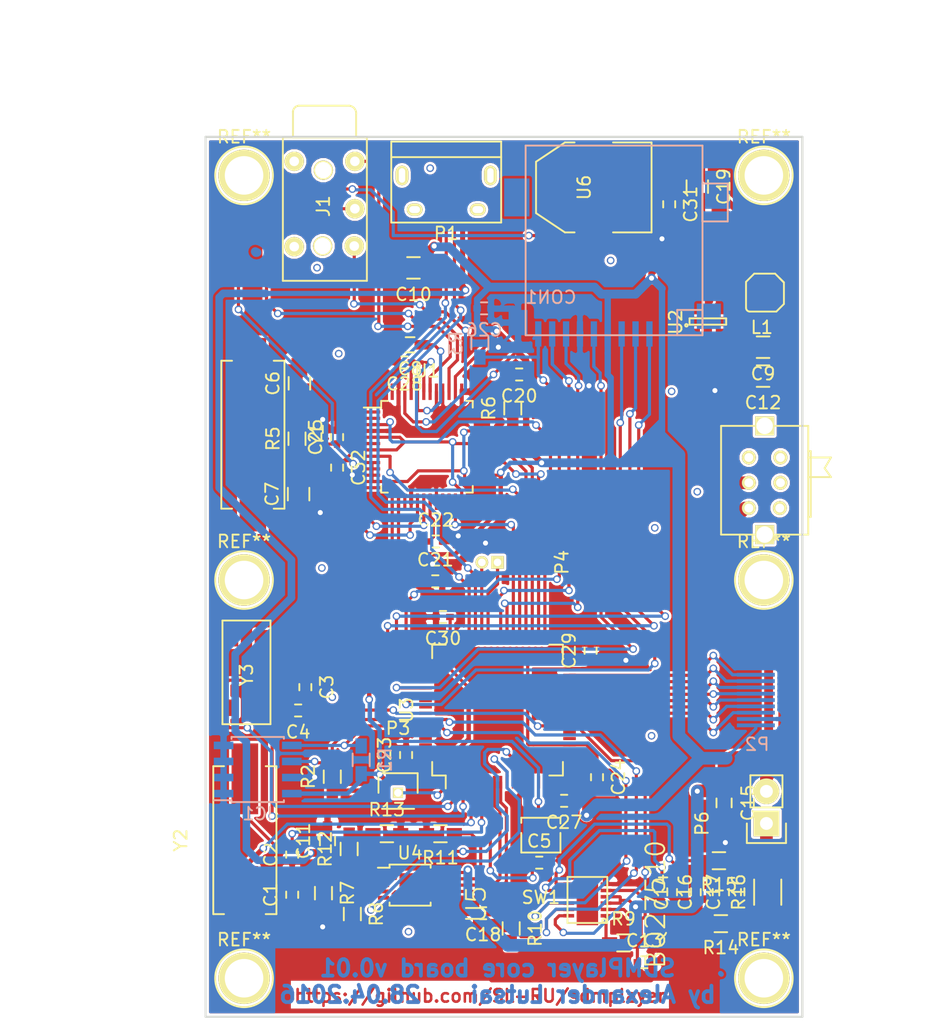
<source format=kicad_pcb>
(kicad_pcb (version 4) (host pcbnew 4.0.2-stable)
  (layers (0 F.Cu signal) (31 B.Cu signal) (34 B.Paste user) (35 F.Paste user) (36 B.SilkS user) (37 F.SilkS user) (38 B.Mask user) (39 F.Mask user) (44 Edge.Cuts user))
  (net 0 "")
  (net 1 "Net-(P1-Pad4)")
  (net 2 "Net-(U1-Pad1)")
  (net 3 "Net-(U1-Pad2)")
  (net 4 "Net-(U1-Pad15)")
  (net 5 "Net-(U1-Pad27)")
  (net 6 "Net-(U1-Pad48)")
  (net 7 "Net-(U3-Pad2)")
  (net 8 "Net-(U3-Pad14)")
  (net 9 "Net-(U3-Pad15)")
  (net 10 "Net-(U3-Pad16)")
  (net 11 "Net-(U3-Pad17)")
  (net 12 "Net-(U3-Pad20)")
  (net 13 "Net-(U3-Pad21)")
  (net 14 "Net-(U3-Pad41)")
  (net 15 "Net-(U3-Pad46)")
  (net 16 "Net-(U3-Pad49)")
  (net 17 "Net-(U3-Pad55)")
  (net 18 "Net-(U3-Pad56)")
  (net 19 "Net-(U3-Pad57)")
  (net 20 "Net-(U3-Pad61)")
  (net 21 "Net-(U3-Pad62)")
  (net 22 "Net-(C1-Pad1)")
  (net 23 GND)
  (net 24 "Net-(C2-Pad2)")
  (net 25 "Net-(C3-Pad1)")
  (net 26 "Net-(C4-Pad2)")
  (net 27 "Net-(C5-Pad1)")
  (net 28 "Net-(C6-Pad1)")
  (net 29 "Net-(C7-Pad2)")
  (net 30 "Net-(C8-Pad1)")
  (net 31 /DAT3)
  (net 32 /SD_CMD)
  (net 33 +3V3)
  (net 34 /SD_CLK)
  (net 35 /DAT0)
  (net 36 /DAT1)
  (net 37 /DAT2)
  (net 38 /SD_CONN)
  (net 39 /I2C1_SDA)
  (net 40 /I2C1_SCL)
  (net 41 +5V)
  (net 42 /USB_DM)
  (net 43 /USB_DP)
  (net 44 /PC4)
  (net 45 /PC5)
  (net 46 /PB2)
  (net 47 /PB1)
  (net 48 /PB0)
  (net 49 /I2C2_SCL)
  (net 50 /I2C2_SDA)
  (net 51 "Net-(P3-Pad1)")
  (net 52 "Net-(P4-Pad1)")
  (net 53 "Net-(P4-Pad2)")
  (net 54 "Net-(R6-Pad1)")
  (net 55 /xRST)
  (net 56 +1V8)
  (net 57 /DREQ)
  (net 58 /xDCS)
  (net 59 /xCS)
  (net 60 /SPI2_SCK)
  (net 61 /SPI2_MOSI)
  (net 62 /SPI2_MISO)
  (net 63 +BATT)
  (net 64 "Net-(C13-Pad1)")
  (net 65 "Net-(C14-Pad1)")
  (net 66 "Net-(C14-Pad2)")
  (net 67 "Net-(C18-Pad1)")
  (net 68 "Net-(L1-Pad1)")
  (net 69 "Net-(P6-Pad1)")
  (net 70 "Net-(R7-Pad1)")
  (net 71 "Net-(R8-Pad1)")
  (net 72 "Net-(R10-Pad2)")
  (net 73 "Net-(R11-Pad1)")
  (net 74 /PC3)
  (net 75 /PC0)
  (net 76 /PC1)
  (net 77 /PC2)
  (net 78 /PA7)
  (net 79 "Net-(U4-Pad6)")
  (net 80 "Net-(J1-Pad6)")
  (net 81 "Net-(J1-Pad3)")
  (net 82 "Net-(J1-Pad2)")
  (net 83 "Net-(J1-Pad4)")
  (net 84 "Net-(J1-Pad1)")
  (net 85 "Net-(J1-Pad5)")
  (net 86 "Net-(P6-Pad2)")
  (net 87 "Net-(SW2-Pad1)")
  (net 88 "Net-(SW2-Pad4)")
  (net 89 "Net-(SW2-Pad6)")
  (net 90 "Net-(SW2-Pad5)")
  (module Micro_SD_card_slot (layer B.Cu) (at 181.102 110.998)
    (fp_text reference CON1 (at -10 -8.9) (layer B.SilkS) (effects (justify mirror)))
    (fp_text value SD_Card)
    (pad 9 smd rect (at -2.2 -6 180) (size 0.5 2) (layers B.Cu B.Paste B.Mask) (net 37 /DAT2))
    (pad 1 smd rect (at -3.3 -6 180) (size 0.5 2) (layers B.Cu B.Paste B.Mask) (net 31 /DAT3))
    (pad 2 smd rect (at -4.4 -6 180) (size 0.5 2) (layers B.Cu B.Paste B.Mask) (net 32 /SD_CMD))
    (pad 4 smd rect (at -5.5 -6 180) (size 0.5 2) (layers B.Cu B.Paste B.Mask) (net 33 +3V3))
    (pad 5 smd rect (at -6.6 -6 180) (size 0.5 2) (layers B.Cu B.Paste B.Mask) (net 34 /SD_CLK))
    (pad 6 smd rect (at -7.7 -6 180) (size 0.5 2) (layers B.Cu B.Paste B.Mask) (net 23 GND))
    (pad 7 smd rect (at -8.8 -6 180) (size 0.5 2) (layers B.Cu B.Paste B.Mask) (net 35 /DAT0))
    (pad 8 smd rect (at -9.9 -6 180) (size 0.5 2) (layers B.Cu B.Paste B.Mask) (net 36 /DAT1))
    (pad 10 smd rect (at -11 -6 180) (size 0.5 2) (layers B.Cu B.Paste B.Mask) (net 38 /SD_CONN))
    (pad 15 smd rect (at 3.2 -17.4) (size 2 3) (layers B.Cu B.Paste B.Mask))
    (pad 15 smd rect (at 2.5 -7.4) (size 1.9 2) (layers B.Cu B.Paste B.Mask))
    (pad 12 smd rect (at -12.6 -6.9) (size 1.5 2) (layers B.Cu B.Paste B.Mask) (net 23 GND))
    (pad 15 smd rect (at -12.7 -16.8) (size 2 3) (layers B.Cu B.Paste B.Mask))
  )
  (module Resistors_SMD:R_0603_HandSoldering (layer B.Cu) (at 165.481 105.7275 270)
    (fp_text reference R3 (at 0 1.9 270) (layer B.SilkS) (effects (justify mirror)))
    (fp_text value 5k)
    (pad 1 smd rect (at -1.1 0 270) (size 1.2 0.9) (layers B.Cu B.Paste B.Mask) (net 33 +3V3))
    (pad 2 smd rect (at 1.1 0 270) (size 1.2 0.9) (layers B.Cu B.Paste B.Mask) (net 38 /SD_CONN))
  )
  (module Pin_Headers:Pin_Header_Straight_1x09 (layer B.Cu) (at 187.325 131.953 180)
    (fp_text reference P2 (at -0.1 -5.5 180) (layer B.SilkS) (effects (justify mirror)))
    (fp_text value CONN_01X09)
    (pad 9 smd rect (at 0 -4 180) (size 3 0.3) (layers B.Cu B.Paste B.Mask) (net 33 +3V3))
    (pad 8 smd rect (at 0 -3.5 180) (size 3 0.3) (layers B.Cu B.Paste B.Mask) (net 23 GND))
    (pad 7 smd rect (at 0 -3 180) (size 3 0.3) (layers B.Cu B.Paste B.Mask) (net 44 /PC4))
    (pad 6 smd rect (at 0 -2.5 180) (size 3 0.3) (layers B.Cu B.Paste B.Mask) (net 45 /PC5))
    (pad 5 smd rect (at 0 -2 180) (size 3 0.3) (layers B.Cu B.Paste B.Mask) (net 48 /PB0))
    (pad 4 smd rect (at 0 -1.5 180) (size 3 0.3) (layers B.Cu B.Paste B.Mask) (net 47 /PB1))
    (pad 3 smd rect (at 0 -1 180) (size 3 0.3) (layers B.Cu B.Paste B.Mask) (net 46 /PB2))
    (pad 2 smd rect (at 0 -0.5 180) (size 3 0.3) (layers B.Cu B.Paste B.Mask) (net 49 /I2C2_SCL))
    (pad 1 smd rect (at 0 0 180) (size 3 0.3) (layers B.Cu B.Paste B.Mask) (net 50 /I2C2_SDA))
  )
  (module v0:ST-033 (layer F.Cu) (at 153.035 98.044 180)
    (fp_text reference J1 (at -0.05 3.15 270) (layer F.SilkS))
    (fp_text value JACK_TRS_6PINS)
    (pad 6 thru_hole circle (at -0.05 6 180) (size 1.524 1.524) (drill 1.3) (layers *.Cu *.Mask F.SilkS) (net 80 "Net-(J1-Pad6)"))
    (pad 1 thru_hole circle (at -2.55 6.7 180) (size 1.524 1.524) (drill 0.762) (layers *.Cu *.Mask F.SilkS) (net 84 "Net-(J1-Pad1)"))
    (pad 3 thru_hole circle (at -2.55 2.95 180) (size 1.524 1.524) (drill 0.762) (layers *.Cu *.Mask F.SilkS) (net 81 "Net-(J1-Pad3)"))
    (pad 4 thru_hole circle (at 2.25 -0.05 180) (size 1.524 1.524) (drill 0.762) (layers *.Cu *.Mask F.SilkS) (net 83 "Net-(J1-Pad4)"))
    (pad 2 thru_hole circle (at -2.5 0 180) (size 1.524 1.524) (drill 0.762) (layers *.Cu *.Mask F.SilkS) (net 82 "Net-(J1-Pad2)"))
    (pad 5 thru_hole circle (at 2.25 6.7 180) (size 1.524 1.524) (drill 0.762) (layers *.Cu *.Mask F.SilkS) (net 85 "Net-(J1-Pad5)"))
    (pad 7 thru_hole circle (at 0 0 180) (size 1.524 1.524) (drill 1.3) (layers *.Cu *.Mask F.SilkS))
  )
  (module Pin_Headers:Pin_Header_Straight_1x02 (layer F.Cu) (at 170.307 144.4625 180)
    (fp_text reference SW1 (at 0 -5.1 180) (layer F.SilkS))
    (fp_text value SW_PUSH)
    (pad 1 smd rect (at -0.6 0 180) (size 1 2) (layers F.Cu F.Paste F.Mask) (net 23 GND))
    (pad 2 smd rect (at 0.6 0 180) (size 1 2) (layers F.Cu F.Paste F.Mask) (net 27 "Net-(C5-Pad1)"))
  )
  (module Pin_Headers:Pin_Header_Straight_1x02 (layer F.Cu) (at 166.878 123.063 270)
    (fp_text reference P4 (at 0 -5.1 270) (layer F.SilkS))
    (fp_text value USART1)
    (pad 1 thru_hole rect (at 0 0 270) (size 1 1) (drill 0.6) (layers *.Cu *.Mask F.SilkS) (net 52 "Net-(P4-Pad1)"))
    (pad 2 thru_hole oval (at 0 1.24 270) (size 1 1) (drill 0.6) (layers *.Cu *.Mask F.SilkS) (net 53 "Net-(P4-Pad2)"))
  )
  (module Capacitors_SMD:C_0402 (layer F.Cu) (at 150.622 146.177 90)
    (fp_text reference C2 (at 0 -1.7 90) (layer F.SilkS))
    (fp_text value 22pF)
    (pad 1 smd rect (at -0.55 0 90) (size 0.6 0.5) (layers F.Cu F.Paste F.Mask) (net 23 GND))
    (pad 2 smd rect (at 0.55 0 90) (size 0.6 0.5) (layers F.Cu F.Paste F.Mask) (net 24 "Net-(C2-Pad2)"))
  )
  (module Housings_QFP:LQFP-64_10x10mm_Pitch0.5mm (layer F.Cu) (at 166.878 134.747 90)
    (fp_text reference U3 (at 0 -7.2 90) (layer F.SilkS))
    (fp_text value STM32F103RCTx)
    (pad 1 smd rect (at -5.7 -3.75 90) (size 1 0.25) (layers F.Cu F.Paste F.Mask) (net 51 "Net-(P3-Pad1)"))
    (pad 2 smd rect (at -5.7 -3.25 90) (size 1 0.25) (layers F.Cu F.Paste F.Mask) (net 7 "Net-(U3-Pad2)"))
    (pad 3 smd rect (at -5.7 -2.75 90) (size 1 0.25) (layers F.Cu F.Paste F.Mask) (net 25 "Net-(C3-Pad1)"))
    (pad 4 smd rect (at -5.7 -2.25 90) (size 1 0.25) (layers F.Cu F.Paste F.Mask) (net 26 "Net-(C4-Pad2)"))
    (pad 5 smd rect (at -5.7 -1.75 90) (size 1 0.25) (layers F.Cu F.Paste F.Mask) (net 22 "Net-(C1-Pad1)"))
    (pad 6 smd rect (at -5.7 -1.25 90) (size 1 0.25) (layers F.Cu F.Paste F.Mask) (net 24 "Net-(C2-Pad2)"))
    (pad 7 smd rect (at -5.7 -0.75 90) (size 1 0.25) (layers F.Cu F.Paste F.Mask) (net 27 "Net-(C5-Pad1)"))
    (pad 8 smd rect (at -5.7 -0.25 90) (size 1 0.25) (layers F.Cu F.Paste F.Mask) (net 75 /PC0))
    (pad 9 smd rect (at -5.7 0.25 90) (size 1 0.25) (layers F.Cu F.Paste F.Mask) (net 76 /PC1))
    (pad 10 smd rect (at -5.7 0.75 90) (size 1 0.25) (layers F.Cu F.Paste F.Mask) (net 77 /PC2))
    (pad 11 smd rect (at -5.7 1.25 90) (size 1 0.25) (layers F.Cu F.Paste F.Mask) (net 74 /PC3))
    (pad 12 smd rect (at -5.7 1.75 90) (size 1 0.25) (layers F.Cu F.Paste F.Mask) (net 23 GND))
    (pad 13 smd rect (at -5.7 2.25 90) (size 1 0.25) (layers F.Cu F.Paste F.Mask) (net 33 +3V3))
    (pad 14 smd rect (at -5.7 2.75 90) (size 1 0.25) (layers F.Cu F.Paste F.Mask) (net 8 "Net-(U3-Pad14)"))
    (pad 15 smd rect (at -5.7 3.25 90) (size 1 0.25) (layers F.Cu F.Paste F.Mask) (net 9 "Net-(U3-Pad15)"))
    (pad 16 smd rect (at -5.7 3.75 90) (size 1 0.25) (layers F.Cu F.Paste F.Mask) (net 10 "Net-(U3-Pad16)"))
    (pad 17 smd rect (at -3.75 5.7 180) (size 1 0.25) (layers F.Cu F.Paste F.Mask) (net 11 "Net-(U3-Pad17)"))
    (pad 18 smd rect (at -3.25 5.7 180) (size 1 0.25) (layers F.Cu F.Paste F.Mask) (net 23 GND))
    (pad 19 smd rect (at -2.75 5.7 180) (size 1 0.25) (layers F.Cu F.Paste F.Mask) (net 33 +3V3))
    (pad 20 smd rect (at -2.25 5.7 180) (size 1 0.25) (layers F.Cu F.Paste F.Mask) (net 12 "Net-(U3-Pad20)"))
    (pad 21 smd rect (at -1.75 5.7 180) (size 1 0.25) (layers F.Cu F.Paste F.Mask) (net 13 "Net-(U3-Pad21)"))
    (pad 22 smd rect (at -1.25 5.7 180) (size 1 0.25) (layers F.Cu F.Paste F.Mask) (net 58 /xDCS))
    (pad 23 smd rect (at -0.75 5.7 180) (size 1 0.25) (layers F.Cu F.Paste F.Mask) (net 78 /PA7))
    (pad 24 smd rect (at -0.25 5.7 180) (size 1 0.25) (layers F.Cu F.Paste F.Mask) (net 44 /PC4))
    (pad 25 smd rect (at 0.25 5.7 180) (size 1 0.25) (layers F.Cu F.Paste F.Mask) (net 45 /PC5))
    (pad 26 smd rect (at 0.75 5.7 180) (size 1 0.25) (layers F.Cu F.Paste F.Mask) (net 48 /PB0))
    (pad 27 smd rect (at 1.25 5.7 180) (size 1 0.25) (layers F.Cu F.Paste F.Mask) (net 47 /PB1))
    (pad 28 smd rect (at 1.75 5.7 180) (size 1 0.25) (layers F.Cu F.Paste F.Mask) (net 46 /PB2))
    (pad 29 smd rect (at 2.25 5.7 180) (size 1 0.25) (layers F.Cu F.Paste F.Mask) (net 49 /I2C2_SCL))
    (pad 30 smd rect (at 2.75 5.7 180) (size 1 0.25) (layers F.Cu F.Paste F.Mask) (net 50 /I2C2_SDA))
    (pad 31 smd rect (at 3.25 5.7 180) (size 1 0.25) (layers F.Cu F.Paste F.Mask) (net 23 GND))
    (pad 32 smd rect (at 3.75 5.7 180) (size 1 0.25) (layers F.Cu F.Paste F.Mask) (net 33 +3V3))
    (pad 33 smd rect (at 5.7 3.75 90) (size 1 0.25) (layers F.Cu F.Paste F.Mask) (net 55 /xRST))
    (pad 34 smd rect (at 5.7 3.25 90) (size 1 0.25) (layers F.Cu F.Paste F.Mask) (net 60 /SPI2_SCK))
    (pad 35 smd rect (at 5.7 2.75 90) (size 1 0.25) (layers F.Cu F.Paste F.Mask) (net 62 /SPI2_MISO))
    (pad 36 smd rect (at 5.7 2.25 90) (size 1 0.25) (layers F.Cu F.Paste F.Mask) (net 61 /SPI2_MOSI))
    (pad 37 smd rect (at 5.7 1.75 90) (size 1 0.25) (layers F.Cu F.Paste F.Mask) (net 57 /DREQ))
    (pad 38 smd rect (at 5.7 1.25 90) (size 1 0.25) (layers F.Cu F.Paste F.Mask) (net 59 /xCS))
    (pad 39 smd rect (at 5.7 0.75 90) (size 1 0.25) (layers F.Cu F.Paste F.Mask) (net 35 /DAT0))
    (pad 40 smd rect (at 5.7 0.25 90) (size 1 0.25) (layers F.Cu F.Paste F.Mask) (net 36 /DAT1))
    (pad 41 smd rect (at 5.7 -0.25 90) (size 1 0.25) (layers F.Cu F.Paste F.Mask) (net 14 "Net-(U3-Pad41)"))
    (pad 42 smd rect (at 5.7 -0.75 90) (size 1 0.25) (layers F.Cu F.Paste F.Mask) (net 52 "Net-(P4-Pad1)"))
    (pad 43 smd rect (at 5.7 -1.25 90) (size 1 0.25) (layers F.Cu F.Paste F.Mask) (net 53 "Net-(P4-Pad2)"))
    (pad 44 smd rect (at 5.7 -1.75 90) (size 1 0.25) (layers F.Cu F.Paste F.Mask) (net 42 /USB_DM))
    (pad 45 smd rect (at 5.7 -2.25 90) (size 1 0.25) (layers F.Cu F.Paste F.Mask) (net 43 /USB_DP))
    (pad 46 smd rect (at 5.7 -2.75 90) (size 1 0.25) (layers F.Cu F.Paste F.Mask) (net 15 "Net-(U3-Pad46)"))
    (pad 47 smd rect (at 5.7 -3.25 90) (size 1 0.25) (layers F.Cu F.Paste F.Mask) (net 23 GND))
    (pad 48 smd rect (at 5.7 -3.75 90) (size 1 0.25) (layers F.Cu F.Paste F.Mask) (net 33 +3V3))
    (pad 49 smd rect (at 3.75 -5.7 180) (size 1 0.25) (layers F.Cu F.Paste F.Mask) (net 16 "Net-(U3-Pad49)"))
    (pad 50 smd rect (at 3.25 -5.7 180) (size 1 0.25) (layers F.Cu F.Paste F.Mask) (net 38 /SD_CONN))
    (pad 51 smd rect (at 2.75 -5.7 180) (size 1 0.25) (layers F.Cu F.Paste F.Mask) (net 37 /DAT2))
    (pad 52 smd rect (at 2.25 -5.7 180) (size 1 0.25) (layers F.Cu F.Paste F.Mask) (net 31 /DAT3))
    (pad 53 smd rect (at 1.75 -5.7 180) (size 1 0.25) (layers F.Cu F.Paste F.Mask) (net 34 /SD_CLK))
    (pad 54 smd rect (at 1.25 -5.7 180) (size 1 0.25) (layers F.Cu F.Paste F.Mask) (net 32 /SD_CMD))
    (pad 55 smd rect (at 0.75 -5.7 180) (size 1 0.25) (layers F.Cu F.Paste F.Mask) (net 17 "Net-(U3-Pad55)"))
    (pad 56 smd rect (at 0.25 -5.7 180) (size 1 0.25) (layers F.Cu F.Paste F.Mask) (net 18 "Net-(U3-Pad56)"))
    (pad 57 smd rect (at -0.25 -5.7 180) (size 1 0.25) (layers F.Cu F.Paste F.Mask) (net 19 "Net-(U3-Pad57)"))
    (pad 58 smd rect (at -0.75 -5.7 180) (size 1 0.25) (layers F.Cu F.Paste F.Mask) (net 40 /I2C1_SCL))
    (pad 59 smd rect (at -1.25 -5.7 180) (size 1 0.25) (layers F.Cu F.Paste F.Mask) (net 39 /I2C1_SDA))
    (pad 60 smd rect (at -1.75 -5.7 180) (size 1 0.25) (layers F.Cu F.Paste F.Mask) (net 23 GND))
    (pad 61 smd rect (at -2.25 -5.7 180) (size 1 0.25) (layers F.Cu F.Paste F.Mask) (net 20 "Net-(U3-Pad61)"))
    (pad 62 smd rect (at -2.75 -5.7 180) (size 1 0.25) (layers F.Cu F.Paste F.Mask) (net 21 "Net-(U3-Pad62)"))
    (pad 63 smd rect (at -3.25 -5.7 180) (size 1 0.25) (layers F.Cu F.Paste F.Mask) (net 23 GND))
    (pad 64 smd rect (at -3.75 -5.7 180) (size 1 0.25) (layers F.Cu F.Paste F.Mask) (net 33 +3V3))
  )
  (module Connect:1pin (layer F.Cu) (at 187.96 124.46)
    (fp_text reference REF** (at 0 -3.048) (layer F.SilkS))
    (fp_text value 1pin)
    (pad 1 thru_hole circle (at 0 0) (size 4.064 4.064) (drill 3.048) (layers *.Cu *.Mask F.SilkS))
  )
  (module Connect:1pin (layer F.Cu) (at 187.96 92.456)
    (fp_text reference REF** (at 0 -3.048) (layer F.SilkS))
    (fp_text value 1pin)
    (pad 1 thru_hole circle (at 0 0) (size 4.064 4.064) (drill 3.048) (layers *.Cu *.Mask F.SilkS))
  )
  (module Connect:1pin (layer F.Cu) (at 187.96 155.956)
    (fp_text reference REF** (at 0 -3.048) (layer F.SilkS))
    (fp_text value 1pin)
    (pad 1 thru_hole circle (at 0 0) (size 4.064 4.064) (drill 3.048) (layers *.Cu *.Mask F.SilkS))
  )
  (module Connect:1pin (layer F.Cu) (at 146.812 155.956)
    (fp_text reference REF** (at 0 -3.048) (layer F.SilkS))
    (fp_text value 1pin)
    (pad 1 thru_hole circle (at 0 0) (size 4.064 4.064) (drill 3.048) (layers *.Cu *.Mask F.SilkS))
  )
  (module Connect:1pin (layer F.Cu) (at 146.812 124.46)
    (fp_text reference REF** (at 0 -3.048) (layer F.SilkS))
    (fp_text value 1pin)
    (pad 1 thru_hole circle (at 0 0) (size 4.064 4.064) (drill 3.048) (layers *.Cu *.Mask F.SilkS))
  )
  (module Capacitors_SMD:C_0402 (layer F.Cu) (at 174.752 140.0556 270)
    (fp_text reference C24 (at 0 -1.7 270) (layer F.SilkS))
    (fp_text value 100nF)
    (pad 1 smd rect (at -0.55 0 270) (size 0.6 0.5) (layers F.Cu F.Paste F.Mask) (net 33 +3V3))
    (pad 2 smd rect (at 0.55 0 270) (size 0.6 0.5) (layers F.Cu F.Paste F.Mask) (net 23 GND))
  )
  (module Capacitors_SMD:C_0402 (layer F.Cu) (at 150.622 149.352 90)
    (fp_text reference C1 (at 0 -1.7 90) (layer F.SilkS))
    (fp_text value 22pF)
    (pad 1 smd rect (at -0.55 0 90) (size 0.6 0.5) (layers F.Cu F.Paste F.Mask) (net 22 "Net-(C1-Pad1)"))
    (pad 2 smd rect (at 0.55 0 90) (size 0.6 0.5) (layers F.Cu F.Paste F.Mask) (net 23 GND))
  )
  (module Capacitors_SMD:C_0402 (layer F.Cu) (at 151.6634 132.93344 270)
    (fp_text reference C3 (at 0 -1.7 270) (layer F.SilkS))
    (fp_text value 22pF)
    (pad 1 smd rect (at -0.55 0 270) (size 0.6 0.5) (layers F.Cu F.Paste F.Mask) (net 25 "Net-(C3-Pad1)"))
    (pad 2 smd rect (at 0.55 0 270) (size 0.6 0.5) (layers F.Cu F.Paste F.Mask) (net 23 GND))
  )
  (module Capacitors_SMD:C_0402 (layer F.Cu) (at 151.09444 134.77748 180)
    (fp_text reference C4 (at 0 -1.7 180) (layer F.SilkS))
    (fp_text value 22pF)
    (pad 1 smd rect (at -0.55 0 180) (size 0.6 0.5) (layers F.Cu F.Paste F.Mask) (net 23 GND))
    (pad 2 smd rect (at 0.55 0 180) (size 0.6 0.5) (layers F.Cu F.Paste F.Mask) (net 26 "Net-(C4-Pad2)"))
  )
  (module Capacitors_SMD:C_0402 (layer F.Cu) (at 170.18 146.812)
    (fp_text reference C5 (at 0 -1.7) (layer F.SilkS))
    (fp_text value 100nF)
    (pad 1 smd rect (at -0.55 0) (size 0.6 0.5) (layers F.Cu F.Paste F.Mask) (net 27 "Net-(C5-Pad1)"))
    (pad 2 smd rect (at 0.55 0) (size 0.6 0.5) (layers F.Cu F.Paste F.Mask) (net 23 GND))
  )
  (module Capacitors_SMD:C_0805_HandSoldering (layer F.Cu) (at 151.1935 108.9025 90)
    (fp_text reference C6 (at 0 -2.1 90) (layer F.SilkS))
    (fp_text value 33pF)
    (pad 1 smd rect (at -1.25 0 90) (size 1.5 1.25) (layers F.Cu F.Paste F.Mask) (net 28 "Net-(C6-Pad1)"))
    (pad 2 smd rect (at 1.25 0 90) (size 1.5 1.25) (layers F.Cu F.Paste F.Mask) (net 23 GND))
  )
  (module Capacitors_SMD:C_0805_HandSoldering (layer F.Cu) (at 151.13 117.6655 90)
    (fp_text reference C7 (at 0 -2.1 90) (layer F.SilkS))
    (fp_text value 33pF)
    (pad 1 smd rect (at -1.25 0 90) (size 1.5 1.25) (layers F.Cu F.Paste F.Mask) (net 23 GND))
    (pad 2 smd rect (at 1.25 0 90) (size 1.5 1.25) (layers F.Cu F.Paste F.Mask) (net 29 "Net-(C7-Pad2)"))
  )
  (module Capacitors_SMD:C_0603_HandSoldering (layer F.Cu) (at 159.9565 105.8545 180)
    (fp_text reference C8 (at 0 -1.9 180) (layer F.SilkS))
    (fp_text value 1uF)
    (pad 1 smd rect (at -0.95 0 180) (size 1.2 0.75) (layers F.Cu F.Paste F.Mask) (net 30 "Net-(C8-Pad1)"))
    (pad 2 smd rect (at 0.95 0 180) (size 1.2 0.75) (layers F.Cu F.Paste F.Mask) (net 23 GND))
  )
  (module Capacitors_SMD:C_0805_HandSoldering (layer F.Cu) (at 187.8965 106.045 180)
    (fp_text reference C9 (at 0 -2.1 180) (layer F.SilkS))
    (fp_text value 4.7uF)
    (pad 1 smd rect (at -1.25 0 180) (size 1.5 1.25) (layers F.Cu F.Paste F.Mask) (net 63 +BATT))
    (pad 2 smd rect (at 1.25 0 180) (size 1.5 1.25) (layers F.Cu F.Paste F.Mask) (net 23 GND))
  )
  (module Capacitors_SMD:C_0805_HandSoldering (layer F.Cu) (at 160.2232 99.7712 180)
    (fp_text reference C10 (at 0 -2.1 180) (layer F.SilkS))
    (fp_text value 10uF)
    (pad 1 smd rect (at -1.25 0 180) (size 1.5 1.25) (layers F.Cu F.Paste F.Mask) (net 33 +3V3))
    (pad 2 smd rect (at 1.25 0 180) (size 1.5 1.25) (layers F.Cu F.Paste F.Mask) (net 23 GND))
  )
  (module Capacitors_SMD:C_0603_HandSoldering (layer F.Cu) (at 153.416 145.0975 90)
    (fp_text reference C11 (at 0 -1.9 90) (layer F.SilkS))
    (fp_text value 1uF)
    (pad 1 smd rect (at -0.95 0 90) (size 1.2 0.75) (layers F.Cu F.Paste F.Mask) (net 41 +5V))
    (pad 2 smd rect (at 0.95 0 90) (size 1.2 0.75) (layers F.Cu F.Paste F.Mask) (net 23 GND))
  )
  (module Capacitors_SMD:C_0805_HandSoldering (layer F.Cu) (at 187.8965 108.331 180)
    (fp_text reference C12 (at 0 -2.1 180) (layer F.SilkS))
    (fp_text value 0.47uF)
    (pad 1 smd rect (at -1.25 0 180) (size 1.5 1.25) (layers F.Cu F.Paste F.Mask) (net 63 +BATT))
    (pad 2 smd rect (at 1.25 0 180) (size 1.5 1.25) (layers F.Cu F.Paste F.Mask) (net 23 GND))
  )
  (module Capacitors_SMD:C_0402 (layer F.Cu) (at 178.4985 154.686)
    (fp_text reference C13 (at 0 -1.7) (layer F.SilkS))
    (fp_text value 0.1uF)
    (pad 1 smd rect (at -0.55 0) (size 0.6 0.5) (layers F.Cu F.Paste F.Mask) (net 64 "Net-(C13-Pad1)"))
    (pad 2 smd rect (at 0.55 0) (size 0.6 0.5) (layers F.Cu F.Paste F.Mask) (net 23 GND))
  )
  (module Capacitors_SMD:C_0402 (layer F.Cu) (at 181.5592 149.1488 90)
    (fp_text reference C14 (at 0 -1.7 90) (layer F.SilkS))
    (fp_text value 0.1uF)
    (pad 1 smd rect (at -0.55 0 90) (size 0.6 0.5) (layers F.Cu F.Paste F.Mask) (net 65 "Net-(C14-Pad1)"))
    (pad 2 smd rect (at 0.55 0 90) (size 0.6 0.5) (layers F.Cu F.Paste F.Mask) (net 66 "Net-(C14-Pad2)"))
  )
  (module Capacitors_SMD:C_0603_HandSoldering (layer F.Cu) (at 184.8104 142.0876 270)
    (fp_text reference C15 (at 0 -1.9 270) (layer F.SilkS))
    (fp_text value 1uF)
    (pad 1 smd rect (at -0.95 0 270) (size 1.2 0.75) (layers F.Cu F.Paste F.Mask) (net 63 +BATT))
    (pad 2 smd rect (at 0.95 0 270) (size 1.2 0.75) (layers F.Cu F.Paste F.Mask) (net 23 GND))
  )
  (module Capacitors_SMD:C_0402 (layer F.Cu) (at 183.4388 149.1488 90)
    (fp_text reference C16 (at 0 -1.7 90) (layer F.SilkS))
    (fp_text value 0.1uF)
    (pad 1 smd rect (at -0.55 0 90) (size 0.6 0.5) (layers F.Cu F.Paste F.Mask) (net 65 "Net-(C14-Pad1)"))
    (pad 2 smd rect (at 0.55 0 90) (size 0.6 0.5) (layers F.Cu F.Paste F.Mask) (net 23 GND))
  )
  (module Capacitors_SMD:C_0402 (layer F.Cu) (at 185.674 149.1488 90)
    (fp_text reference C17 (at 0 -1.7 90) (layer F.SilkS))
    (fp_text value 0.1uF)
    (pad 1 smd rect (at -0.55 0 90) (size 0.6 0.5) (layers F.Cu F.Paste F.Mask) (net 23 GND))
    (pad 2 smd rect (at 0.55 0 90) (size 0.6 0.5) (layers F.Cu F.Paste F.Mask) (net 66 "Net-(C14-Pad2)"))
  )
  (module Capacitors_SMD:C_0402 (layer F.Cu) (at 165.735 150.8125 180)
    (fp_text reference C18 (at 0 -1.7 180) (layer F.SilkS))
    (fp_text value 0.1uF)
    (pad 1 smd rect (at -0.55 0 180) (size 0.6 0.5) (layers F.Cu F.Paste F.Mask) (net 67 "Net-(C18-Pad1)"))
    (pad 2 smd rect (at 0.55 0 180) (size 0.6 0.5) (layers F.Cu F.Paste F.Mask) (net 23 GND))
  )
  (module Capacitors_SMD:C_0805_HandSoldering (layer F.Cu) (at 182.6895 93.345 270)
    (fp_text reference C19 (at 0 -2.1 270) (layer F.SilkS))
    (fp_text value 10uF)
    (pad 1 smd rect (at -1.25 0 270) (size 1.5 1.25) (layers F.Cu F.Paste F.Mask) (net 33 +3V3))
    (pad 2 smd rect (at 1.25 0 270) (size 1.5 1.25) (layers F.Cu F.Paste F.Mask) (net 23 GND))
  )
  (module Capacitors_SMD:C_0402 (layer F.Cu) (at 168.5925 108.204 180)
    (fp_text reference C20 (at 0 -1.7 180) (layer F.SilkS))
    (fp_text value 100nF)
    (pad 1 smd rect (at -0.55 0 180) (size 0.6 0.5) (layers F.Cu F.Paste F.Mask) (net 33 +3V3))
    (pad 2 smd rect (at 0.55 0 180) (size 0.6 0.5) (layers F.Cu F.Paste F.Mask) (net 23 GND))
  )
  (module Capacitors_SMD:C_0402 (layer F.Cu) (at 161.9504 124.5616)
    (fp_text reference C21 (at 0 -1.7) (layer F.SilkS))
    (fp_text value 100nF)
    (pad 1 smd rect (at -0.55 0) (size 0.6 0.5) (layers F.Cu F.Paste F.Mask) (net 33 +3V3))
    (pad 2 smd rect (at 0.55 0) (size 0.6 0.5) (layers F.Cu F.Paste F.Mask) (net 23 GND))
  )
  (module Capacitors_SMD:C_0402 (layer F.Cu) (at 161.9885 121.412)
    (fp_text reference C22 (at 0 -1.7) (layer F.SilkS))
    (fp_text value 100nF)
    (pad 1 smd rect (at -0.55 0) (size 0.6 0.5) (layers F.Cu F.Paste F.Mask) (net 33 +3V3))
    (pad 2 smd rect (at 0.55 0) (size 0.6 0.5) (layers F.Cu F.Paste F.Mask) (net 23 GND))
  )
  (module Capacitors_SMD:C_0402 (layer F.Cu) (at 159.639 138.303 90)
    (fp_text reference C23 (at 0 -1.7 90) (layer F.SilkS))
    (fp_text value 100nF)
    (pad 1 smd rect (at -0.55 0 90) (size 0.6 0.5) (layers F.Cu F.Paste F.Mask) (net 33 +3V3))
    (pad 2 smd rect (at 0.55 0 90) (size 0.6 0.5) (layers F.Cu F.Paste F.Mask) (net 23 GND))
  )
  (module Capacitors_SMD:C_0402 (layer F.Cu) (at 154.178 113.157 90)
    (fp_text reference C25 (at 0 -1.7 90) (layer F.SilkS))
    (fp_text value 100nF)
    (pad 1 smd rect (at -0.55 0 90) (size 0.6 0.5) (layers F.Cu F.Paste F.Mask) (net 33 +3V3))
    (pad 2 smd rect (at 0.55 0 90) (size 0.6 0.5) (layers F.Cu F.Paste F.Mask) (net 23 GND))
  )
  (module Capacitors_SMD:C_0402 (layer B.Cu) (at 165.8112 102.9716)
    (fp_text reference C26 (at 0 1.7) (layer B.SilkS) (effects (justify mirror)))
    (fp_text value 100nF)
    (pad 1 smd rect (at -0.55 0) (size 0.6 0.5) (layers B.Cu B.Paste B.Mask) (net 33 +3V3))
    (pad 2 smd rect (at 0.55 0) (size 0.6 0.5) (layers B.Cu B.Paste B.Mask) (net 23 GND))
  )
  (module Capacitors_SMD:C_0402 (layer F.Cu) (at 172.1485 141.9225 180)
    (fp_text reference C27 (at 0 -1.7 180) (layer F.SilkS))
    (fp_text value 100nF)
    (pad 1 smd rect (at -0.55 0 180) (size 0.6 0.5) (layers F.Cu F.Paste F.Mask) (net 33 +3V3))
    (pad 2 smd rect (at 0.55 0 180) (size 0.6 0.5) (layers F.Cu F.Paste F.Mask) (net 23 GND))
  )
  (module Capacitors_SMD:C_0402 (layer F.Cu) (at 159.512 107.2515 180)
    (fp_text reference C28 (at 0 -1.7 180) (layer F.SilkS))
    (fp_text value 100nF)
    (pad 1 smd rect (at -0.55 0 180) (size 0.6 0.5) (layers F.Cu F.Paste F.Mask) (net 33 +3V3))
    (pad 2 smd rect (at 0.55 0 180) (size 0.6 0.5) (layers F.Cu F.Paste F.Mask) (net 23 GND))
  )
  (module Capacitors_SMD:C_0402 (layer F.Cu) (at 174.244 130.048 90)
    (fp_text reference C29 (at 0 -1.7 90) (layer F.SilkS))
    (fp_text value 100nF)
    (pad 1 smd rect (at -0.55 0 90) (size 0.6 0.5) (layers F.Cu F.Paste F.Mask) (net 33 +3V3))
    (pad 2 smd rect (at 0.55 0 90) (size 0.6 0.5) (layers F.Cu F.Paste F.Mask) (net 23 GND))
  )
  (module Capacitors_SMD:C_0402 (layer F.Cu) (at 162.56 127.381 180)
    (fp_text reference C30 (at 0 -1.7 180) (layer F.SilkS))
    (fp_text value 100nF)
    (pad 1 smd rect (at -0.55 0 180) (size 0.6 0.5) (layers F.Cu F.Paste F.Mask) (net 33 +3V3))
    (pad 2 smd rect (at 0.55 0 180) (size 0.6 0.5) (layers F.Cu F.Paste F.Mask) (net 23 GND))
  )
  (module Capacitors_SMD:C_0402 (layer F.Cu) (at 180.467 94.742 270)
    (fp_text reference C31 (at 0 -1.7 270) (layer F.SilkS))
    (fp_text value 100nF)
    (pad 1 smd rect (at -0.55 0 270) (size 0.6 0.5) (layers F.Cu F.Paste F.Mask) (net 56 +1V8))
    (pad 2 smd rect (at 0.55 0 270) (size 0.6 0.5) (layers F.Cu F.Paste F.Mask) (net 23 GND))
  )
  (module Capacitors_SMD:C_0402 (layer F.Cu) (at 154.178 115.57 270)
    (fp_text reference C32 (at 0 -1.7 270) (layer F.SilkS))
    (fp_text value 100nF)
    (pad 1 smd rect (at -0.55 0 270) (size 0.6 0.5) (layers F.Cu F.Paste F.Mask) (net 56 +1V8))
    (pad 2 smd rect (at 0.55 0 270) (size 0.6 0.5) (layers F.Cu F.Paste F.Mask) (net 23 GND))
  )
  (module Housings_SOIC:SOIC-8-1EP_3.9x4.9mm_Pitch1.27mm (layer B.Cu) (at 147.8915 139.446)
    (fp_text reference IC1 (at 0 3.5) (layer B.SilkS) (effects (justify mirror)))
    (fp_text value AT24CS64-SSHM)
    (pad 1 smd rect (at -2.7 1.905) (size 1.55 0.6) (layers B.Cu B.Paste B.Mask) (net 23 GND))
    (pad 2 smd rect (at -2.7 0.635) (size 1.55 0.6) (layers B.Cu B.Paste B.Mask) (net 23 GND))
    (pad 3 smd rect (at -2.7 -0.635) (size 1.55 0.6) (layers B.Cu B.Paste B.Mask) (net 23 GND))
    (pad 4 smd rect (at -2.7 -1.905) (size 1.55 0.6) (layers B.Cu B.Paste B.Mask) (net 23 GND))
    (pad 5 smd rect (at 2.7 -1.905) (size 1.55 0.6) (layers B.Cu B.Paste B.Mask) (net 39 /I2C1_SDA))
    (pad 6 smd rect (at 2.7 -0.635) (size 1.55 0.6) (layers B.Cu B.Paste B.Mask) (net 40 /I2C1_SCL))
    (pad 7 smd rect (at 2.7 0.635) (size 1.55 0.6) (layers B.Cu B.Paste B.Mask) (net 23 GND))
    (pad 8 smd rect (at 2.7 1.905) (size 1.55 0.6) (layers B.Cu B.Paste B.Mask) (net 33 +3V3))
  )
  (module Connect:USB_Micro-B (layer F.Cu) (at 162.814 93.599 180)
    (fp_text reference P1 (at 0 -3.45 180) (layer F.SilkS))
    (fp_text value USB_OTG)
    (pad 1 smd rect (at -1.3009 -1.56254 270) (size 1.35 0.4) (layers F.Cu F.Paste F.Mask) (net 41 +5V))
    (pad 2 smd rect (at -0.6509 -1.56254 270) (size 1.35 0.4) (layers F.Cu F.Paste F.Mask) (net 42 /USB_DM))
    (pad 3 smd rect (at -0.0009 -1.56254 270) (size 1.35 0.4) (layers F.Cu F.Paste F.Mask) (net 43 /USB_DP))
    (pad 4 smd rect (at 0.6491 -1.56254 270) (size 1.35 0.4) (layers F.Cu F.Paste F.Mask) (net 1 "Net-(P1-Pad4)"))
    (pad 5 smd rect (at 1.2991 -1.56254 270) (size 1.35 0.4) (layers F.Cu F.Paste F.Mask) (net 23 GND))
    (pad 8 thru_hole oval (at -2.5009 -1.56254 270) (size 0.95 1.25) (drill oval 0.55 0.85) (layers *.Cu *.Mask F.SilkS))
    (pad 9 thru_hole oval (at 2.4991 -1.56254 270) (size 0.95 1.25) (drill oval 0.55 0.85) (layers *.Cu *.Mask F.SilkS))
    (pad 7 thru_hole oval (at -3.5009 1.13746 270) (size 1.55 1) (drill oval 1.15 0.5) (layers *.Cu *.Mask F.SilkS))
    (pad 10 thru_hole oval (at 3.4991 1.13746 270) (size 1.55 1) (drill oval 1.15 0.5) (layers *.Cu *.Mask F.SilkS))
  )
  (module Pin_Headers:Pin_Header_Straight_1x01 (layer F.Cu) (at 159.004 141.2875)
    (fp_text reference P3 (at 0 -5.1) (layer F.SilkS))
    (fp_text value ClockBat)
    (pad 1 thru_hole rect (at 0 0) (size 0.8 0.8) (drill 0.6) (layers *.Cu *.Mask F.SilkS) (net 51 "Net-(P3-Pad1)"))
  )
  (module Socket_Strips:Socket_Strip_Straight_1x02 (layer F.Cu) (at 188.1632 143.7132 90)
    (fp_text reference P6 (at 0 -5.1 90) (layer F.SilkS))
    (fp_text value "LiPo battery")
    (pad 1 thru_hole rect (at 0 0 90) (size 2.032 2.032) (drill 1.016) (layers *.Cu *.Mask F.SilkS) (net 69 "Net-(P6-Pad1)"))
    (pad 2 thru_hole oval (at 2.54 0 90) (size 2.032 2.032) (drill 1.016) (layers *.Cu *.Mask F.SilkS) (net 86 "Net-(P6-Pad2)"))
  )
  (module Resistors_SMD:R_0603_HandSoldering (layer B.Cu) (at 156.083 138.684 90)
    (fp_text reference R1 (at 0 1.9 90) (layer B.SilkS) (effects (justify mirror)))
    (fp_text value R)
    (pad 1 smd rect (at -1.1 0 90) (size 1.2 0.9) (layers B.Cu B.Paste B.Mask) (net 33 +3V3))
    (pad 2 smd rect (at 1.1 0 90) (size 1.2 0.9) (layers B.Cu B.Paste B.Mask) (net 39 /I2C1_SDA))
  )
  (module Resistors_SMD:R_0603_HandSoldering (layer F.Cu) (at 153.797 140.0175 90)
    (fp_text reference R2 (at 0 -1.9 90) (layer F.SilkS))
    (fp_text value R)
    (pad 1 smd rect (at -1.1 0 90) (size 1.2 0.9) (layers F.Cu F.Paste F.Mask) (net 33 +3V3))
    (pad 2 smd rect (at 1.1 0 90) (size 1.2 0.9) (layers F.Cu F.Paste F.Mask) (net 40 /I2C1_SCL))
  )
  (module Resistors_SMD:R_0603_HandSoldering (layer F.Cu) (at 151.003 113.284 90)
    (fp_text reference R5 (at 0 -1.9 90) (layer F.SilkS))
    (fp_text value 1M)
    (pad 1 smd rect (at -1.1 0 90) (size 1.2 0.9) (layers F.Cu F.Paste F.Mask) (net 29 "Net-(C7-Pad2)"))
    (pad 2 smd rect (at 1.1 0 90) (size 1.2 0.9) (layers F.Cu F.Paste F.Mask) (net 28 "Net-(C6-Pad1)"))
  )
  (module Resistors_SMD:R_0603_HandSoldering (layer F.Cu) (at 168.0845 110.871 90)
    (fp_text reference R6 (at 0 -1.9 90) (layer F.SilkS))
    (fp_text value 100k)
    (pad 1 smd rect (at -1.1 0 90) (size 1.2 0.9) (layers F.Cu F.Paste F.Mask) (net 54 "Net-(R6-Pad1)"))
    (pad 2 smd rect (at 1.1 0 90) (size 1.2 0.9) (layers F.Cu F.Paste F.Mask) (net 23 GND))
  )
  (module Resistors_SMD:R_0603_HandSoldering (layer F.Cu) (at 153.0985 149.225 270)
    (fp_text reference R7 (at 0 -1.9 270) (layer F.SilkS))
    (fp_text value 1k)
    (pad 1 smd rect (at -1.1 0 270) (size 1.2 0.9) (layers F.Cu F.Paste F.Mask) (net 70 "Net-(R7-Pad1)"))
    (pad 2 smd rect (at 1.1 0 270) (size 1.2 0.9) (layers F.Cu F.Paste F.Mask) (net 23 GND))
  )
  (module Resistors_SMD:R_0603_HandSoldering (layer F.Cu) (at 155.3845 150.876 270)
    (fp_text reference R8 (at 0 -1.9 270) (layer F.SilkS))
    (fp_text value 2k)
    (pad 1 smd rect (at -1.1 0 270) (size 1.2 0.9) (layers F.Cu F.Paste F.Mask) (net 71 "Net-(R8-Pad1)"))
    (pad 2 smd rect (at 1.1 0 270) (size 1.2 0.9) (layers F.Cu F.Paste F.Mask) (net 23 GND))
  )
  (module Resistors_SMD:R_0603_HandSoldering (layer F.Cu) (at 176.8475 153.162)
    (fp_text reference R9 (at 0 -1.9) (layer F.SilkS))
    (fp_text value 1.8M)
    (pad 1 smd rect (at -1.1 0) (size 1.2 0.9) (layers F.Cu F.Paste F.Mask) (net 72 "Net-(R10-Pad2)"))
    (pad 2 smd rect (at 1.1 0) (size 1.2 0.9) (layers F.Cu F.Paste F.Mask) (net 64 "Net-(C13-Pad1)"))
  )
  (module Resistors_SMD:R_0603_HandSoldering (layer F.Cu) (at 167.9575 152.019 270)
    (fp_text reference R10 (at 0 -1.9 270) (layer F.SilkS))
    (fp_text value 18.2k)
    (pad 1 smd rect (at -1.1 0 270) (size 1.2 0.9) (layers F.Cu F.Paste F.Mask) (net 67 "Net-(C18-Pad1)"))
    (pad 2 smd rect (at 1.1 0 270) (size 1.2 0.9) (layers F.Cu F.Paste F.Mask) (net 72 "Net-(R10-Pad2)"))
  )
  (module Resistors_SMD:R_0603_HandSoldering (layer F.Cu) (at 162.3568 144.526 180)
    (fp_text reference R11 (at 0 -1.9 180) (layer F.SilkS))
    (fp_text value 100k)
    (pad 1 smd rect (at -1.1 0 180) (size 1.2 0.9) (layers F.Cu F.Paste F.Mask) (net 73 "Net-(R11-Pad1)"))
    (pad 2 smd rect (at 1.1 0 180) (size 1.2 0.9) (layers F.Cu F.Paste F.Mask) (net 23 GND))
  )
  (module Resistors_SMD:R_0603_HandSoldering (layer F.Cu) (at 155.1305 145.7325 90)
    (fp_text reference R12 (at 0 -1.9 90) (layer F.SilkS))
    (fp_text value 4.7k)
    (pad 1 smd rect (at -1.1 0 90) (size 1.2 0.9) (layers F.Cu F.Paste F.Mask) (net 41 +5V))
    (pad 2 smd rect (at 1.1 0 90) (size 1.2 0.9) (layers F.Cu F.Paste F.Mask) (net 74 /PC3))
  )
  (module Resistors_SMD:R_0603_HandSoldering (layer F.Cu) (at 158.115 144.526)
    (fp_text reference R13 (at 0 -1.9) (layer F.SilkS))
    (fp_text value 4.7k)
    (pad 1 smd rect (at -1.1 0) (size 1.2 0.9) (layers F.Cu F.Paste F.Mask) (net 74 /PC3))
    (pad 2 smd rect (at 1.1 0) (size 1.2 0.9) (layers F.Cu F.Paste F.Mask) (net 23 GND))
  )
  (module Resistors_SMD:R_0603_HandSoldering (layer F.Cu) (at 184.5564 151.638 180)
    (fp_text reference R14 (at 0 -1.9 180) (layer F.SilkS))
    (fp_text value 100)
    (pad 1 smd rect (at -1.1 0 180) (size 1.2 0.9) (layers F.Cu F.Paste F.Mask) (net 23 GND))
    (pad 2 smd rect (at 1.1 0 180) (size 1.2 0.9) (layers F.Cu F.Paste F.Mask) (net 65 "Net-(C14-Pad1)"))
  )
  (module Resistors_SMD:R_0603_HandSoldering (layer F.Cu) (at 184.404 146.6596 180)
    (fp_text reference R15 (at 0 -1.9 180) (layer F.SilkS))
    (fp_text value 100)
    (pad 1 smd rect (at -1.1 0 180) (size 1.2 0.9) (layers F.Cu F.Paste F.Mask) (net 69 "Net-(P6-Pad1)"))
    (pad 2 smd rect (at 1.1 0 180) (size 1.2 0.9) (layers F.Cu F.Paste F.Mask) (net 66 "Net-(C14-Pad2)"))
  )
  (module Housings_QFP:LQFP-48_7x7mm_Pitch0.5mm (layer F.Cu) (at 161.29 113.919)
    (fp_text reference U1 (at 0 -6) (layer F.SilkS))
    (fp_text value VS1053)
    (pad 1 smd rect (at -4.35 -2.75) (size 1.3 0.25) (layers F.Cu F.Paste F.Mask) (net 2 "Net-(U1-Pad1)"))
    (pad 2 smd rect (at -4.35 -2.25) (size 1.3 0.25) (layers F.Cu F.Paste F.Mask) (net 3 "Net-(U1-Pad2)"))
    (pad 3 smd rect (at -4.35 -1.75) (size 1.3 0.25) (layers F.Cu F.Paste F.Mask) (net 55 /xRST))
    (pad 4 smd rect (at -4.35 -1.25) (size 1.3 0.25) (layers F.Cu F.Paste F.Mask) (net 23 GND))
    (pad 5 smd rect (at -4.35 -0.75) (size 1.3 0.25) (layers F.Cu F.Paste F.Mask) (net 56 +1V8))
    (pad 6 smd rect (at -4.35 -0.25) (size 1.3 0.25) (layers F.Cu F.Paste F.Mask) (net 33 +3V3))
    (pad 7 smd rect (at -4.35 0.25) (size 1.3 0.25) (layers F.Cu F.Paste F.Mask) (net 56 +1V8))
    (pad 8 smd rect (at -4.35 0.75) (size 1.3 0.25) (layers F.Cu F.Paste F.Mask) (net 57 /DREQ))
    (pad 9 smd rect (at -4.35 1.25) (size 1.3 0.25) (layers F.Cu F.Paste F.Mask) (net 54 "Net-(R6-Pad1)"))
    (pad 10 smd rect (at -4.35 1.75) (size 1.3 0.25) (layers F.Cu F.Paste F.Mask) (net 54 "Net-(R6-Pad1)"))
    (pad 11 smd rect (at -4.35 2.25) (size 1.3 0.25) (layers F.Cu F.Paste F.Mask) (net 54 "Net-(R6-Pad1)"))
    (pad 12 smd rect (at -4.35 2.75) (size 1.3 0.25) (layers F.Cu F.Paste F.Mask) (net 54 "Net-(R6-Pad1)"))
    (pad 13 smd rect (at -2.75 4.35 90) (size 1.3 0.25) (layers F.Cu F.Paste F.Mask) (net 58 /xDCS))
    (pad 14 smd rect (at -2.25 4.35 90) (size 1.3 0.25) (layers F.Cu F.Paste F.Mask) (net 33 +3V3))
    (pad 15 smd rect (at -1.75 4.35 90) (size 1.3 0.25) (layers F.Cu F.Paste F.Mask) (net 4 "Net-(U1-Pad15)"))
    (pad 16 smd rect (at -1.25 4.35 90) (size 1.3 0.25) (layers F.Cu F.Paste F.Mask) (net 23 GND))
    (pad 17 smd rect (at -0.75 4.35 90) (size 1.3 0.25) (layers F.Cu F.Paste F.Mask) (net 29 "Net-(C7-Pad2)"))
    (pad 18 smd rect (at -0.25 4.35 90) (size 1.3 0.25) (layers F.Cu F.Paste F.Mask) (net 28 "Net-(C6-Pad1)"))
    (pad 19 smd rect (at 0.25 4.35 90) (size 1.3 0.25) (layers F.Cu F.Paste F.Mask) (net 33 +3V3))
    (pad 20 smd rect (at 0.75 4.35 90) (size 1.3 0.25) (layers F.Cu F.Paste F.Mask) (net 23 GND))
    (pad 21 smd rect (at 1.25 4.35 90) (size 1.3 0.25) (layers F.Cu F.Paste F.Mask) (net 23 GND))
    (pad 22 smd rect (at 1.75 4.35 90) (size 1.3 0.25) (layers F.Cu F.Paste F.Mask) (net 23 GND))
    (pad 23 smd rect (at 2.25 4.35 90) (size 1.3 0.25) (layers F.Cu F.Paste F.Mask) (net 59 /xCS))
    (pad 24 smd rect (at 2.75 4.35 90) (size 1.3 0.25) (layers F.Cu F.Paste F.Mask) (net 56 +1V8))
    (pad 25 smd rect (at 4.35 2.75) (size 1.3 0.25) (layers F.Cu F.Paste F.Mask) (net 54 "Net-(R6-Pad1)"))
    (pad 26 smd rect (at 4.35 2.25) (size 1.3 0.25) (layers F.Cu F.Paste F.Mask) (net 33 +3V3))
    (pad 27 smd rect (at 4.35 1.75) (size 1.3 0.25) (layers F.Cu F.Paste F.Mask) (net 5 "Net-(U1-Pad27)"))
    (pad 28 smd rect (at 4.35 1.25) (size 1.3 0.25) (layers F.Cu F.Paste F.Mask) (net 60 /SPI2_SCK))
    (pad 29 smd rect (at 4.35 0.75) (size 1.3 0.25) (layers F.Cu F.Paste F.Mask) (net 61 /SPI2_MOSI))
    (pad 30 smd rect (at 4.35 0.25) (size 1.3 0.25) (layers F.Cu F.Paste F.Mask) (net 62 /SPI2_MISO))
    (pad 31 smd rect (at 4.35 -0.25) (size 1.3 0.25) (layers F.Cu F.Paste F.Mask) (net 56 +1V8))
    (pad 32 smd rect (at 4.35 -0.75) (size 1.3 0.25) (layers F.Cu F.Paste F.Mask) (net 33 +3V3))
    (pad 33 smd rect (at 4.35 -1.25) (size 1.3 0.25) (layers F.Cu F.Paste F.Mask) (net 54 "Net-(R6-Pad1)"))
    (pad 34 smd rect (at 4.35 -1.75) (size 1.3 0.25) (layers F.Cu F.Paste F.Mask) (net 54 "Net-(R6-Pad1)"))
    (pad 35 smd rect (at 4.35 -2.25) (size 1.3 0.25) (layers F.Cu F.Paste F.Mask) (net 23 GND))
    (pad 36 smd rect (at 4.35 -2.75) (size 1.3 0.25) (layers F.Cu F.Paste F.Mask) (net 54 "Net-(R6-Pad1)"))
    (pad 37 smd rect (at 2.75 -4.35 90) (size 1.3 0.25) (layers F.Cu F.Paste F.Mask) (net 23 GND))
    (pad 38 smd rect (at 2.25 -4.35 90) (size 1.3 0.25) (layers F.Cu F.Paste F.Mask) (net 33 +3V3))
    (pad 39 smd rect (at 1.75 -4.35 90) (size 1.3 0.25) (layers F.Cu F.Paste F.Mask) (net 81 "Net-(J1-Pad3)"))
    (pad 40 smd rect (at 1.25 -4.35 90) (size 1.3 0.25) (layers F.Cu F.Paste F.Mask) (net 23 GND))
    (pad 41 smd rect (at 0.75 -4.35 90) (size 1.3 0.25) (layers F.Cu F.Paste F.Mask) (net 23 GND))
    (pad 42 smd rect (at 0.25 -4.35 90) (size 1.3 0.25) (layers F.Cu F.Paste F.Mask) (net 84 "Net-(J1-Pad1)"))
    (pad 43 smd rect (at -0.25 -4.35 90) (size 1.3 0.25) (layers F.Cu F.Paste F.Mask) (net 33 +3V3))
    (pad 44 smd rect (at -0.75 -4.35 90) (size 1.3 0.25) (layers F.Cu F.Paste F.Mask) (net 30 "Net-(C8-Pad1)"))
    (pad 45 smd rect (at -1.25 -4.35 90) (size 1.3 0.25) (layers F.Cu F.Paste F.Mask) (net 33 +3V3))
    (pad 46 smd rect (at -1.75 -4.35 90) (size 1.3 0.25) (layers F.Cu F.Paste F.Mask) (net 82 "Net-(J1-Pad2)"))
    (pad 47 smd rect (at -2.25 -4.35 90) (size 1.3 0.25) (layers F.Cu F.Paste F.Mask) (net 23 GND))
    (pad 48 smd rect (at -2.75 -4.35 90) (size 1.3 0.25) (layers F.Cu F.Paste F.Mask) (net 6 "Net-(U1-Pad48)"))
  )
  (module TO_SOT_Packages_SMD:SOT-23-5 (layer F.Cu) (at 183.5277 104.013 90)
    (fp_text reference U2 (at -0.05 -2.55 90) (layer F.SilkS))
    (fp_text value LM3671MF-3.3)
    (pad 1 smd rect (at -1.1 -0.95 90) (size 1.06 0.65) (layers F.Cu F.Paste F.Mask) (net 63 +BATT))
    (pad 2 smd rect (at -1.1 0 90) (size 1.06 0.65) (layers F.Cu F.Paste F.Mask) (net 23 GND))
    (pad 3 smd rect (at -1.1 0.95 90) (size 1.06 0.65) (layers F.Cu F.Paste F.Mask) (net 63 +BATT))
    (pad 4 smd rect (at 1.1 0.95 90) (size 1.06 0.65) (layers F.Cu F.Paste F.Mask) (net 33 +3V3))
    (pad 5 smd rect (at 1.1 -0.95 90) (size 1.06 0.65) (layers F.Cu F.Paste F.Mask) (net 68 "Net-(L1-Pad1)"))
  )
  (module Housings_SSOP:MSOP-10-1EP_3x3mm_Pitch0.5mm (layer F.Cu) (at 159.9565 148.59)
    (fp_text reference U4 (at 0 -2.55) (layer F.SilkS))
    (fp_text value BQ24090)
    (pad 1 smd rect (at -2.105 -1) (size 0.89 0.305) (layers F.Cu F.Paste F.Mask) (net 41 +5V))
    (pad 2 smd rect (at -2.105 -0.5) (size 0.89 0.305) (layers F.Cu F.Paste F.Mask) (net 70 "Net-(R7-Pad1)"))
    (pad 3 smd rect (at -2.105 0) (size 0.89 0.305) (layers F.Cu F.Paste F.Mask) (net 23 GND))
    (pad 4 smd rect (at -2.105 0.5) (size 0.89 0.305) (layers F.Cu F.Paste F.Mask) (net 71 "Net-(R8-Pad1)"))
    (pad 5 smd rect (at -2.105 1) (size 0.89 0.305) (layers F.Cu F.Paste F.Mask) (net 77 /PC2))
    (pad 6 smd rect (at 2.105 1) (size 0.89 0.305) (layers F.Cu F.Paste F.Mask) (net 79 "Net-(U4-Pad6)"))
    (pad 7 smd rect (at 2.105 0.5) (size 0.89 0.305) (layers F.Cu F.Paste F.Mask) (net 76 /PC1))
    (pad 8 smd rect (at 2.105 0) (size 0.89 0.305) (layers F.Cu F.Paste F.Mask) (net 75 /PC0))
    (pad 9 smd rect (at 2.105 -0.5) (size 0.89 0.305) (layers F.Cu F.Paste F.Mask) (net 73 "Net-(R11-Pad1)"))
    (pad 10 smd rect (at 2.105 -1) (size 0.89 0.305) (layers F.Cu F.Paste F.Mask) (net 63 +BATT))
    (pad 11 smd rect (at 0.42 0.47) (size 0.84 0.94) (layers F.Cu F.Paste F.Mask))
    (pad 11 smd rect (at 0.42 -0.47) (size 0.84 0.94) (layers F.Cu F.Paste F.Mask))
    (pad 11 smd rect (at -0.42 0.47) (size 0.84 0.94) (layers F.Cu F.Paste F.Mask))
    (pad 11 smd rect (at -0.42 -0.47) (size 0.84 0.94) (layers F.Cu F.Paste F.Mask))
  )
  (module TO_SOT_Packages_SMD:SOT-223 (layer F.Cu) (at 174.498 93.4085 90)
    (fp_text reference U6 (at 0 -0.762 90) (layer F.SilkS))
    (fp_text value NCP1117ST18T3G)
    (pad 4 smd rect (at 0 -3.302 90) (size 3.6576 2.032) (layers F.Cu F.Paste F.Mask))
    (pad 2 smd rect (at 0 3.302 90) (size 1.016 2.032) (layers F.Cu F.Paste F.Mask) (net 56 +1V8))
    (pad 3 smd rect (at 2.286 3.302 90) (size 1.016 2.032) (layers F.Cu F.Paste F.Mask) (net 33 +3V3))
    (pad 1 smd rect (at -2.286 3.302 90) (size 1.016 2.032) (layers F.Cu F.Paste F.Mask) (net 23 GND))
  )
  (module Crystals:Crystal_HC49-SD_SMD (layer F.Cu) (at 147.5105 112.9665 270)
    (fp_text reference Y1 (at 0 -5.08 270) (layer F.SilkS))
    (fp_text value 12.288MHz)
    (pad 1 smd rect (at -4.84886 0 270) (size 5.6007 2.10058) (layers F.Cu F.Paste F.Mask) (net 28 "Net-(C6-Pad1)"))
    (pad 2 smd rect (at 4.84886 0 270) (size 5.6007 2.10058) (layers F.Cu F.Paste F.Mask) (net 29 "Net-(C7-Pad2)"))
  )
  (module Crystals:Crystal_HC49-SD_SMD (layer F.Cu) (at 146.8755 145.034 90)
    (fp_text reference Y2 (at 0 -5.08 90) (layer F.SilkS))
    (fp_text value 8MHz)
    (pad 1 smd rect (at -4.84886 0 90) (size 5.6007 2.10058) (layers F.Cu F.Paste F.Mask) (net 22 "Net-(C1-Pad1)"))
    (pad 2 smd rect (at 4.84886 0 90) (size 5.6007 2.10058) (layers F.Cu F.Paste F.Mask) (net 24 "Net-(C2-Pad2)"))
  )
  (module v0:KX-327S (layer F.Cu) (at 147.0025 131.7625 90)
    (fp_text reference Y3 (at -0.2 0 90) (layer F.SilkS))
    (fp_text value 32768Hz)
    (pad 2 smd rect (at -2.8 1.6 270) (size 1.3 1.9) (layers F.Cu F.Paste F.Mask) (net 26 "Net-(C4-Pad2)"))
    (pad 1 smd rect (at -2.8 -1.6 270) (size 1.3 1.9) (layers F.Cu F.Paste F.Mask) (net 25 "Net-(C3-Pad1)"))
    (pad 3 smd rect (at 2.7 -1.6 90) (size 1.3 1.9) (layers F.Cu F.Paste F.Mask))
    (pad 4 smd rect (at 2.7 1.6 90) (size 1.3 1.9) (layers F.Cu F.Paste F.Mask))
  )
  (module v0:SON-12 (layer F.Cu) (at 173.99 150.114 270)
    (fp_text reference U5 (at 0 8.8 270) (layer F.SilkS) (effects (font (size 1.5 1.5))))
    (fp_text value BQ27510 (at 0 -5.4 270) (layer F.SilkS) (effects (font (size 1.5 1.5))))
    (pad 7 smd rect (at -1.6 1.475 90) (size 0.28 0.85) (layers F.Cu F.Paste F.Mask) (net 66 "Net-(C14-Pad2)"))
    (pad 6 smd rect (at -1.6 -1.475 90) (size 0.28 0.85) (layers F.Cu F.Paste F.Mask) (net 23 GND))
    (pad 1 smd rect (at 0.9 -1.475 90) (size 0.28 0.85) (layers F.Cu F.Paste F.Mask) (net 72 "Net-(R10-Pad2)"))
    (pad 2 smd rect (at 0.4 -1.475 90) (size 0.28 0.85) (layers F.Cu F.Paste F.Mask) (net 64 "Net-(C13-Pad1)"))
    (pad 3 smd rect (at -0.1 -1.475 90) (size 0.28 0.85) (layers F.Cu F.Paste F.Mask) (net 63 +BATT))
    (pad 4 smd rect (at -0.6 -1.475 90) (size 0.28 0.85) (layers F.Cu F.Paste F.Mask) (net 63 +BATT))
    (pad 5 smd rect (at -1.1 -1.475 90) (size 0.28 0.85) (layers F.Cu F.Paste F.Mask) (net 64 "Net-(C13-Pad1)"))
    (pad 9 smd rect (at -0.6 1.475 90) (size 0.28 0.85) (layers F.Cu F.Paste F.Mask) (net 67 "Net-(C18-Pad1)"))
    (pad 8 smd rect (at -1.1 1.475 90) (size 0.28 0.85) (layers F.Cu F.Paste F.Mask) (net 65 "Net-(C14-Pad1)"))
    (pad 10 smd rect (at -0.1 1.475 90) (size 0.28 0.85) (layers F.Cu F.Paste F.Mask) (net 39 /I2C1_SDA))
    (pad 11 smd rect (at 0.4 1.475 90) (size 0.28 0.85) (layers F.Cu F.Paste F.Mask) (net 40 /I2C1_SCL))
    (pad 12 smd rect (at 0.9 1.475 90) (size 0.28 0.85) (layers F.Cu F.Paste F.Mask) (net 78 /PA7))
    (pad 15 smd rect (at -0.35 0 90) (size 4 1.7) (layers F.Cu F.Paste F.Mask))
  )
  (module Connect:1pin (layer F.Cu) (at 146.812 92.456)
    (fp_text reference REF** (at 0 -3.048) (layer F.SilkS))
    (fp_text value 1pin)
    (pad 1 thru_hole circle (at 0 0) (size 4.064 4.064) (drill 3.048) (layers *.Cu *.Mask F.SilkS))
  )
  (module v0:CDRH2D14 (layer F.Cu) (at 188.0489 101.727)
    (fp_text reference L1 (at -0.25 2.75) (layer F.SilkS))
    (fp_text value 2.2uH)
    (pad 2 smd rect (at 1.1 1.1 45) (size 1.3 1.3) (layers F.Cu F.Paste F.Mask) (net 33 +3V3))
    (pad 1 smd rect (at -1.05 -1.1 45) (size 1.3 1.3) (layers F.Cu F.Paste F.Mask) (net 68 "Net-(L1-Pad1)"))
  )
  (module Resistors_SMD:R_1206_HandSoldering (layer F.Cu) (at 188.2648 149.1488 90)
    (fp_text reference R16 (at 0 -2.3 90) (layer F.SilkS))
    (fp_text value 0.01)
    (pad 1 smd rect (at -2 0 90) (size 2 1.7) (layers F.Cu F.Paste F.Mask) (net 23 GND))
    (pad 2 smd rect (at 2 0 90) (size 2 1.7) (layers F.Cu F.Paste F.Mask) (net 69 "Net-(P6-Pad1)"))
  )
  (module v0:SK22D07-SWITCH (layer F.Cu) (at 188.0235 112.268)
    (fp_text reference SW2 (at 0.15 12) (layer F.SilkS))
    (fp_text value Switch_SPDT_x2)
    (pad 4 thru_hole circle (at 1.2 6.5) (size 1.1 1.1) (drill 0.7) (layers *.Cu *.Mask F.SilkS) (net 88 "Net-(SW2-Pad4)"))
    (pad 3 thru_hole circle (at -1.25 6.5) (size 1.1 1.1) (drill 0.7) (layers *.Cu *.Mask F.SilkS) (net 86 "Net-(P6-Pad2)"))
    (pad 6 thru_hole circle (at 1.25 2.5) (size 1.1 1.1) (drill 0.7) (layers *.Cu *.Mask F.SilkS) (net 89 "Net-(SW2-Pad6)"))
    (pad 1 thru_hole circle (at -1.25 2.5) (size 1.1 1.1) (drill 0.7) (layers *.Cu *.Mask F.SilkS) (net 87 "Net-(SW2-Pad1)"))
    (pad 5 thru_hole circle (at 1.25 4.5) (size 1.1 1.1) (drill 0.7) (layers *.Cu *.Mask F.SilkS) (net 90 "Net-(SW2-Pad5)"))
    (pad 0 thru_hole rect (at 0 8.6) (size 1.5 1.5) (drill 1.3) (layers *.Cu *.Mask F.SilkS))
    (pad 0 thru_hole rect (at 0 0) (size 1.5 1.5) (drill 1.3) (layers *.Cu *.Mask F.SilkS))
    (pad 2 thru_hole circle (at -1.25 4.5) (size 1.1 1.1) (drill 0.7) (layers *.Cu *.Mask F.SilkS) (net 63 +BATT))
  )
  (gr_text https://github.com/SL-RU/sdmplayer (at 165.481 157.353) (layer F.Cu) (effects (font (size 1 1) (thickness 0.2))))
  (gr_text "SDMPlayer core board v0.01\nby Alexander Lutsai    28.04.2016" (at 166.878 156.21) (layer B.Cu) (effects (font (size 1.3 1.3) (thickness 0.3)) (justify mirror)))
  (gr_line (start 143.764 159.004) (end 143.764 89.408) (angle 90) (layer Edge.Cuts) (width 0.15))
  (gr_line (start 191.008 159.004) (end 143.764 159.004) (angle 90) (layer Edge.Cuts) (width 0.15))
  (gr_line (start 191.008 89.408) (end 143.764 89.408) (angle 90) (layer Edge.Cuts) (width 0.15))
  (gr_line (start 191.008 159.004) (end 191.008 89.408) (angle 90) (layer Edge.Cuts) (width 0.15))
  (gr_line (start 191.008 89.408) (end 191.008 159.004) (angle 90) (layer Edge.Cuts) (width 0.15))
  (gr_line (start 143.764 89.408) (end 191.008 89.408) (angle 90) (layer Edge.Cuts) (width 0.15))
  (segment (start 184.531 155.575) (end 184.5945 155.6385) (width 0.4) (layer B.Cu) (net 0))
  (segment (start 147.701 98.4885) (end 147.7645 98.552) (width 0.7) (layer B.Cu) (net 0))
  (segment (start 147.828 98.552) (end 147.7645 98.552) (width 0.7) (layer B.Cu) (net 0))
  (via (at 154.305 106.553) (size 0.6) (drill 0.4) (layers F.Cu B.Cu) (net 0))
  (via (at 152.9715 123.5075) (size 0.6) (drill 0.4) (layers F.Cu B.Cu) (net 0))
  (via (at 159.8295 152.273) (size 0.6) (drill 0.4) (layers F.Cu B.Cu) (net 0))
  (via (at 179.07 136.779) (size 0.6) (drill 0.4) (layers F.Cu B.Cu) (net 0))
  (via (at 182.6895 117.475) (size 0.6) (drill 0.4) (layers F.Cu B.Cu) (net 0))
  (via (at 180.6575 109.5375) (size 0.6) (drill 0.4) (layers F.Cu B.Cu) (net 0))
  (via (at 153.797 133.731) (size 0.6) (drill 0.4) (layers F.Cu B.Cu) (net 0))
  (via (at 179.324 120.3325) (size 0.6) (drill 0.4) (layers F.Cu B.Cu) (net 0))
  (via (at 175.8315 99.187) (size 0.6) (drill 0.4) (layers F.Cu B.Cu) (net 0))
  (via (at 161.544 91.8845) (size 0.6) (drill 0.4) (layers F.Cu B.Cu) (net 0))
  (via (at 152.5905 99.7585) (size 0.6) (drill 0.4) (layers F.Cu B.Cu) (net 0))
  (segment (start 164.7825 143.637) (end 164.7825 142.748) (width 0.25) (layer F.Cu) (net 22))
  (segment (start 165.128 142.4025) (end 165.128 140.447) (width 0.25) (layer F.Cu) (net 22))
  (segment (start 164.7825 142.748) (end 165.128 142.4025) (width 0.25) (layer F.Cu) (net 22))
  (segment (start 148.336 145.669) (end 146.8755 147.1295) (width 0.4) (layer F.Cu) (net 22))
  (via (at 148.336 145.669) (size 0.6) (drill 0.4) (layers F.Cu B.Cu) (net 22))
  (segment (start 150.241 143.764) (end 148.336 145.669) (width 0.25) (layer B.Cu) (net 22))
  (segment (start 164.6555 143.764) (end 150.241 143.764) (width 0.25) (layer B.Cu) (net 22))
  (segment (start 164.7825 143.637) (end 164.6555 143.764) (width 0.25) (layer B.Cu) (net 22))
  (via (at 164.7825 143.637) (size 0.6) (drill 0.4) (layers F.Cu B.Cu) (net 22))
  (segment (start 146.8755 147.1295) (end 146.8755 149.88286) (width 0.25) (layer F.Cu) (net 22))
  (segment (start 146.8755 149.88286) (end 150.60286 149.88286) (width 0.25) (layer F.Cu) (net 22))
  (segment (start 150.60286 149.88286) (end 150.622 149.902) (width 0.25) (layer F.Cu) (net 22))
  (segment (start 168.102 102.998) (end 168.102 103.698) (width 0.5) (layer B.Cu) (net 23))
  (segment (start 168.102 103.698) (end 168.502 104.098) (width 0.5) (layer B.Cu) (net 23))
  (segment (start 168.502 104.098) (end 168.502 103.6685) (width 0.25) (layer B.Cu) (net 23))
  (segment (start 168.502 104.098) (end 168.502 104.4845) (width 0.25) (layer B.Cu) (net 23))
  (segment (start 168.502 104.4845) (end 166.9415 106.045) (width 0.25) (layer B.Cu) (net 23))
  (segment (start 165.4175 107.569) (end 165.4175 109.569) (width 0.25) (layer F.Cu) (net 23))
  (segment (start 166.9415 106.045) (end 165.4175 107.569) (width 0.25) (layer F.Cu) (net 23))
  (via (at 166.9415 106.045) (size 0.6) (drill 0.4) (layers F.Cu B.Cu) (net 23))
  (segment (start 168.502 103.6685) (end 167.8315 102.998) (width 0.25) (layer B.Cu) (net 23))
  (segment (start 168.502 104.098) (end 168.502 103.398) (width 0.25) (layer B.Cu) (net 23))
  (segment (start 168.502 103.398) (end 168.102 102.998) (width 0.25) (layer B.Cu) (net 23))
  (segment (start 173.402 104.998) (end 173.402 106.346) (width 0.25) (layer B.Cu) (net 23))
  (segment (start 179.8955 97.4725) (end 180.6575 98.2345) (width 0.5) (layer B.Cu) (net 23))
  (segment (start 180.6575 98.2345) (end 180.6575 106.045) (width 0.5) (layer B.Cu) (net 23))
  (segment (start 180.6575 106.045) (end 180.6575 105.9815) (width 0.5) (layer B.Cu) (net 23))
  (segment (start 180.6575 105.9815) (end 180.6575 106.045) (width 0.5) (layer B.Cu) (net 23))
  (segment (start 173.402 106.346) (end 173.402 107.616) (width 0.25) (layer B.Cu) (net 23))
  (segment (start 173.402 107.616) (end 173.482 107.696) (width 0.25) (layer B.Cu) (net 23))
  (segment (start 187.325 135.453) (end 189.9995 135.453) (width 0.25) (layer B.Cu) (net 23))
  (segment (start 184.49925 144.81175) (end 184.37225 144.81175) (width 0.25) (layer F.Cu) (net 23))
  (segment (start 184.912 145.2245) (end 184.49925 144.81175) (width 0.25) (layer F.Cu) (net 23))
  (via (at 184.912 145.2245) (size 0.6) (drill 0.4) (layers F.Cu B.Cu) (net 23))
  (segment (start 184.912 140.462) (end 184.912 145.2245) (width 0.25) (layer B.Cu) (net 23))
  (segment (start 186.055 139.319) (end 184.912 140.462) (width 0.25) (layer B.Cu) (net 23))
  (segment (start 187.833 139.319) (end 186.055 139.319) (width 0.25) (layer B.Cu) (net 23))
  (segment (start 190.0555 137.0965) (end 187.833 139.319) (width 0.25) (layer B.Cu) (net 23))
  (segment (start 190.0555 135.509) (end 190.0555 137.0965) (width 0.25) (layer B.Cu) (net 23))
  (segment (start 189.9995 135.453) (end 190.0555 135.509) (width 0.25) (layer B.Cu) (net 23))
  (segment (start 178.3715 130.2385) (end 178.3715 129.54) (width 0.25) (layer B.Cu) (net 23))
  (segment (start 178.3715 129.54) (end 178.054 129.2225) (width 0.25) (layer B.Cu) (net 23))
  (segment (start 175.641 130.429) (end 176.657 130.429) (width 0.25) (layer F.Cu) (net 23))
  (segment (start 177.292 130.556) (end 177.419 130.556) (width 0.25) (layer B.Cu) (net 23))
  (segment (start 177.038 130.81) (end 177.292 130.556) (width 0.25) (layer B.Cu) (net 23))
  (via (at 177.038 130.81) (size 0.6) (drill 0.4) (layers F.Cu B.Cu) (net 23))
  (segment (start 176.657 130.429) (end 177.038 130.81) (width 0.25) (layer F.Cu) (net 23))
  (segment (start 177.165 130.556) (end 176.9745 130.556) (width 0.25) (layer B.Cu) (net 23))
  (segment (start 159.385 133.477) (end 159.131 133.731) (width 0.25) (layer B.Cu) (net 23))
  (segment (start 162.4965 133.477) (end 159.385 133.477) (width 0.25) (layer B.Cu) (net 23))
  (segment (start 165.5445 130.429) (end 162.4965 133.477) (width 0.25) (layer B.Cu) (net 23))
  (segment (start 176.8475 130.429) (end 165.5445 130.429) (width 0.25) (layer B.Cu) (net 23))
  (segment (start 176.9745 130.556) (end 176.8475 130.429) (width 0.25) (layer B.Cu) (net 23))
  (segment (start 177.2285 129.2225) (end 177.1015 129.2225) (width 0.25) (layer B.Cu) (net 23))
  (segment (start 178.054 129.2225) (end 177.2285 129.2225) (width 0.25) (layer B.Cu) (net 23))
  (segment (start 159.131 132.2705) (end 158.5595 132.2705) (width 0.25) (layer B.Cu) (net 23))
  (segment (start 158.5595 132.2705) (end 158.1785 132.6515) (width 0.25) (layer B.Cu) (net 23))
  (segment (start 158.1785 132.6515) (end 158.1785 133.35) (width 0.25) (layer B.Cu) (net 23))
  (segment (start 158.1785 133.35) (end 158.5595 133.731) (width 0.25) (layer B.Cu) (net 23))
  (segment (start 158.5595 133.731) (end 159.131 133.731) (width 0.25) (layer B.Cu) (net 23))
  (segment (start 177.1015 129.2225) (end 176.911 129.413) (width 0.25) (layer B.Cu) (net 23))
  (segment (start 176.911 129.413) (end 165.1 129.413) (width 0.25) (layer B.Cu) (net 23))
  (segment (start 165.1 129.413) (end 162.052 132.461) (width 0.25) (layer B.Cu) (net 23))
  (segment (start 162.052 132.461) (end 159.3215 132.461) (width 0.25) (layer B.Cu) (net 23))
  (segment (start 159.3215 132.461) (end 159.131 132.2705) (width 0.25) (layer B.Cu) (net 23))
  (segment (start 177.165 130.556) (end 177.419 130.556) (width 0.25) (layer B.Cu) (net 23))
  (segment (start 177.419 130.556) (end 178.054 130.556) (width 0.25) (layer B.Cu) (net 23))
  (segment (start 178.054 130.556) (end 178.3715 130.2385) (width 0.25) (layer B.Cu) (net 23))
  (segment (start 177.32375 128.36525) (end 178.65725 129.69875) (width 0.25) (layer F.Cu) (net 23))
  (segment (start 178.65725 129.69875) (end 178.689 129.7305) (width 0.25) (layer F.Cu) (net 23))
  (segment (start 175.387 131.5085) (end 175.387 131.497) (width 0.25) (layer F.Cu) (net 23))
  (segment (start 177.8635 131.5085) (end 175.387 131.5085) (width 0.25) (layer F.Cu) (net 23))
  (segment (start 178.689 130.683) (end 177.8635 131.5085) (width 0.25) (layer F.Cu) (net 23))
  (segment (start 178.689 129.7305) (end 178.689 130.683) (width 0.25) (layer F.Cu) (net 23))
  (segment (start 175.03775 107.41025) (end 175.10125 107.41025) (width 0.25) (layer F.Cu) (net 23))
  (segment (start 175.8315 126.873) (end 177.32375 128.36525) (width 0.25) (layer F.Cu) (net 23))
  (segment (start 175.8315 108.1405) (end 175.8315 126.873) (width 0.25) (layer F.Cu) (net 23))
  (segment (start 175.10125 107.41025) (end 175.8315 108.1405) (width 0.25) (layer F.Cu) (net 23))
  (segment (start 174.117 109.093) (end 174.117 127.381) (width 0.25) (layer F.Cu) (net 23))
  (segment (start 175.641 128.905) (end 175.641 129.794) (width 0.25) (layer F.Cu) (net 23))
  (segment (start 174.117 127.381) (end 175.641 128.905) (width 0.25) (layer F.Cu) (net 23))
  (segment (start 186.6465 108.331) (end 185.2295 108.331) (width 0.5) (layer F.Cu) (net 23))
  (segment (start 185.2295 108.331) (end 184.0865 109.474) (width 0.5) (layer F.Cu) (net 23))
  (via (at 184.0865 109.474) (size 0.6) (drill 0.4) (layers F.Cu B.Cu) (net 23))
  (segment (start 184.0865 109.474) (end 180.6575 106.045) (width 0.5) (layer B.Cu) (net 23))
  (segment (start 179.8955 97.4725) (end 178.1175 95.6945) (width 0.5) (layer F.Cu) (net 23))
  (via (at 179.8955 97.4725) (size 0.6) (drill 0.4) (layers F.Cu B.Cu) (net 23))
  (segment (start 178.1175 95.6945) (end 177.8 95.6945) (width 0.5) (layer F.Cu) (net 23))
  (segment (start 162.5004 124.5616) (end 162.5004 124.5196) (width 0.25) (layer F.Cu) (net 23))
  (segment (start 162.5004 124.5196) (end 165.481 121.539) (width 0.25) (layer F.Cu) (net 23))
  (segment (start 163.322 121.412) (end 162.5385 121.412) (width 0.25) (layer F.Cu) (net 23))
  (segment (start 163.7665 120.9675) (end 163.322 121.412) (width 0.25) (layer F.Cu) (net 23))
  (via (at 163.7665 120.9675) (size 0.6) (drill 0.4) (layers F.Cu B.Cu) (net 23))
  (segment (start 165.354 120.9675) (end 163.7665 120.9675) (width 0.25) (layer B.Cu) (net 23))
  (segment (start 165.9255 121.539) (end 165.354 120.9675) (width 0.25) (layer B.Cu) (net 23))
  (via (at 165.9255 121.539) (size 0.6) (drill 0.4) (layers F.Cu B.Cu) (net 23))
  (segment (start 165.481 121.539) (end 165.9255 121.539) (width 0.25) (layer F.Cu) (net 23))
  (segment (start 145.1915 141.351) (end 145.1915 146.017) (width 0.25) (layer B.Cu) (net 23))
  (segment (start 153.119 151.976) (end 155.3845 151.976) (width 0.25) (layer F.Cu) (net 23))
  (segment (start 153.035 151.892) (end 153.119 151.976) (width 0.25) (layer F.Cu) (net 23))
  (via (at 153.035 151.892) (size 0.6) (drill 0.4) (layers F.Cu B.Cu) (net 23))
  (segment (start 151.0665 151.892) (end 153.035 151.892) (width 0.25) (layer B.Cu) (net 23))
  (segment (start 145.1915 146.017) (end 151.0665 151.892) (width 0.25) (layer B.Cu) (net 23))
  (segment (start 162.5004 124.5616) (end 162.5004 123.9559) (width 0.25) (layer F.Cu) (net 23))
  (segment (start 156.1465 122.428) (end 152.8445 119.126) (width 0.25) (layer B.Cu) (net 23))
  (segment (start 157.734 122.428) (end 156.1465 122.428) (width 0.25) (layer B.Cu) (net 23))
  (segment (start 158.496 123.19) (end 157.734 122.428) (width 0.25) (layer B.Cu) (net 23))
  (segment (start 161.7345 123.19) (end 158.496 123.19) (width 0.25) (layer B.Cu) (net 23))
  (via (at 161.7345 123.19) (size 0.6) (drill 0.4) (layers F.Cu B.Cu) (net 23))
  (segment (start 162.5004 123.9559) (end 161.7345 123.19) (width 0.25) (layer F.Cu) (net 23))
  (segment (start 161.2568 144.526) (end 161.2568 140.3682) (width 0.25) (layer F.Cu) (net 23))
  (segment (start 161.2568 140.3682) (end 162.4965 139.1285) (width 0.25) (layer F.Cu) (net 23))
  (segment (start 162.4965 139.1285) (end 163.3855 139.1285) (width 0.25) (layer F.Cu) (net 23))
  (segment (start 168.102 102.998) (end 167.8315 102.998) (width 0.5) (layer B.Cu) (net 23))
  (segment (start 167.8315 102.998) (end 166.3876 102.998) (width 0.5) (layer B.Cu) (net 23))
  (segment (start 166.3876 102.998) (end 166.3612 102.9716) (width 0.5) (layer B.Cu) (net 23))
  (segment (start 177.8 95.6945) (end 177.8 104.648) (width 0.25) (layer F.Cu) (net 23))
  (segment (start 174.244 108.204) (end 174.244 108.2675) (width 0.25) (layer F.Cu) (net 23))
  (segment (start 177.8 104.648) (end 175.03775 107.41025) (width 0.25) (layer F.Cu) (net 23))
  (segment (start 175.03775 107.41025) (end 174.244 108.204) (width 0.25) (layer F.Cu) (net 23))
  (segment (start 180.467 95.292) (end 181.9925 95.292) (width 0.25) (layer F.Cu) (net 23))
  (segment (start 181.9925 95.292) (end 182.6895 94.595) (width 0.25) (layer F.Cu) (net 23))
  (segment (start 177.8 95.6945) (end 180.001 95.6945) (width 0.25) (layer F.Cu) (net 23))
  (segment (start 180.001 95.6945) (end 180.4035 95.292) (width 0.25) (layer F.Cu) (net 23))
  (segment (start 158.9732 99.7712) (end 159.0548 99.7712) (width 0.25) (layer F.Cu) (net 23))
  (segment (start 159.0548 99.7712) (end 161.5149 97.3111) (width 0.25) (layer F.Cu) (net 23))
  (segment (start 161.5149 97.3111) (end 161.5149 95.16154) (width 0.25) (layer F.Cu) (net 23))
  (segment (start 158.8135 112.669) (end 162.0085 112.669) (width 0.25) (layer F.Cu) (net 23))
  (segment (start 162.04 112.6375) (end 162.04 111.5575) (width 0.25) (layer F.Cu) (net 23))
  (segment (start 162.0085 112.669) (end 162.04 112.6375) (width 0.25) (layer F.Cu) (net 23))
  (segment (start 179.0485 154.686) (end 179.0485 156.041) (width 0.4) (layer F.Cu) (net 23))
  (segment (start 165.185 154.8345) (end 165.185 150.8125) (width 0.4) (layer F.Cu) (net 23))
  (segment (start 166.4335 156.083) (end 165.185 154.8345) (width 0.4) (layer F.Cu) (net 23))
  (segment (start 179.0065 156.083) (end 166.4335 156.083) (width 0.4) (layer F.Cu) (net 23))
  (segment (start 179.0485 156.041) (end 179.0065 156.083) (width 0.25) (layer F.Cu) (net 23))
  (segment (start 170.907 144.4625) (end 173.736 144.4625) (width 0.25) (layer F.Cu) (net 23))
  (segment (start 176.5935 147.32) (end 176.5935 148.514) (width 0.25) (layer F.Cu) (net 23))
  (segment (start 173.736 144.4625) (end 176.5935 147.32) (width 0.25) (layer F.Cu) (net 23))
  (segment (start 170.73 146.812) (end 170.73 144.6395) (width 0.25) (layer F.Cu) (net 23))
  (segment (start 170.73 144.6395) (end 170.907 144.4625) (width 0.25) (layer F.Cu) (net 23))
  (segment (start 171.5985 141.9225) (end 171.5985 140.6056) (width 0.25) (layer F.Cu) (net 23))
  (segment (start 171.5985 140.6056) (end 171.4666 140.6056) (width 0.25) (layer F.Cu) (net 23))
  (segment (start 174.752 140.6056) (end 171.4666 140.6056) (width 0.25) (layer F.Cu) (net 23))
  (segment (start 171.4666 140.6056) (end 171.45 140.589) (width 0.25) (layer F.Cu) (net 23))
  (segment (start 171.45 137.997) (end 171.45 140.589) (width 0.25) (layer F.Cu) (net 23))
  (segment (start 171.45 140.589) (end 171.45 141.774) (width 0.25) (layer F.Cu) (net 23))
  (segment (start 171.45 141.774) (end 171.5985 141.9225) (width 0.25) (layer F.Cu) (net 23))
  (segment (start 183.5277 105.113) (end 183.5277 106.6292) (width 0.5) (layer F.Cu) (net 23))
  (segment (start 183.5277 106.6292) (end 185.2295 108.331) (width 0.5) (layer F.Cu) (net 23))
  (segment (start 186.6465 108.331) (end 186.6465 106.045) (width 0.5) (layer F.Cu) (net 23))
  (segment (start 165.354 137.287) (end 168.628 137.287) (width 0.25) (layer F.Cu) (net 23))
  (segment (start 163.5125 139.1285) (end 165.354 137.287) (width 0.25) (layer F.Cu) (net 23))
  (segment (start 163.3855 139.1285) (end 163.5125 139.1285) (width 0.25) (layer F.Cu) (net 23))
  (segment (start 165.185 150.8125) (end 157.9245 150.8125) (width 0.4) (layer F.Cu) (net 23))
  (segment (start 156.761 151.976) (end 155.3845 151.976) (width 0.4) (layer F.Cu) (net 23))
  (segment (start 157.9245 150.8125) (end 156.761 151.976) (width 0.4) (layer F.Cu) (net 23))
  (segment (start 179.2224 147.6375) (end 179.2224 145.4531) (width 0.25) (layer F.Cu) (net 23))
  (segment (start 179.2224 147.6375) (end 179.2224 148.5265) (width 0.25) (layer F.Cu) (net 23))
  (segment (start 184.8104 144.3736) (end 184.37225 144.81175) (width 0.25) (layer F.Cu) (net 23))
  (segment (start 184.37225 144.81175) (end 183.7944 145.3896) (width 0.25) (layer F.Cu) (net 23))
  (segment (start 183.7944 145.3896) (end 182.4355 145.3896) (width 0.25) (layer F.Cu) (net 23))
  (segment (start 182.4355 145.3896) (end 181.5465 145.3896) (width 0.25) (layer F.Cu) (net 23))
  (segment (start 184.8104 143.0376) (end 184.8104 144.3736) (width 0.25) (layer F.Cu) (net 23))
  (segment (start 179.2224 145.4531) (end 179.2605 145.415) (width 0.25) (layer F.Cu) (net 23))
  (segment (start 179.2605 145.415) (end 181.5465 145.415) (width 0.25) (layer F.Cu) (net 23))
  (segment (start 181.5465 145.415) (end 181.5465 145.3896) (width 0.25) (layer F.Cu) (net 23))
  (segment (start 179.0485 154.686) (end 179.4256 154.686) (width 0.4) (layer F.Cu) (net 23))
  (segment (start 179.4256 154.686) (end 180.2892 153.8224) (width 0.4) (layer F.Cu) (net 23))
  (segment (start 175.465 148.514) (end 176.5935 148.514) (width 0.25) (layer F.Cu) (net 23))
  (segment (start 176.5935 148.514) (end 179.197 148.514) (width 0.25) (layer F.Cu) (net 23))
  (segment (start 179.2224 148.514) (end 179.2099 148.5265) (width 0.25) (layer F.Cu) (net 23))
  (segment (start 179.2099 148.5265) (end 179.1335 148.5265) (width 0.25) (layer F.Cu) (net 23))
  (segment (start 179.1335 148.5265) (end 179.2224 148.5265) (width 0.25) (layer F.Cu) (net 23))
  (segment (start 179.197 148.514) (end 179.2224 148.514) (width 0.25) (layer F.Cu) (net 23))
  (segment (start 151.638 140.0556) (end 152.4 140.0556) (width 0.25) (layer B.Cu) (net 23))
  (segment (start 151.638 140.0556) (end 150.6169 140.0556) (width 0.25) (layer B.Cu) (net 23))
  (segment (start 159.215 144.526) (end 161.2568 144.526) (width 0.25) (layer F.Cu) (net 23))
  (segment (start 161.2568 144.526) (end 159.766 144.526) (width 0.25) (layer F.Cu) (net 23))
  (segment (start 159.766 144.526) (end 159.215 144.526) (width 0.25) (layer F.Cu) (net 23))
  (segment (start 150.622 146.727) (end 150.622 148.802) (width 0.4) (layer F.Cu) (net 23))
  (segment (start 151.384 148.209) (end 151.384 149.098) (width 0.4) (layer F.Cu) (net 23))
  (segment (start 150.622 148.802) (end 150.791 148.802) (width 0.25) (layer F.Cu) (net 23))
  (segment (start 150.791 148.802) (end 151.384 148.209) (width 0.4) (layer F.Cu) (net 23))
  (segment (start 151.384 148.209) (end 151.384 142.8115) (width 0.25) (layer F.Cu) (net 23))
  (segment (start 152.654 140.335) (end 152.654 140.081) (width 0.25) (layer F.Cu) (net 23))
  (segment (start 151.64444 139.07144) (end 151.64444 134.77748) (width 0.25) (layer F.Cu) (net 23))
  (segment (start 152.654 140.081) (end 151.64444 139.07144) (width 0.25) (layer F.Cu) (net 23))
  (via (at 152.4 140.0556) (size 0.6) (drill 0.4) (layers F.Cu B.Cu) (net 23))
  (segment (start 152.654 142.8115) (end 152.654 140.335) (width 0.25) (layer F.Cu) (net 23))
  (segment (start 152.654 140.335) (end 152.654 140.3096) (width 0.25) (layer F.Cu) (net 23))
  (segment (start 152.654 140.3096) (end 152.4 140.0556) (width 0.25) (layer F.Cu) (net 23))
  (segment (start 150.6169 140.0556) (end 150.5915 140.081) (width 0.25) (layer B.Cu) (net 23))
  (segment (start 151.6634 133.48344) (end 151.6634 134.75852) (width 0.25) (layer F.Cu) (net 23))
  (segment (start 151.6634 134.75852) (end 151.64444 134.77748) (width 0.25) (layer F.Cu) (net 23))
  (segment (start 172.578 137.997) (end 173.4046 137.997) (width 0.25) (layer F.Cu) (net 23))
  (segment (start 173.4046 137.997) (end 173.736 138.3284) (width 0.25) (layer F.Cu) (net 23))
  (segment (start 173.736 138.3284) (end 173.736 140.3604) (width 0.25) (layer F.Cu) (net 23))
  (segment (start 173.736 140.3604) (end 173.9812 140.6056) (width 0.25) (layer F.Cu) (net 23))
  (segment (start 173.9812 140.6056) (end 174.752 140.6056) (width 0.25) (layer F.Cu) (net 23))
  (segment (start 185.6564 153.6876) (end 185.6564 151.638) (width 1) (layer F.Cu) (net 23))
  (segment (start 185.5216 153.8224) (end 185.6564 153.6876) (width 0.25) (layer F.Cu) (net 23))
  (segment (start 180.2892 153.8224) (end 184.531 153.8224) (width 1) (layer F.Cu) (net 23))
  (segment (start 184.531 153.8224) (end 185.5216 153.8224) (width 1) (layer F.Cu) (net 23))
  (segment (start 179.2224 152.7556) (end 180.2892 153.8224) (width 0.25) (layer F.Cu) (net 23))
  (segment (start 179.2224 148.5265) (end 179.2224 152.7556) (width 0.25) (layer F.Cu) (net 23))
  (segment (start 168.628 139.093) (end 168.628 137.287) (width 0.25) (layer F.Cu) (net 23))
  (segment (start 168.628 137.287) (end 168.628 130.175) (width 0.25) (layer F.Cu) (net 23))
  (segment (start 168.628 130.175) (end 168.6534 130.2004) (width 0.25) (layer F.Cu) (net 23))
  (segment (start 168.6534 130.2004) (end 168.656 130.2004) (width 0.25) (layer F.Cu) (net 23))
  (segment (start 168.656 130.2004) (end 168.656 130.175) (width 0.25) (layer F.Cu) (net 23))
  (segment (start 184.5056 148.6076) (end 183.4476 148.6076) (width 0.25) (layer F.Cu) (net 23))
  (segment (start 183.4476 148.6076) (end 183.4388 148.5988) (width 0.25) (layer F.Cu) (net 23))
  (segment (start 184.5056 148.6076) (end 184.5056 148.7424) (width 0.25) (layer F.Cu) (net 23))
  (segment (start 184.7088 149.6988) (end 184.5144 149.6988) (width 0.25) (layer F.Cu) (net 23))
  (segment (start 184.5144 149.6988) (end 184.5056 149.69) (width 0.25) (layer F.Cu) (net 23))
  (segment (start 184.5056 149.5552) (end 184.5056 149.69) (width 0.25) (layer F.Cu) (net 23))
  (segment (start 184.5056 149.69) (end 184.5144 149.6988) (width 0.25) (layer F.Cu) (net 23))
  (segment (start 184.7088 149.6988) (end 185.674 149.6988) (width 0.25) (layer F.Cu) (net 23))
  (segment (start 184.5056 148.6076) (end 184.5056 148.7424) (width 0.25) (layer F.Cu) (net 23))
  (segment (start 184.5056 148.7424) (end 184.5056 149.5552) (width 0.25) (layer F.Cu) (net 23))
  (segment (start 185.674 149.6988) (end 185.674 151.6204) (width 0.25) (layer F.Cu) (net 23))
  (segment (start 185.674 151.6204) (end 185.6564 151.638) (width 0.25) (layer F.Cu) (net 23))
  (segment (start 185.6564 151.638) (end 187.7756 151.638) (width 1) (layer F.Cu) (net 23))
  (segment (start 187.7756 151.638) (end 188.2648 151.1488) (width 0.25) (layer F.Cu) (net 23))
  (segment (start 162.01 126.534) (end 162.0608 126.534) (width 0.25) (layer F.Cu) (net 23))
  (segment (start 162.0608 126.534) (end 162.5004 126.0944) (width 0.25) (layer F.Cu) (net 23))
  (segment (start 162.2298 126.3142) (end 162.2806 126.3142) (width 0.25) (layer F.Cu) (net 23))
  (segment (start 162.2806 126.3142) (end 162.5004 126.0944) (width 0.25) (layer F.Cu) (net 23))
  (segment (start 162.5004 126.0944) (end 162.4584 126.1364) (width 0.25) (layer F.Cu) (net 23))
  (segment (start 162.5004 126.1364) (end 162.4584 126.1364) (width 0.25) (layer F.Cu) (net 23))
  (segment (start 162.5004 124.5616) (end 162.5004 126.1364) (width 0.25) (layer F.Cu) (net 23))
  (segment (start 162.5004 126.1364) (end 162.5004 126.1784) (width 0.25) (layer F.Cu) (net 23))
  (segment (start 162.5004 126.1784) (end 162.687 126.365) (width 0.25) (layer F.Cu) (net 23))
  (segment (start 150.5915 140.081) (end 152.3746 140.081) (width 0.25) (layer B.Cu) (net 23))
  (segment (start 152.3746 140.081) (end 152.4 140.0556) (width 0.25) (layer B.Cu) (net 23))
  (segment (start 150.622 148.802) (end 151.088 148.802) (width 0.25) (layer F.Cu) (net 23))
  (segment (start 151.088 148.802) (end 151.384 149.098) (width 0.4) (layer F.Cu) (net 23))
  (segment (start 152.611 150.325) (end 153.0985 150.325) (width 0.4) (layer F.Cu) (net 23))
  (segment (start 151.384 149.098) (end 152.611 150.325) (width 0.4) (layer F.Cu) (net 23))
  (segment (start 153.416 144.1475) (end 153.416 142.875) (width 0.25) (layer F.Cu) (net 23))
  (segment (start 153.416 142.875) (end 153.4795 142.8115) (width 0.25) (layer F.Cu) (net 23))
  (segment (start 159.215 144.526) (end 159.215 143.4035) (width 0.25) (layer F.Cu) (net 23))
  (segment (start 158.623 142.8115) (end 153.4795 142.8115) (width 0.25) (layer F.Cu) (net 23))
  (segment (start 153.4795 142.8115) (end 152.654 142.8115) (width 0.25) (layer F.Cu) (net 23))
  (segment (start 152.654 142.8115) (end 151.384 142.8115) (width 0.25) (layer F.Cu) (net 23))
  (segment (start 159.215 143.4035) (end 158.623 142.8115) (width 0.25) (layer F.Cu) (net 23))
  (segment (start 159.0065 105.8545) (end 159.0192 99.8172) (width 0.25) (layer F.Cu) (net 23))
  (segment (start 159.0192 99.8172) (end 158.9732 99.7712) (width 0.25) (layer F.Cu) (net 23))
  (segment (start 150.749 148.675) (end 150.622 148.802) (width 0.25) (layer F.Cu) (net 23))
  (segment (start 145.1915 140.081) (end 145.1915 141.351) (width 0.25) (layer B.Cu) (net 23))
  (segment (start 145.1915 138.811) (end 145.1915 140.081) (width 0.25) (layer B.Cu) (net 23))
  (segment (start 145.1915 137.541) (end 145.1915 138.811) (width 0.25) (layer B.Cu) (net 23))
  (segment (start 174.244 108.2675) (end 174.117 108.3945) (width 0.25) (layer F.Cu) (net 23))
  (segment (start 174.117 108.3945) (end 174.117 109.093) (width 0.25) (layer F.Cu) (net 23))
  (via (at 174.117 109.093) (size 0.6) (drill 0.4) (layers F.Cu B.Cu) (net 23))
  (segment (start 174.117 108.331) (end 174.117 109.093) (width 0.25) (layer B.Cu) (net 23))
  (segment (start 173.482 107.696) (end 174.117 108.331) (width 0.25) (layer B.Cu) (net 23))
  (segment (start 154.178 116.12) (end 155.363 116.12) (width 0.25) (layer F.Cu) (net 23))
  (segment (start 155.3845 116.1415) (end 152.8445 116.1415) (width 0.25) (layer B.Cu) (net 23))
  (via (at 155.3845 116.1415) (size 0.6) (drill 0.4) (layers F.Cu B.Cu) (net 23))
  (segment (start 155.363 116.12) (end 155.3845 116.1415) (width 0.25) (layer F.Cu) (net 23))
  (segment (start 154.178 112.607) (end 153.882 112.607) (width 0.25) (layer F.Cu) (net 23))
  (segment (start 152.634 118.9155) (end 151.13 118.9155) (width 0.25) (layer F.Cu) (net 23))
  (via (at 152.8445 119.126) (size 0.6) (drill 0.4) (layers F.Cu B.Cu) (net 23))
  (segment (start 152.8445 119.126) (end 152.634 118.9155) (width 0.25) (layer F.Cu) (net 23))
  (segment (start 152.8445 111.9505) (end 152.8445 116.1415) (width 0.25) (layer B.Cu) (net 23))
  (segment (start 152.8445 116.1415) (end 152.8445 119.126) (width 0.25) (layer B.Cu) (net 23))
  (segment (start 153.035 111.76) (end 152.8445 111.9505) (width 0.25) (layer B.Cu) (net 23))
  (via (at 153.035 111.76) (size 0.6) (drill 0.4) (layers F.Cu B.Cu) (net 23))
  (segment (start 153.882 112.607) (end 153.035 111.76) (width 0.25) (layer F.Cu) (net 23))
  (segment (start 158.962 107.2515) (end 158.962 105.899) (width 0.25) (layer F.Cu) (net 23))
  (segment (start 158.962 105.899) (end 159.0065 105.8545) (width 0.25) (layer F.Cu) (net 23))
  (segment (start 159.04 109.569) (end 159.04 107.3295) (width 0.25) (layer F.Cu) (net 23))
  (segment (start 159.04 107.3295) (end 158.962 107.2515) (width 0.25) (layer F.Cu) (net 23))
  (segment (start 156.94 112.669) (end 158.8135 112.669) (width 0.25) (layer F.Cu) (net 23))
  (segment (start 158.8135 112.669) (end 158.9205 112.669) (width 0.25) (layer F.Cu) (net 23))
  (segment (start 159.04 112.5495) (end 159.04 109.569) (width 0.25) (layer F.Cu) (net 23))
  (segment (start 158.9205 112.669) (end 159.04 112.5495) (width 0.25) (layer F.Cu) (net 23))
  (segment (start 162.596 111.669) (end 162.1515 111.669) (width 0.25) (layer F.Cu) (net 23))
  (segment (start 162.04 111.5575) (end 162.04 109.569) (width 0.25) (layer F.Cu) (net 23))
  (segment (start 162.1515 111.669) (end 162.04 111.5575) (width 0.25) (layer F.Cu) (net 23))
  (segment (start 164.211 111.669) (end 162.596 111.669) (width 0.25) (layer F.Cu) (net 23))
  (segment (start 162.54 111.613) (end 162.54 109.569) (width 0.25) (layer F.Cu) (net 23))
  (segment (start 162.596 111.669) (end 162.54 111.613) (width 0.25) (layer F.Cu) (net 23))
  (segment (start 165.64 111.669) (end 164.211 111.669) (width 0.25) (layer F.Cu) (net 23))
  (segment (start 164.211 111.669) (end 164.1835 111.669) (width 0.25) (layer F.Cu) (net 23))
  (segment (start 164.04 111.5255) (end 164.04 109.569) (width 0.25) (layer F.Cu) (net 23))
  (segment (start 164.1835 111.669) (end 164.04 111.5255) (width 0.25) (layer F.Cu) (net 23))
  (segment (start 162.54 118.269) (end 162.54 121.4105) (width 0.25) (layer F.Cu) (net 23))
  (segment (start 162.54 121.4105) (end 162.5385 121.412) (width 0.25) (layer F.Cu) (net 23))
  (segment (start 168.0845 109.771) (end 168.0845 108.246) (width 0.25) (layer F.Cu) (net 23))
  (segment (start 168.0845 108.246) (end 168.0425 108.204) (width 0.25) (layer F.Cu) (net 23))
  (segment (start 162.04 118.269) (end 162.04 117.082) (width 0.25) (layer F.Cu) (net 23))
  (segment (start 160.04 117.2645) (end 160.04 118.269) (width 0.25) (layer F.Cu) (net 23))
  (segment (start 160.401 116.9035) (end 160.04 117.2645) (width 0.25) (layer F.Cu) (net 23))
  (segment (start 161.8615 116.9035) (end 160.401 116.9035) (width 0.25) (layer F.Cu) (net 23))
  (segment (start 162.04 117.082) (end 161.8615 116.9035) (width 0.25) (layer F.Cu) (net 23))
  (segment (start 162.54 118.269) (end 162.04 118.269) (width 0.25) (layer F.Cu) (net 23))
  (segment (start 163.04 118.269) (end 162.54 118.269) (width 0.25) (layer F.Cu) (net 23))
  (segment (start 156.94 112.669) (end 154.24 112.669) (width 0.25) (layer F.Cu) (net 23))
  (segment (start 154.24 112.669) (end 154.178 112.607) (width 0.25) (layer F.Cu) (net 23))
  (segment (start 164.04 109.569) (end 165.4175 109.569) (width 0.25) (layer F.Cu) (net 23))
  (segment (start 165.4175 109.569) (end 167.8825 109.569) (width 0.25) (layer F.Cu) (net 23))
  (segment (start 167.8825 109.569) (end 168.0845 109.771) (width 0.25) (layer F.Cu) (net 23))
  (segment (start 151.1935 106.6165) (end 151.1935 107.6525) (width 0.25) (layer F.Cu) (net 23))
  (segment (start 148.717 104.14) (end 151.1935 106.6165) (width 0.25) (layer F.Cu) (net 23))
  (segment (start 145.796 104.14) (end 148.717 104.14) (width 0.25) (layer F.Cu) (net 23))
  (segment (start 144.399 105.537) (end 145.796 104.14) (width 0.25) (layer F.Cu) (net 23))
  (segment (start 144.399 121.158) (end 144.399 105.537) (width 0.25) (layer F.Cu) (net 23))
  (segment (start 144.78 121.539) (end 144.399 121.158) (width 0.25) (layer F.Cu) (net 23))
  (segment (start 149.606 121.539) (end 144.78 121.539) (width 0.25) (layer F.Cu) (net 23))
  (segment (start 151.13 120.015) (end 149.606 121.539) (width 0.25) (layer F.Cu) (net 23))
  (segment (start 151.13 118.9155) (end 151.13 120.015) (width 0.25) (layer F.Cu) (net 23))
  (segment (start 161.178 137.997) (end 159.883 137.997) (width 0.25) (layer F.Cu) (net 23))
  (segment (start 159.883 137.997) (end 159.639 137.753) (width 0.25) (layer F.Cu) (net 23))
  (segment (start 162.01 127.381) (end 162.01 130.006) (width 0.25) (layer F.Cu) (net 23))
  (segment (start 162.433 130.429) (end 162.433 132.6515) (width 0.25) (layer F.Cu) (net 23))
  (segment (start 162.01 130.006) (end 162.433 130.429) (width 0.25) (layer F.Cu) (net 23))
  (segment (start 162.433 132.6515) (end 162.433 133.2865) (width 0.25) (layer F.Cu) (net 23))
  (segment (start 162.433 133.2865) (end 162.433 133.4135) (width 0.25) (layer F.Cu) (net 23))
  (segment (start 163.83 136.906) (end 163.449 137.287) (width 0.25) (layer F.Cu) (net 23))
  (segment (start 163.449 137.287) (end 162.179 137.287) (width 0.25) (layer F.Cu) (net 23))
  (segment (start 162.433 133.4135) (end 162.433 134.112) (width 0.25) (layer F.Cu) (net 23))
  (segment (start 162.433 134.112) (end 162.814 134.493) (width 0.25) (layer F.Cu) (net 23))
  (segment (start 162.814 134.493) (end 163.576 134.493) (width 0.25) (layer F.Cu) (net 23))
  (segment (start 163.576 134.493) (end 163.83 134.747) (width 0.25) (layer F.Cu) (net 23))
  (segment (start 163.83 134.747) (end 163.83 136.906) (width 0.25) (layer F.Cu) (net 23))
  (segment (start 163.628 129.047) (end 163.628 128.345) (width 0.25) (layer F.Cu) (net 23))
  (segment (start 162.01 126.534) (end 162.01 127.381) (width 0.25) (layer F.Cu) (net 23))
  (segment (start 162.2298 126.3142) (end 162.01 126.534) (width 0.25) (layer F.Cu) (net 23))
  (segment (start 162.179 126.365) (end 162.2298 126.3142) (width 0.25) (layer F.Cu) (net 23))
  (segment (start 162.687 126.365) (end 162.179 126.365) (width 0.25) (layer F.Cu) (net 23))
  (segment (start 163.703 126.365) (end 162.687 126.365) (width 0.25) (layer F.Cu) (net 23))
  (segment (start 163.957 126.619) (end 163.703 126.365) (width 0.25) (layer F.Cu) (net 23))
  (segment (start 163.957 128.016) (end 163.957 126.619) (width 0.25) (layer F.Cu) (net 23))
  (segment (start 163.628 128.345) (end 163.957 128.016) (width 0.25) (layer F.Cu) (net 23))
  (segment (start 161.178 136.497) (end 162.151 136.497) (width 0.25) (layer F.Cu) (net 23))
  (segment (start 162.151 136.497) (end 162.179 136.525) (width 0.25) (layer F.Cu) (net 23))
  (segment (start 162.179 136.525) (end 162.179 137.287) (width 0.25) (layer F.Cu) (net 23))
  (segment (start 162.179 137.287) (end 162.179 137.997) (width 0.25) (layer F.Cu) (net 23))
  (segment (start 162.179 137.997) (end 161.178 137.997) (width 0.25) (layer F.Cu) (net 23))
  (segment (start 171.069 137.997) (end 170.001 137.997) (width 0.25) (layer F.Cu) (net 23))
  (segment (start 170.001 137.997) (end 169.724 137.997) (width 0.25) (layer F.Cu) (net 23))
  (segment (start 168.628 139.093) (end 168.628 140.447) (width 0.25) (layer F.Cu) (net 23))
  (segment (start 169.724 137.997) (end 168.628 139.093) (width 0.25) (layer F.Cu) (net 23))
  (segment (start 171.069 137.997) (end 171.45 137.997) (width 0.25) (layer F.Cu) (net 23))
  (segment (start 171.45 137.997) (end 172.578 137.997) (width 0.25) (layer F.Cu) (net 23))
  (segment (start 172.578 131.497) (end 175.26 131.497) (width 0.25) (layer F.Cu) (net 23))
  (segment (start 175.26 131.497) (end 175.387 131.497) (width 0.25) (layer F.Cu) (net 23))
  (segment (start 175.387 131.497) (end 175.589 131.497) (width 0.25) (layer F.Cu) (net 23))
  (segment (start 175.641 131.445) (end 175.641 130.429) (width 0.25) (layer F.Cu) (net 23))
  (segment (start 175.641 130.429) (end 175.641 130.1115) (width 0.25) (layer F.Cu) (net 23))
  (segment (start 175.589 131.497) (end 175.641 131.445) (width 0.25) (layer F.Cu) (net 23))
  (segment (start 175.641 130.1115) (end 175.641 129.794) (width 0.25) (layer F.Cu) (net 23))
  (segment (start 175.472 129.498) (end 174.244 129.498) (width 0.25) (layer F.Cu) (net 23))
  (segment (start 175.641 129.667) (end 175.472 129.498) (width 0.25) (layer F.Cu) (net 23))
  (segment (start 175.641 129.794) (end 175.641 129.667) (width 0.25) (layer F.Cu) (net 23))
  (segment (start 163.628 129.047) (end 163.628 129.973) (width 0.25) (layer F.Cu) (net 23))
  (segment (start 163.628 129.973) (end 163.83 130.175) (width 0.25) (layer F.Cu) (net 23))
  (segment (start 163.83 130.175) (end 168.656 130.175) (width 0.25) (layer F.Cu) (net 23))
  (segment (start 173.143 129.498) (end 174.244 129.498) (width 0.25) (layer F.Cu) (net 23))
  (segment (start 172.466 130.175) (end 173.143 129.498) (width 0.25) (layer F.Cu) (net 23))
  (segment (start 168.656 130.175) (end 170.815 130.175) (width 0.25) (layer F.Cu) (net 23))
  (segment (start 170.815 130.175) (end 172.466 130.175) (width 0.25) (layer F.Cu) (net 23))
  (segment (start 154.1575 150.325) (end 154.1575 151.935) (width 0.4) (layer F.Cu) (net 23))
  (segment (start 154.1575 151.935) (end 154.1985 151.976) (width 0.25) (layer F.Cu) (net 23))
  (segment (start 154.1985 151.976) (end 155.3845 151.976) (width 0.4) (layer F.Cu) (net 23))
  (segment (start 157.8515 148.59) (end 154.178 148.59) (width 0.25) (layer F.Cu) (net 23))
  (segment (start 154.1575 150.325) (end 153.0985 150.325) (width 0.4) (layer F.Cu) (net 23))
  (segment (start 154.178 150.3045) (end 154.1575 150.325) (width 0.25) (layer F.Cu) (net 23))
  (segment (start 154.178 148.59) (end 154.178 150.3045) (width 0.25) (layer F.Cu) (net 23))
  (segment (start 165.628 140.447) (end 165.628 143.657) (width 0.25) (layer F.Cu) (net 24))
  (segment (start 165.608 143.637) (end 165.608 144.399) (width 0.25) (layer B.Cu) (net 24))
  (via (at 165.608 143.637) (size 0.6) (drill 0.4) (layers F.Cu B.Cu) (net 24))
  (segment (start 165.628 143.657) (end 165.608 143.637) (width 0.25) (layer F.Cu) (net 24))
  (segment (start 150.622 145.627) (end 150.622 144.526) (width 0.25) (layer F.Cu) (net 24))
  (via (at 150.622 144.526) (size 0.6) (drill 0.4) (layers F.Cu B.Cu) (net 24))
  (segment (start 150.622 144.526) (end 150.749 144.399) (width 0.25) (layer B.Cu) (net 24))
  (segment (start 150.749 144.399) (end 165.608 144.399) (width 0.25) (layer B.Cu) (net 24))
  (segment (start 150.622 145.627) (end 149.437 145.627) (width 0.25) (layer F.Cu) (net 24))
  (segment (start 146.8755 143.0655) (end 146.8755 140.18514) (width 0.25) (layer F.Cu) (net 24))
  (segment (start 149.437 145.627) (end 146.8755 143.0655) (width 0.25) (layer F.Cu) (net 24))
  (segment (start 162.941 142.367) (end 162.941 142.367) (width 0.25) (layer F.Cu) (net 25))
  (segment (start 164.128 141.18) (end 164.128 140.447) (width 0.25) (layer F.Cu) (net 25))
  (segment (start 162.941 142.367) (end 164.128 141.18) (width 0.25) (layer F.Cu) (net 25))
  (segment (start 145.4025 134.5625) (end 145.4025 135.8775) (width 0.25) (layer F.Cu) (net 25))
  (via (at 162.941 142.367) (size 0.6) (drill 0.4) (layers F.Cu B.Cu) (net 25))
  (segment (start 149.352 142.367) (end 162.941 142.367) (width 0.25) (layer B.Cu) (net 25))
  (segment (start 148.971 141.986) (end 149.352 142.367) (width 0.25) (layer B.Cu) (net 25))
  (segment (start 148.971 138.049) (end 148.971 141.986) (width 0.25) (layer B.Cu) (net 25))
  (segment (start 147.066 136.144) (end 148.971 138.049) (width 0.25) (layer B.Cu) (net 25))
  (via (at 147.066 136.144) (size 0.6) (drill 0.4) (layers F.Cu B.Cu) (net 25))
  (segment (start 145.669 136.144) (end 147.066 136.144) (width 0.25) (layer F.Cu) (net 25))
  (segment (start 145.4025 135.8775) (end 145.669 136.144) (width 0.25) (layer F.Cu) (net 25))
  (segment (start 145.4025 134.5625) (end 145.4025 132.6005) (width 0.25) (layer F.Cu) (net 25))
  (segment (start 145.61956 132.38344) (end 151.6634 132.38344) (width 0.25) (layer F.Cu) (net 25))
  (segment (start 145.4025 132.6005) (end 145.61956 132.38344) (width 0.25) (layer F.Cu) (net 25))
  (segment (start 149.0345 143.129) (end 149.0345 134.9945) (width 0.25) (layer F.Cu) (net 26))
  (segment (start 149.0345 134.9945) (end 148.6025 134.5625) (width 0.25) (layer F.Cu) (net 26))
  (segment (start 164.1475 142.367) (end 164.1475 141.863986) (width 0.25) (layer F.Cu) (net 26))
  (segment (start 164.628 141.383486) (end 164.628 140.447) (width 0.25) (layer F.Cu) (net 26))
  (segment (start 164.1475 141.863986) (end 164.628 141.383486) (width 0.25) (layer F.Cu) (net 26))
  (via (at 149.0345 143.129) (size 0.6) (drill 0.4) (layers F.Cu B.Cu) (net 26))
  (segment (start 164.1475 143.129) (end 149.0345 143.129) (width 0.25) (layer B.Cu) (net 26))
  (segment (start 164.1475 142.367) (end 164.1475 143.129) (width 0.25) (layer B.Cu) (net 26))
  (via (at 164.1475 142.367) (size 0.6) (drill 0.4) (layers F.Cu B.Cu) (net 26))
  (segment (start 150.54444 134.77748) (end 149.733 134.77748) (width 0.25) (layer F.Cu) (net 26))
  (segment (start 149.733 134.77748) (end 148.81748 134.77748) (width 0.25) (layer F.Cu) (net 26))
  (segment (start 148.81748 134.77748) (end 148.6025 134.5625) (width 0.25) (layer F.Cu) (net 26))
  (segment (start 166.128 140.447) (end 166.128 143.0775) (width 0.25) (layer F.Cu) (net 27))
  (segment (start 169.63 147.9765) (end 169.63 146.812) (width 0.25) (layer F.Cu) (net 27))
  (segment (start 169.672 148.0185) (end 169.63 147.9765) (width 0.25) (layer F.Cu) (net 27))
  (via (at 169.672 148.0185) (size 0.6) (drill 0.4) (layers F.Cu B.Cu) (net 27))
  (segment (start 166.878 148.0185) (end 169.672 148.0185) (width 0.25) (layer B.Cu) (net 27))
  (segment (start 166.3065 147.447) (end 166.878 148.0185) (width 0.25) (layer B.Cu) (net 27))
  (via (at 166.3065 147.447) (size 0.6) (drill 0.4) (layers F.Cu B.Cu) (net 27))
  (segment (start 166.3065 143.256) (end 166.3065 147.447) (width 0.25) (layer F.Cu) (net 27))
  (segment (start 166.128 143.0775) (end 166.3065 143.256) (width 0.25) (layer F.Cu) (net 27))
  (segment (start 169.63 146.812) (end 169.63 144.5395) (width 0.25) (layer F.Cu) (net 27))
  (segment (start 169.63 144.5395) (end 169.707 144.4625) (width 0.25) (layer F.Cu) (net 27))
  (segment (start 154.6225 117.7925) (end 154.8765 117.7925) (width 0.25) (layer F.Cu) (net 28))
  (segment (start 154.8765 117.7925) (end 155.067 117.983) (width 0.25) (layer F.Cu) (net 28))
  (segment (start 155.067 117.983) (end 154.8765 117.7925) (width 0.25) (layer F.Cu) (net 28))
  (segment (start 157.2895 120.2055) (end 155.067 117.983) (width 0.25) (layer F.Cu) (net 28))
  (segment (start 161.04 120.138) (end 161.036 120.142) (width 0.25) (layer F.Cu) (net 28))
  (via (at 161.036 120.142) (size 0.6) (drill 0.4) (layers F.Cu B.Cu) (net 28))
  (segment (start 161.036 120.142) (end 160.9725 120.2055) (width 0.25) (layer B.Cu) (net 28))
  (segment (start 160.9725 120.2055) (end 157.2895 120.2055) (width 0.25) (layer B.Cu) (net 28))
  (via (at 157.2895 120.2055) (size 0.6) (drill 0.4) (layers F.Cu B.Cu) (net 28))
  (segment (start 154.6225 117.7925) (end 153.0985 117.7925) (width 0.25) (layer F.Cu) (net 28))
  (segment (start 153.0985 117.7925) (end 152.5905 117.2845) (width 0.25) (layer F.Cu) (net 28))
  (segment (start 152.5905 117.2845) (end 152.5905 112.522) (width 0.25) (layer F.Cu) (net 28))
  (segment (start 152.5905 112.522) (end 152.2525 112.184) (width 0.25) (layer F.Cu) (net 28))
  (segment (start 152.2525 112.184) (end 151.003 112.184) (width 0.25) (layer F.Cu) (net 28))
  (segment (start 161.04 118.269) (end 161.04 120.138) (width 0.25) (layer F.Cu) (net 28))
  (segment (start 151.1935 110.1525) (end 149.54536 110.1525) (width 0.25) (layer F.Cu) (net 28))
  (segment (start 149.54536 110.1525) (end 147.5105 108.11764) (width 0.25) (layer F.Cu) (net 28))
  (segment (start 151.003 112.184) (end 151.003 110.343) (width 0.25) (layer F.Cu) (net 28))
  (segment (start 151.003 110.343) (end 151.1935 110.1525) (width 0.25) (layer F.Cu) (net 28))
  (segment (start 160.54 118.269) (end 160.54 119.4315) (width 0.25) (layer F.Cu) (net 29))
  (segment (start 152.908 118.364) (end 151.13 116.586) (width 0.25) (layer F.Cu) (net 29))
  (segment (start 154.2415 118.364) (end 152.908 118.364) (width 0.25) (layer F.Cu) (net 29))
  (segment (start 156.7815 120.904) (end 154.2415 118.364) (width 0.25) (layer F.Cu) (net 29))
  (via (at 156.7815 120.904) (size 0.6) (drill 0.4) (layers F.Cu B.Cu) (net 29))
  (segment (start 159.9565 120.904) (end 156.7815 120.904) (width 0.25) (layer B.Cu) (net 29))
  (via (at 159.9565 120.904) (size 0.6) (drill 0.4) (layers F.Cu B.Cu) (net 29))
  (segment (start 159.9565 120.015) (end 159.9565 120.904) (width 0.25) (layer F.Cu) (net 29))
  (segment (start 160.54 119.4315) (end 159.9565 120.015) (width 0.25) (layer F.Cu) (net 29))
  (segment (start 151.13 116.586) (end 151.13 116.4155) (width 0.25) (layer F.Cu) (net 29))
  (segment (start 151.13 116.4155) (end 149.967 116.4155) (width 0.25) (layer F.Cu) (net 29))
  (segment (start 148.56714 117.81536) (end 147.5105 117.81536) (width 0.25) (layer F.Cu) (net 29))
  (segment (start 149.967 116.4155) (end 148.56714 117.81536) (width 0.25) (layer F.Cu) (net 29))
  (segment (start 151.13 116.4155) (end 151.13 114.511) (width 0.25) (layer F.Cu) (net 29))
  (segment (start 151.13 114.511) (end 151.003 114.384) (width 0.25) (layer F.Cu) (net 29))
  (segment (start 147.5105 117.81536) (end 148.44014 117.81536) (width 0.25) (layer F.Cu) (net 29))
  (segment (start 160.54 110.744) (end 160.54 110.986) (width 0.25) (layer F.Cu) (net 30))
  (segment (start 160.54 109.569) (end 160.54 110.744) (width 0.25) (layer F.Cu) (net 30))
  (segment (start 160.54 110.986) (end 160.6155 111.0615) (width 0.25) (layer F.Cu) (net 30))
  (segment (start 161.29 111.0615) (end 161.671 111.0615) (width 0.25) (layer B.Cu) (net 30))
  (segment (start 162.3695 110.363) (end 162.3695 106.3625) (width 0.25) (layer B.Cu) (net 30))
  (segment (start 161.671 111.0615) (end 162.3695 110.363) (width 0.25) (layer B.Cu) (net 30))
  (segment (start 160.9065 105.8545) (end 161.8615 105.8545) (width 0.25) (layer F.Cu) (net 30))
  (via (at 162.3695 106.3625) (size 0.6) (drill 0.4) (layers F.Cu B.Cu) (net 30))
  (segment (start 161.8615 105.8545) (end 162.3695 106.3625) (width 0.25) (layer F.Cu) (net 30))
  (segment (start 160.54 110.986) (end 160.6155 111.0615) (width 0.25) (layer F.Cu) (net 30))
  (segment (start 160.6155 111.0615) (end 161.29 111.0615) (width 0.25) (layer F.Cu) (net 30))
  (via (at 161.29 111.0615) (size 0.6) (drill 0.4) (layers F.Cu B.Cu) (net 30))
  (segment (start 177.802 104.998) (end 177.802 106.4875) (width 0.25) (layer B.Cu) (net 31))
  (segment (start 177.802 106.4875) (end 177.802 110.869) (width 0.25) (layer B.Cu) (net 31))
  (segment (start 177.802 110.869) (end 177.3555 111.3155) (width 0.25) (layer B.Cu) (net 31))
  (segment (start 177.3555 111.3155) (end 177.673 110.998) (width 0.25) (layer B.Cu) (net 31))
  (segment (start 161.178 132.497) (end 159.294 132.497) (width 0.25) (layer F.Cu) (net 31))
  (via (at 177.3555 111.3155) (size 0.6) (drill 0.4) (layers F.Cu B.Cu) (net 31))
  (segment (start 177.3555 126.1745) (end 177.3555 111.3155) (width 0.25) (layer F.Cu) (net 31))
  (segment (start 179.2605 128.0795) (end 177.3555 126.1745) (width 0.25) (layer F.Cu) (net 31))
  (via (at 179.2605 128.0795) (size 0.6) (drill 0.4) (layers F.Cu B.Cu) (net 31))
  (segment (start 158.1785 128.0795) (end 179.2605 128.0795) (width 0.25) (layer B.Cu) (net 31))
  (via (at 158.1785 128.0795) (size 0.6) (drill 0.4) (layers F.Cu B.Cu) (net 31))
  (segment (start 158.1785 131.3815) (end 158.1785 128.0795) (width 0.25) (layer F.Cu) (net 31))
  (segment (start 159.294 132.497) (end 158.1785 131.3815) (width 0.25) (layer F.Cu) (net 31))
  (segment (start 176.702 104.998) (end 176.702 106.217) (width 0.25) (layer B.Cu) (net 32))
  (segment (start 176.702 106.217) (end 176.702 111.9055) (width 0.25) (layer B.Cu) (net 32))
  (segment (start 176.702 111.9055) (end 176.5935 112.014) (width 0.25) (layer B.Cu) (net 32))
  (segment (start 160.4445 133.497) (end 161.178 133.497) (width 0.25) (layer F.Cu) (net 32))
  (segment (start 159.639 134.3025) (end 160.4445 133.497) (width 0.25) (layer F.Cu) (net 32))
  (via (at 159.639 134.3025) (size 0.6) (drill 0.4) (layers F.Cu B.Cu) (net 32))
  (segment (start 162.433 134.3025) (end 159.639 134.3025) (width 0.25) (layer B.Cu) (net 32))
  (segment (start 165.1635 131.572) (end 162.433 134.3025) (width 0.25) (layer B.Cu) (net 32))
  (segment (start 178.816 131.572) (end 165.1635 131.572) (width 0.25) (layer B.Cu) (net 32))
  (segment (start 179.324 131.064) (end 178.816 131.572) (width 0.25) (layer B.Cu) (net 32))
  (via (at 179.324 131.064) (size 0.6) (drill 0.4) (layers F.Cu B.Cu) (net 32))
  (segment (start 179.324 129.2225) (end 179.324 131.064) (width 0.25) (layer F.Cu) (net 32))
  (segment (start 176.5935 126.492) (end 179.324 129.2225) (width 0.25) (layer F.Cu) (net 32))
  (segment (start 176.5935 125.095) (end 176.5935 126.492) (width 0.25) (layer F.Cu) (net 32))
  (segment (start 176.5935 112.014) (end 176.5935 125.095) (width 0.25) (layer F.Cu) (net 32))
  (via (at 176.5935 112.014) (size 0.6) (drill 0.4) (layers F.Cu B.Cu) (net 32))
  (segment (start 160.909 107.2515) (end 161.544 107.2515) (width 0.25) (layer F.Cu) (net 33))
  (segment (start 166.5605 108.204) (end 168.402 106.3625) (width 0.25) (layer F.Cu) (net 33))
  (via (at 166.5605 108.204) (size 0.6) (drill 0.4) (layers F.Cu B.Cu) (net 33))
  (segment (start 162.052 112.7125) (end 166.5605 108.204) (width 0.25) (layer B.Cu) (net 33))
  (segment (start 160.909 112.7125) (end 162.052 112.7125) (width 0.25) (layer B.Cu) (net 33))
  (segment (start 160.4645 112.268) (end 160.909 112.7125) (width 0.25) (layer B.Cu) (net 33))
  (segment (start 160.4645 108.331) (end 160.4645 112.268) (width 0.25) (layer B.Cu) (net 33))
  (segment (start 161.6075 107.188) (end 160.4645 108.331) (width 0.25) (layer B.Cu) (net 33))
  (via (at 161.6075 107.188) (size 0.6) (drill 0.4) (layers F.Cu B.Cu) (net 33))
  (segment (start 161.544 107.2515) (end 161.6075 107.188) (width 0.25) (layer F.Cu) (net 33))
  (segment (start 166.8145 104.775) (end 166.667 104.6275) (width 0.5) (layer B.Cu) (net 33))
  (segment (start 168.7195 113.284) (end 169.1425 112.861) (width 0.5) (layer F.Cu) (net 33))
  (segment (start 169.1425 112.861) (end 169.1425 112.8268) (width 0.5) (layer F.Cu) (net 33))
  (segment (start 168.7195 113.538) (end 168.7195 113.284) (width 0.5) (layer F.Cu) (net 33))
  (segment (start 166.8145 104.775) (end 166.8145 105.0925) (width 0.25) (layer F.Cu) (net 33))
  (segment (start 163.54 108.367) (end 163.54 109.569) (width 0.25) (layer F.Cu) (net 33))
  (segment (start 166.8145 105.0925) (end 163.54 108.367) (width 0.25) (layer F.Cu) (net 33))
  (segment (start 165.481 104.6275) (end 166.667 104.6275) (width 0.5) (layer B.Cu) (net 33))
  (segment (start 169.1425 107.103) (end 169.1425 108.204) (width 0.5) (layer F.Cu) (net 33))
  (segment (start 168.402 106.3625) (end 169.1425 107.103) (width 0.5) (layer F.Cu) (net 33))
  (segment (start 166.8145 104.775) (end 168.402 106.3625) (width 0.5) (layer F.Cu) (net 33))
  (via (at 166.8145 104.775) (size 0.6) (drill 0.4) (layers F.Cu B.Cu) (net 33))
  (segment (start 165.2612 102.9716) (end 165.2612 104.4077) (width 0.5) (layer B.Cu) (net 33))
  (segment (start 165.2612 104.4077) (end 165.481 104.6275) (width 0.25) (layer B.Cu) (net 33))
  (segment (start 175.602 106.553) (end 175.602 104.998) (width 0.5) (layer B.Cu) (net 33))
  (segment (start 175.602 106.553) (end 175.602 106.514) (width 0.25) (layer B.Cu) (net 33))
  (segment (start 181.229 114.554) (end 179.54625 112.87125) (width 1) (layer B.Cu) (net 33))
  (segment (start 177.4825 114.935) (end 179.6415 112.776) (width 0.7) (layer B.Cu) (net 33))
  (segment (start 177.4825 114.935) (end 177.4825 115.189) (width 0.7) (layer B.Cu) (net 33))
  (segment (start 179.54625 112.87125) (end 179.6415 112.776) (width 1) (layer B.Cu) (net 33))
  (segment (start 181.229 115.189) (end 181.229 114.554) (width 1) (layer B.Cu) (net 33))
  (segment (start 176.87925 114.71275) (end 176.403 115.189) (width 0.25) (layer B.Cu) (net 33))
  (segment (start 176.7205 115.189) (end 176.7205 114.8715) (width 0.25) (layer B.Cu) (net 33))
  (segment (start 176.7205 114.8715) (end 176.87925 114.71275) (width 0.25) (layer B.Cu) (net 33))
  (segment (start 176.87925 114.71275) (end 179.8955 111.6965) (width 0.25) (layer B.Cu) (net 33))
  (segment (start 179.8955 112.268) (end 179.6415 112.268) (width 0.4) (layer B.Cu) (net 33))
  (segment (start 179.6415 112.268) (end 176.7205 115.189) (width 0.4) (layer B.Cu) (net 33))
  (segment (start 176.403 115.189) (end 176.403 115.189) (width 0.7) (layer B.Cu) (net 33))
  (segment (start 176.403 115.189) (end 176.7205 115.189) (width 0.7) (layer B.Cu) (net 33))
  (segment (start 176.7205 115.189) (end 177.4825 115.189) (width 0.7) (layer B.Cu) (net 33))
  (segment (start 177.4825 115.189) (end 181.229 115.189) (width 0.7) (layer B.Cu) (net 33))
  (segment (start 180.6575 115.189) (end 180.6575 115.1255) (width 0.6) (layer B.Cu) (net 33))
  (segment (start 180.6575 115.1255) (end 181.229 114.554) (width 0.6) (layer B.Cu) (net 33))
  (segment (start 181.229 114.554) (end 181.229 114.427) (width 0.6) (layer B.Cu) (net 33))
  (segment (start 179.578 114.935) (end 179.832 114.935) (width 0.6) (layer B.Cu) (net 33))
  (segment (start 180.5305 114.2365) (end 180.5305 113.8555) (width 0.6) (layer B.Cu) (net 33))
  (segment (start 179.832 114.935) (end 180.5305 114.2365) (width 0.6) (layer B.Cu) (net 33))
  (segment (start 179.451 114.935) (end 179.578 114.935) (width 0.6) (layer B.Cu) (net 33))
  (segment (start 179.578 114.935) (end 180.34 114.935) (width 0.6) (layer B.Cu) (net 33))
  (segment (start 180.34 114.935) (end 181.0385 114.2365) (width 0.6) (layer B.Cu) (net 33))
  (segment (start 180.5305 113.7285) (end 180.5305 113.8555) (width 0.6) (layer B.Cu) (net 33))
  (segment (start 180.5305 113.8555) (end 180.5305 113.8555) (width 0.6) (layer B.Cu) (net 33))
  (segment (start 180.5305 113.8555) (end 179.451 114.935) (width 0.6) (layer B.Cu) (net 33))
  (segment (start 179.451 114.935) (end 179.197 115.189) (width 0.6) (layer B.Cu) (net 33))
  (segment (start 178.3715 115.189) (end 178.435 115.189) (width 0.6) (layer B.Cu) (net 33))
  (segment (start 178.435 115.189) (end 180.213 113.411) (width 0.6) (layer B.Cu) (net 33))
  (segment (start 177.6095 115.189) (end 178.3715 115.189) (width 0.6) (layer B.Cu) (net 33))
  (segment (start 178.3715 115.189) (end 179.197 115.189) (width 0.6) (layer B.Cu) (net 33))
  (segment (start 179.197 115.189) (end 180.6575 115.189) (width 0.6) (layer B.Cu) (net 33))
  (segment (start 180.6575 115.189) (end 181.229 115.189) (width 0.6) (layer B.Cu) (net 33))
  (segment (start 181.229 115.189) (end 181.102 115.189) (width 0.6) (layer B.Cu) (net 33))
  (segment (start 181.102 115.189) (end 181.229 115.189) (width 0.6) (layer B.Cu) (net 33))
  (segment (start 177.546 115.189) (end 177.6095 115.189) (width 0.6) (layer B.Cu) (net 33))
  (segment (start 176.403 115.189) (end 177.546 115.189) (width 0.6) (layer B.Cu) (net 33))
  (segment (start 177.6095 115.189) (end 177.8 115.189) (width 0.6) (layer B.Cu) (net 33))
  (segment (start 177.8 115.189) (end 179.8955 113.0935) (width 0.6) (layer B.Cu) (net 33))
  (segment (start 177.8 115.189) (end 179.8955 113.0935) (width 0.5) (layer B.Cu) (net 33))
  (segment (start 179.07 100.584) (end 179.8955 101.4095) (width 0.6) (layer B.Cu) (net 33))
  (segment (start 179.8955 101.4095) (end 179.8955 111.6965) (width 0.5) (layer B.Cu) (net 33))
  (segment (start 179.8955 111.6965) (end 179.8955 112.268) (width 0.5) (layer B.Cu) (net 33))
  (segment (start 179.8955 112.268) (end 179.8955 113.0935) (width 0.5) (layer B.Cu) (net 33))
  (segment (start 179.8955 113.0935) (end 179.8955 112.903) (width 0.5) (layer B.Cu) (net 33))
  (segment (start 179.8955 112.903) (end 179.8955 113.0935) (width 0.5) (layer B.Cu) (net 33))
  (segment (start 175.387 115.189) (end 175.387 115.062) (width 0.25) (layer B.Cu) (net 33))
  (segment (start 175.387 115.062) (end 175.8315 114.6175) (width 0.5) (layer B.Cu) (net 33))
  (segment (start 175.8315 114.554) (end 175.8315 114.7445) (width 0.25) (layer B.Cu) (net 33))
  (segment (start 175.8315 114.7445) (end 175.387 115.189) (width 0.25) (layer B.Cu) (net 33))
  (segment (start 175.8315 114.554) (end 175.8315 114.6175) (width 0.25) (layer B.Cu) (net 33))
  (segment (start 175.8315 114.6175) (end 176.403 115.189) (width 0.5) (layer B.Cu) (net 33))
  (segment (start 175.8315 114.7445) (end 175.9585 114.7445) (width 0.25) (layer B.Cu) (net 33))
  (segment (start 175.9585 114.7445) (end 176.403 115.189) (width 0.25) (layer B.Cu) (net 33))
  (segment (start 175.602 106.514) (end 175.602 108.2285) (width 0.5) (layer B.Cu) (net 33))
  (segment (start 175.8315 114.7445) (end 175.387 115.189) (width 0.25) (layer B.Cu) (net 33))
  (segment (start 175.8315 108.458) (end 175.8315 114.554) (width 0.5) (layer B.Cu) (net 33))
  (segment (start 175.602 108.2285) (end 175.8315 108.458) (width 0.5) (layer B.Cu) (net 33))
  (segment (start 175.602 104.998) (end 175.602 101.8484) (width 0.5) (layer B.Cu) (net 33))
  (segment (start 175.5775 101.981) (end 175.5775 101.8484) (width 0.25) (layer B.Cu) (net 33))
  (segment (start 175.5775 101.8729) (end 175.5775 101.981) (width 0.25) (layer B.Cu) (net 33))
  (segment (start 175.602 101.8484) (end 175.5775 101.8729) (width 0.25) (layer B.Cu) (net 33))
  (segment (start 173.9265 143.0655) (end 173.9265 141.9225) (width 0.7) (layer F.Cu) (net 33))
  (segment (start 182.97525 138.52525) (end 179.2605 142.24) (width 1) (layer B.Cu) (net 33))
  (via (at 173.9265 143.0655) (size 0.6) (drill 0.4) (layers F.Cu B.Cu) (net 33))
  (segment (start 174.752 142.24) (end 173.9265 143.0655) (width 1) (layer B.Cu) (net 33))
  (segment (start 179.2605 142.24) (end 174.752 142.24) (width 1) (layer B.Cu) (net 33))
  (segment (start 172.7835 141.9225) (end 172.6985 141.9225) (width 0.25) (layer F.Cu) (net 33))
  (segment (start 187.325 135.953) (end 187.325 136.2075) (width 0.25) (layer B.Cu) (net 33))
  (segment (start 181.229 114.427) (end 181.229 114.427) (width 0.7) (layer B.Cu) (net 33))
  (segment (start 181.229 114.427) (end 181.0385 114.2365) (width 0.7) (layer B.Cu) (net 33))
  (segment (start 181.229 115.189) (end 181.229 114.427) (width 0.7) (layer B.Cu) (net 33))
  (segment (start 181.0385 114.2365) (end 180.5305 113.7285) (width 0.7) (layer B.Cu) (net 33))
  (segment (start 180.5305 113.7285) (end 180.213 113.411) (width 0.7) (layer B.Cu) (net 33))
  (segment (start 180.213 113.411) (end 179.8955 113.0935) (width 0.7) (layer B.Cu) (net 33))
  (segment (start 181.229 136.779) (end 181.229 115.189) (width 1) (layer B.Cu) (net 33))
  (segment (start 182.97525 138.52525) (end 181.229 136.779) (width 1) (layer B.Cu) (net 33))
  (segment (start 183.007 138.557) (end 182.97525 138.52525) (width 0.25) (layer B.Cu) (net 33))
  (segment (start 184.9755 138.557) (end 183.007 138.557) (width 1) (layer B.Cu) (net 33))
  (segment (start 187.325 136.2075) (end 184.9755 138.557) (width 0.25) (layer B.Cu) (net 33))
  (segment (start 176.403 115.189) (end 175.387 115.189) (width 0.7) (layer B.Cu) (net 33))
  (segment (start 175.387 115.189) (end 170.3705 115.189) (width 0.7) (layer B.Cu) (net 33))
  (segment (start 187.061 96.4665) (end 182.8065 96.4665) (width 0.5) (layer F.Cu) (net 33))
  (segment (start 177.8056 101.8484) (end 175.5775 101.8484) (width 0.7) (layer B.Cu) (net 33))
  (segment (start 175.5775 101.8484) (end 175.102 101.8484) (width 0.7) (layer B.Cu) (net 33))
  (segment (start 179.07 100.584) (end 177.8056 101.8484) (width 0.7) (layer B.Cu) (net 33))
  (via (at 179.07 100.584) (size 0.6) (drill 0.4) (layers F.Cu B.Cu) (net 33))
  (segment (start 179.07 100.203) (end 179.07 100.584) (width 0.5) (layer F.Cu) (net 33))
  (segment (start 182.8065 96.4665) (end 179.07 100.203) (width 0.5) (layer F.Cu) (net 33))
  (segment (start 189.1489 102.827) (end 189.1489 98.5544) (width 0.5) (layer F.Cu) (net 33))
  (segment (start 189.1489 98.5544) (end 187.061 96.4665) (width 0.5) (layer F.Cu) (net 33))
  (segment (start 187.061 96.4665) (end 182.6895 92.095) (width 0.5) (layer F.Cu) (net 33))
  (segment (start 189.1489 103.6144) (end 189.1489 102.827) (width 0.25) (layer F.Cu) (net 33))
  (segment (start 182.6895 92.095) (end 183.027 92.095) (width 0.25) (layer F.Cu) (net 33))
  (segment (start 177.8 91.1225) (end 181.717 91.1225) (width 0.5) (layer F.Cu) (net 33))
  (segment (start 181.717 91.1225) (end 182.6895 92.095) (width 0.5) (layer F.Cu) (net 33))
  (segment (start 161.04 107.6325) (end 161.04 107.3785) (width 0.25) (layer F.Cu) (net 33))
  (segment (start 161.04 107.3785) (end 161.04 107.2515) (width 0.25) (layer F.Cu) (net 33))
  (segment (start 161.04 107.2515) (end 160.909 107.2515) (width 0.25) (layer F.Cu) (net 33))
  (segment (start 160.062 107.2515) (end 160.909 107.2515) (width 0.35) (layer F.Cu) (net 33))
  (segment (start 161.04 109.569) (end 161.04 107.6325) (width 0.25) (layer F.Cu) (net 33))
  (segment (start 161.4732 99.7712) (end 161.4732 98.4323) (width 0.7) (layer F.Cu) (net 33))
  (segment (start 163.0299 98.1075) (end 166.2176 101.2952) (width 0.7) (layer B.Cu) (net 33))
  (segment (start 161.925 98.1075) (end 163.0299 98.1075) (width 0.7) (layer B.Cu) (net 33))
  (segment (start 161.8615 98.044) (end 161.925 98.1075) (width 0.25) (layer B.Cu) (net 33))
  (via (at 161.8615 98.044) (size 0.6) (drill 0.4) (layers F.Cu B.Cu) (net 33))
  (segment (start 161.4732 98.4323) (end 161.8615 98.044) (width 0.7) (layer F.Cu) (net 33))
  (segment (start 157.5435 137.2235) (end 168.021 137.2235) (width 0.25) (layer B.Cu) (net 33))
  (segment (start 170.1165 141.986) (end 170.1165 142.9385) (width 0.25) (layer F.Cu) (net 33))
  (via (at 170.1165 141.986) (size 0.6) (drill 0.4) (layers F.Cu B.Cu) (net 33))
  (segment (start 170.1165 139.319) (end 170.1165 141.986) (width 0.25) (layer B.Cu) (net 33))
  (segment (start 168.021 137.2235) (end 170.1165 139.319) (width 0.25) (layer B.Cu) (net 33))
  (segment (start 170.1165 142.9385) (end 170.1165 142.875) (width 0.25) (layer F.Cu) (net 33))
  (segment (start 170.1165 142.875) (end 170.1165 142.9385) (width 0.25) (layer F.Cu) (net 33))
  (segment (start 172.6985 141.9225) (end 173.9265 141.9225) (width 0.25) (layer F.Cu) (net 33))
  (segment (start 173.9265 141.9225) (end 176.276 141.9225) (width 0.7) (layer F.Cu) (net 33))
  (segment (start 176.276 141.9225) (end 176.3395 141.859) (width 0.25) (layer F.Cu) (net 33))
  (segment (start 176.3395 141.859) (end 176.3395 140.081) (width 0.25) (layer F.Cu) (net 33))
  (segment (start 176.3395 140.081) (end 175.7641 139.5056) (width 0.25) (layer F.Cu) (net 33))
  (segment (start 175.7641 139.5056) (end 174.752 139.5056) (width 0.25) (layer F.Cu) (net 33))
  (segment (start 169.128 140.447) (end 169.128 142.1405) (width 0.25) (layer F.Cu) (net 33))
  (segment (start 169.128 142.1405) (end 169.926 142.9385) (width 0.25) (layer F.Cu) (net 33))
  (segment (start 169.926 142.9385) (end 170.1165 142.9385) (width 0.25) (layer F.Cu) (net 33))
  (segment (start 172.6985 142.7695) (end 172.6985 141.9225) (width 0.25) (layer F.Cu) (net 33))
  (segment (start 170.1165 142.9385) (end 172.5295 142.9385) (width 0.25) (layer F.Cu) (net 33))
  (segment (start 172.5295 142.9385) (end 172.6985 142.7695) (width 0.25) (layer F.Cu) (net 33))
  (segment (start 172.578 137.497) (end 173.9206 137.497) (width 0.25) (layer F.Cu) (net 33))
  (segment (start 174.752 138.3284) (end 174.752 139.5056) (width 0.25) (layer F.Cu) (net 33))
  (segment (start 173.9206 137.497) (end 174.752 138.3284) (width 0.25) (layer F.Cu) (net 33))
  (segment (start 184.4777 102.913) (end 189.0629 102.913) (width 1) (layer F.Cu) (net 33))
  (segment (start 189.0629 102.913) (end 189.1489 102.827) (width 0.25) (layer F.Cu) (net 33))
  (segment (start 169.7228 137.497) (end 169.3486 137.497) (width 0.25) (layer F.Cu) (net 33))
  (segment (start 169.3486 137.497) (end 169.2656 137.414) (width 0.25) (layer F.Cu) (net 33))
  (segment (start 172.578 137.497) (end 169.7228 137.497) (width 0.25) (layer F.Cu) (net 33))
  (segment (start 169.435002 131.046998) (end 172.578 131.046998) (width 0.25) (layer F.Cu) (net 33))
  (segment (start 169.2656 137.414) (end 169.2656 131.2164) (width 0.25) (layer F.Cu) (net 33))
  (segment (start 169.2656 131.2164) (end 169.435002 131.046998) (width 0.25) (layer F.Cu) (net 33))
  (segment (start 172.578 131.046998) (end 172.578 130.997) (width 0.25) (layer F.Cu) (net 33))
  (segment (start 161.4004 124.5616) (end 159.5501 124.5616) (width 0.35) (layer F.Cu) (net 33))
  (segment (start 159.5501 124.5616) (end 159.4485 124.46) (width 0.35) (layer F.Cu) (net 33))
  (segment (start 169.1425 112.8268) (end 169.1425 113.961) (width 0.5) (layer F.Cu) (net 33))
  (segment (start 169.1425 113.961) (end 170.3705 115.189) (width 0.35) (layer F.Cu) (net 33))
  (segment (start 159.4485 121.7295) (end 159.4485 124.46) (width 0.35) (layer F.Cu) (net 33))
  (segment (start 159.4485 124.46) (end 159.4485 125.4633) (width 0.35) (layer F.Cu) (net 33))
  (segment (start 157.5435 136.3091) (end 157.5435 137.2235) (width 0.35) (layer B.Cu) (net 33))
  (segment (start 157.5435 137.2235) (end 157.5435 139.827) (width 0.35) (layer B.Cu) (net 33))
  (segment (start 156.7688 135.5344) (end 157.5435 136.3091) (width 0.35) (layer B.Cu) (net 33))
  (segment (start 156.7688 133.9596) (end 156.7688 135.5344) (width 0.35) (layer B.Cu) (net 33))
  (segment (start 156.718 133.9088) (end 156.7688 133.9596) (width 0.35) (layer B.Cu) (net 33))
  (via (at 156.718 133.9088) (size 0.6) (drill 0.4) (layers F.Cu B.Cu) (net 33))
  (segment (start 156.718 126.746) (end 156.718 133.9088) (width 0.35) (layer F.Cu) (net 33))
  (segment (start 157.8864 125.5776) (end 156.718 126.746) (width 0.35) (layer F.Cu) (net 33))
  (segment (start 159.3342 125.5776) (end 157.8864 125.5776) (width 0.35) (layer F.Cu) (net 33))
  (segment (start 159.4485 125.4633) (end 159.3342 125.5776) (width 0.35) (layer F.Cu) (net 33))
  (segment (start 165.2612 102.9716) (end 165.2612 102.2516) (width 0.5) (layer B.Cu) (net 33))
  (segment (start 174.5488 101.2952) (end 175.102 101.8484) (width 0.7) (layer B.Cu) (net 33))
  (segment (start 166.2176 101.2952) (end 174.5488 101.2952) (width 0.7) (layer B.Cu) (net 33))
  (segment (start 165.2612 102.2516) (end 166.2176 101.2952) (width 0.5) (layer B.Cu) (net 33))
  (segment (start 156.083 139.784) (end 156.083 140.2715) (width 0.25) (layer B.Cu) (net 33))
  (segment (start 156.083 140.2715) (end 155.0035 141.351) (width 0.35) (layer B.Cu) (net 33))
  (segment (start 155.0035 141.351) (end 150.5915 141.351) (width 0.35) (layer B.Cu) (net 33))
  (segment (start 156.083 139.784) (end 157.5005 139.784) (width 0.35) (layer B.Cu) (net 33))
  (segment (start 157.5005 139.784) (end 157.5435 139.827) (width 0.25) (layer B.Cu) (net 33))
  (segment (start 158.0515 140.335) (end 158.0515 140.4405) (width 0.35) (layer F.Cu) (net 33))
  (via (at 157.5435 139.827) (size 0.6) (drill 0.4) (layers F.Cu B.Cu) (net 33))
  (segment (start 157.5435 139.827) (end 158.10425 140.38775) (width 0.35) (layer F.Cu) (net 33))
  (segment (start 158.10425 140.38775) (end 158.0515 140.335) (width 0.25) (layer F.Cu) (net 33))
  (segment (start 153.797 141.1175) (end 157.3745 141.1175) (width 0.35) (layer F.Cu) (net 33))
  (segment (start 157.3745 141.1175) (end 158.0515 140.4405) (width 0.35) (layer F.Cu) (net 33))
  (segment (start 158.0515 140.4405) (end 159.639 138.853) (width 0.35) (layer F.Cu) (net 33))
  (segment (start 160.04 109.569) (end 160.04 107.2735) (width 0.25) (layer F.Cu) (net 33))
  (segment (start 160.04 107.2735) (end 160.062 107.2515) (width 0.25) (layer F.Cu) (net 33))
  (segment (start 167.132 115.951) (end 167.132 118.8085) (width 0.35) (layer F.Cu) (net 33))
  (segment (start 160.147 122.428) (end 159.4485 121.7295) (width 0.35) (layer F.Cu) (net 33))
  (segment (start 159.4485 121.7295) (end 159.385 121.666) (width 0.35) (layer F.Cu) (net 33))
  (segment (start 163.5125 122.428) (end 160.147 122.428) (width 0.35) (layer F.Cu) (net 33))
  (segment (start 167.132 118.8085) (end 163.5125 122.428) (width 0.35) (layer F.Cu) (net 33))
  (segment (start 165.64 116.169) (end 166.914 116.169) (width 0.25) (layer F.Cu) (net 33))
  (segment (start 168.7195 113.284) (end 168.8345 113.169) (width 0.5) (layer F.Cu) (net 33))
  (segment (start 170.3705 115.189) (end 168.7195 113.538) (width 0.5) (layer F.Cu) (net 33))
  (via (at 170.3705 115.189) (size 0.6) (drill 0.4) (layers F.Cu B.Cu) (net 33))
  (via (at 167.132 115.951) (size 0.6) (drill 0.4) (layers F.Cu B.Cu) (net 33))
  (segment (start 167.894 115.189) (end 170.3705 115.189) (width 0.35) (layer B.Cu) (net 33))
  (segment (start 167.132 115.951) (end 167.894 115.189) (width 0.35) (layer B.Cu) (net 33))
  (segment (start 166.914 116.169) (end 167.132 115.951) (width 0.25) (layer F.Cu) (net 33))
  (segment (start 161.4385 121.412) (end 160.7185 121.412) (width 0.35) (layer F.Cu) (net 33))
  (segment (start 159.512 121.793) (end 159.385 121.666) (width 0.25) (layer F.Cu) (net 33))
  (segment (start 160.3375 121.793) (end 159.512 121.793) (width 0.35) (layer F.Cu) (net 33))
  (segment (start 160.7185 121.412) (end 160.3375 121.793) (width 0.35) (layer F.Cu) (net 33))
  (segment (start 159.385 121.666) (end 159.258 121.539) (width 0.25) (layer F.Cu) (net 33))
  (segment (start 159.258 121.539) (end 159.04 121.321) (width 0.25) (layer F.Cu) (net 33))
  (segment (start 159.04 121.321) (end 159.04 118.269) (width 0.25) (layer F.Cu) (net 33))
  (segment (start 161.54 118.269) (end 161.54 119.4395) (width 0.25) (layer F.Cu) (net 33))
  (segment (start 161.798 121.0525) (end 161.4385 121.412) (width 0.25) (layer F.Cu) (net 33))
  (segment (start 161.798 119.6975) (end 161.798 121.0525) (width 0.25) (layer F.Cu) (net 33))
  (segment (start 161.54 119.4395) (end 161.798 119.6975) (width 0.25) (layer F.Cu) (net 33))
  (segment (start 169.1425 108.204) (end 169.1425 112.8268) (width 0.5) (layer F.Cu) (net 33))
  (segment (start 169.1425 112.8268) (end 169.1425 112.861) (width 0.35) (layer F.Cu) (net 33))
  (segment (start 169.1425 112.861) (end 168.8345 113.169) (width 0.35) (layer F.Cu) (net 33))
  (segment (start 159.04 118.269) (end 159.04 117.257) (width 0.25) (layer F.Cu) (net 33))
  (segment (start 159.04 117.257) (end 158.9405 117.1575) (width 0.25) (layer F.Cu) (net 33))
  (segment (start 158.9405 117.1575) (end 153.2255 117.1575) (width 0.25) (layer F.Cu) (net 33))
  (segment (start 153.2255 117.1575) (end 153.0985 117.0305) (width 0.25) (layer F.Cu) (net 33))
  (segment (start 153.0985 117.0305) (end 153.0985 113.792) (width 0.25) (layer F.Cu) (net 33))
  (segment (start 153.0985 113.792) (end 153.1835 113.707) (width 0.25) (layer F.Cu) (net 33))
  (segment (start 153.1835 113.707) (end 154.178 113.707) (width 0.25) (layer F.Cu) (net 33))
  (segment (start 165.64 113.169) (end 168.8345 113.169) (width 0.25) (layer F.Cu) (net 33))
  (segment (start 156.94 113.669) (end 154.216 113.669) (width 0.25) (layer F.Cu) (net 33))
  (segment (start 154.216 113.669) (end 154.178 113.707) (width 0.25) (layer F.Cu) (net 33))
  (segment (start 161.178 138.497) (end 159.995 138.497) (width 0.25) (layer F.Cu) (net 33))
  (segment (start 159.995 138.497) (end 159.639 138.853) (width 0.25) (layer F.Cu) (net 33))
  (segment (start 163.128 129.047) (end 163.128 131.505) (width 0.25) (layer F.Cu) (net 33))
  (segment (start 163.128 131.505) (end 164.592 132.969) (width 0.25) (layer F.Cu) (net 33))
  (segment (start 164.592 132.969) (end 164.592 134.5565) (width 0.35) (layer F.Cu) (net 33))
  (segment (start 163.128 138.497) (end 161.178 138.497) (width 0.25) (layer F.Cu) (net 33))
  (segment (start 164.592 134.5565) (end 164.592 137.033) (width 0.35) (layer F.Cu) (net 33))
  (segment (start 164.592 137.033) (end 163.128 138.497) (width 0.35) (layer F.Cu) (net 33))
  (segment (start 163.128 129.047) (end 163.128 127.399) (width 0.25) (layer F.Cu) (net 33))
  (segment (start 163.128 127.399) (end 163.11 127.381) (width 0.25) (layer F.Cu) (net 33))
  (segment (start 174.244 130.598) (end 174.202 130.598) (width 0.25) (layer F.Cu) (net 33))
  (segment (start 174.202 130.598) (end 173.803 130.997) (width 0.25) (layer F.Cu) (net 33))
  (segment (start 173.803 130.997) (end 172.578 130.997) (width 0.25) (layer F.Cu) (net 33))
  (segment (start 174.502 104.998) (end 174.502 106.168) (width 0.25) (layer B.Cu) (net 34))
  (segment (start 174.6885 107.7595) (end 174.502 107.573) (width 0.25) (layer B.Cu) (net 34))
  (segment (start 174.502 107.573) (end 174.502 107.446) (width 0.25) (layer B.Cu) (net 34))
  (segment (start 174.498 107.442) (end 174.502 107.442) (width 0.25) (layer B.Cu) (net 34))
  (segment (start 174.502 107.446) (end 174.498 107.442) (width 0.25) (layer B.Cu) (net 34))
  (segment (start 174.502 106.168) (end 174.502 107.442) (width 0.25) (layer B.Cu) (net 34))
  (segment (start 174.502 107.442) (end 174.502 107.573) (width 0.25) (layer B.Cu) (net 34))
  (segment (start 177.6095 129.921) (end 165.354 129.921) (width 0.25) (layer B.Cu) (net 34))
  (segment (start 162.306 132.969) (end 158.877 132.969) (width 0.25) (layer B.Cu) (net 34))
  (segment (start 165.354 129.921) (end 162.306 132.969) (width 0.25) (layer B.Cu) (net 34))
  (segment (start 161.178 132.997) (end 158.905 132.997) (width 0.25) (layer F.Cu) (net 34))
  (segment (start 175.006 108.077) (end 174.6885 107.7595) (width 0.25) (layer B.Cu) (net 34))
  (segment (start 175.006 109.0295) (end 175.006 108.077) (width 0.25) (layer B.Cu) (net 34))
  (segment (start 175.0695 109.093) (end 175.006 109.0295) (width 0.25) (layer B.Cu) (net 34))
  (via (at 175.0695 109.093) (size 0.6) (drill 0.4) (layers F.Cu B.Cu) (net 34))
  (segment (start 175.0695 127.381) (end 175.0695 109.093) (width 0.25) (layer F.Cu) (net 34))
  (segment (start 177.6095 129.921) (end 175.0695 127.381) (width 0.25) (layer F.Cu) (net 34))
  (via (at 177.6095 129.921) (size 0.6) (drill 0.4) (layers F.Cu B.Cu) (net 34))
  (via (at 158.877 132.969) (size 0.6) (drill 0.4) (layers F.Cu B.Cu) (net 34))
  (segment (start 158.905 132.997) (end 158.877 132.969) (width 0.25) (layer F.Cu) (net 34))
  (segment (start 172.302 104.998) (end 172.302 106.336) (width 0.25) (layer B.Cu) (net 35))
  (segment (start 172.302 106.336) (end 172.302 107.3415) (width 0.25) (layer B.Cu) (net 35))
  (segment (start 172.302 107.3415) (end 172.593 107.6325) (width 0.25) (layer B.Cu) (net 35))
  (segment (start 167.628 126.48) (end 167.628 129.047) (width 0.25) (layer F.Cu) (net 35))
  (segment (start 167.4495 126.3015) (end 167.628 126.48) (width 0.25) (layer F.Cu) (net 35))
  (via (at 167.4495 126.3015) (size 0.6) (drill 0.4) (layers F.Cu B.Cu) (net 35))
  (segment (start 172.9105 126.3015) (end 167.4495 126.3015) (width 0.25) (layer B.Cu) (net 35))
  (segment (start 173.228 126.619) (end 172.9105 126.3015) (width 0.25) (layer B.Cu) (net 35))
  (via (at 173.228 126.619) (size 0.6) (drill 0.4) (layers F.Cu B.Cu) (net 35))
  (segment (start 173.228 109.1565) (end 173.228 126.619) (width 0.25) (layer F.Cu) (net 35))
  (segment (start 173.2915 109.093) (end 173.228 109.1565) (width 0.25) (layer F.Cu) (net 35))
  (via (at 173.2915 109.093) (size 0.6) (drill 0.4) (layers F.Cu B.Cu) (net 35))
  (segment (start 173.2915 108.331) (end 173.2915 109.093) (width 0.25) (layer B.Cu) (net 35))
  (segment (start 172.593 107.6325) (end 173.2915 108.331) (width 0.25) (layer B.Cu) (net 35))
  (segment (start 171.202 104.998) (end 171.202 107.3845) (width 0.25) (layer B.Cu) (net 36))
  (segment (start 171.202 107.3845) (end 171.22775 107.41025) (width 0.25) (layer B.Cu) (net 36))
  (segment (start 171.202 106.293) (end 171.202 104.998) (width 0.25) (layer B.Cu) (net 36))
  (segment (start 171.202 106.293) (end 171.22775 106.26725) (width 0.25) (layer B.Cu) (net 36))
  (segment (start 171.22775 107.41025) (end 171.22775 106.26725) (width 0.25) (layer B.Cu) (net 36))
  (segment (start 167.128 129.047) (end 167.128 126.9325) (width 0.25) (layer F.Cu) (net 36))
  (via (at 172.5295 108.712) (size 0.6) (drill 0.4) (layers F.Cu B.Cu) (net 36))
  (segment (start 172.5295 108.712) (end 172.5295 109.728) (width 0.25) (layer F.Cu) (net 36))
  (segment (start 172.5295 109.728) (end 172.5295 124.841) (width 0.25) (layer F.Cu) (net 36))
  (segment (start 171.22775 107.41025) (end 172.5295 108.712) (width 0.25) (layer B.Cu) (net 36))
  (segment (start 166.751 126.5555) (end 166.751 126.0475) (width 0.25) (layer F.Cu) (net 36))
  (segment (start 166.751 126.0475) (end 167.386 125.4125) (width 0.25) (layer F.Cu) (net 36))
  (segment (start 167.386 125.4125) (end 167.386 125.2855) (width 0.25) (layer F.Cu) (net 36))
  (via (at 167.386 125.2855) (size 0.6) (drill 0.4) (layers F.Cu B.Cu) (net 36))
  (segment (start 167.386 125.2855) (end 172.5295 125.2855) (width 0.25) (layer B.Cu) (net 36))
  (via (at 172.5295 125.2855) (size 0.6) (drill 0.4) (layers F.Cu B.Cu) (net 36))
  (segment (start 172.5295 125.2855) (end 172.5295 124.841) (width 0.25) (layer F.Cu) (net 36))
  (segment (start 167.128 126.9325) (end 166.751 126.5555) (width 0.25) (layer F.Cu) (net 36))
  (segment (start 171.22775 106.26725) (end 171.22775 105.02375) (width 0.25) (layer B.Cu) (net 36))
  (segment (start 171.22775 105.02375) (end 171.202 104.998) (width 0.25) (layer B.Cu) (net 36))
  (segment (start 178.902 104.998) (end 178.902 106.213) (width 0.25) (layer B.Cu) (net 37))
  (segment (start 178.902 106.213) (end 178.902 111.3565) (width 0.25) (layer B.Cu) (net 37))
  (segment (start 178.902 111.3565) (end 178.054 112.2045) (width 0.25) (layer B.Cu) (net 37))
  (segment (start 161.178 131.997) (end 159.683 131.997) (width 0.25) (layer F.Cu) (net 37))
  (via (at 178.054 112.2045) (size 0.6) (drill 0.4) (layers F.Cu B.Cu) (net 37))
  (segment (start 178.054 125.222) (end 178.054 112.2045) (width 0.25) (layer F.Cu) (net 37))
  (segment (start 180.1495 127.3175) (end 178.054 125.222) (width 0.25) (layer F.Cu) (net 37))
  (via (at 180.1495 127.3175) (size 0.6) (drill 0.4) (layers F.Cu B.Cu) (net 37))
  (segment (start 158.877 127.3175) (end 180.1495 127.3175) (width 0.25) (layer B.Cu) (net 37))
  (via (at 158.877 127.3175) (size 0.6) (drill 0.4) (layers F.Cu B.Cu) (net 37))
  (segment (start 158.877 131.191) (end 158.877 127.3175) (width 0.25) (layer F.Cu) (net 37))
  (segment (start 159.683 131.997) (end 158.877 131.191) (width 0.25) (layer F.Cu) (net 37))
  (segment (start 165.481 106.8275) (end 170.102 106.8275) (width 0.25) (layer B.Cu) (net 38))
  (segment (start 170.053 106.8705) (end 170.102 106.8705) (width 0.25) (layer B.Cu) (net 38))
  (segment (start 170.059 106.8705) (end 170.053 106.8705) (width 0.25) (layer B.Cu) (net 38))
  (segment (start 170.102 106.8275) (end 170.059 106.8705) (width 0.25) (layer B.Cu) (net 38))
  (segment (start 170.102 104.998) (end 169.7535 105.3465) (width 0.25) (layer B.Cu) (net 38))
  (segment (start 170.102 104.998) (end 170.102 106.4115) (width 0.25) (layer B.Cu) (net 38))
  (segment (start 161.178 131.497) (end 159.945 131.497) (width 0.25) (layer F.Cu) (net 38))
  (segment (start 159.639 131.191) (end 159.639 126.238) (width 0.25) (layer F.Cu) (net 38))
  (segment (start 159.945 131.497) (end 159.639 131.191) (width 0.25) (layer F.Cu) (net 38))
  (segment (start 170.102 108.253) (end 170.102 106.8705) (width 0.25) (layer B.Cu) (net 38))
  (segment (start 170.102 106.8705) (end 170.102 106.4115) (width 0.25) (layer B.Cu) (net 38))
  (segment (start 170.102 106.4115) (end 170.102 104.998) (width 0.25) (layer B.Cu) (net 38))
  (segment (start 159.639 126.238) (end 160.274 125.603) (width 0.25) (layer F.Cu) (net 38))
  (via (at 160.274 125.603) (size 0.6) (drill 0.4) (layers F.Cu B.Cu) (net 38))
  (segment (start 160.274 125.603) (end 160.528 125.349) (width 0.25) (layer B.Cu) (net 38))
  (segment (start 160.528 125.349) (end 166.0525 125.349) (width 0.25) (layer B.Cu) (net 38))
  (segment (start 166.0525 125.349) (end 167.005 124.3965) (width 0.25) (layer B.Cu) (net 38))
  (segment (start 167.005 124.3965) (end 168.529 124.3965) (width 0.25) (layer B.Cu) (net 38))
  (segment (start 168.529 124.3965) (end 171.577 124.3965) (width 0.25) (layer B.Cu) (net 38))
  (via (at 171.577 124.3965) (size 0.6) (drill 0.4) (layers F.Cu B.Cu) (net 38))
  (segment (start 171.577 124.3965) (end 171.7675 124.206) (width 0.25) (layer F.Cu) (net 38))
  (segment (start 171.7675 124.206) (end 171.7675 109.9185) (width 0.25) (layer F.Cu) (net 38))
  (segment (start 171.7675 109.9185) (end 170.4975 108.6485) (width 0.25) (layer F.Cu) (net 38))
  (via (at 170.4975 108.6485) (size 0.6) (drill 0.4) (layers F.Cu B.Cu) (net 38))
  (segment (start 170.4975 108.6485) (end 170.102 108.253) (width 0.25) (layer B.Cu) (net 38))
  (segment (start 169.7535 105.3465) (end 170.102 104.998) (width 0.25) (layer B.Cu) (net 38))
  (segment (start 172.515 150.014) (end 170.915 150.014) (width 0.25) (layer F.Cu) (net 39))
  (segment (start 162.3495 135.997) (end 161.178 135.997) (width 0.25) (layer F.Cu) (net 39))
  (segment (start 162.8775 136.525) (end 162.3495 135.997) (width 0.25) (layer F.Cu) (net 39))
  (via (at 162.8775 136.525) (size 0.6) (drill 0.4) (layers F.Cu B.Cu) (net 39))
  (segment (start 168.5925 136.525) (end 162.8775 136.525) (width 0.25) (layer B.Cu) (net 39))
  (segment (start 169.418 137.3505) (end 168.5925 136.525) (width 0.25) (layer B.Cu) (net 39))
  (segment (start 174.0535 137.3505) (end 169.418 137.3505) (width 0.25) (layer B.Cu) (net 39))
  (segment (start 177.038 140.335) (end 174.0535 137.3505) (width 0.25) (layer B.Cu) (net 39))
  (via (at 177.038 140.335) (size 0.6) (drill 0.4) (layers F.Cu B.Cu) (net 39))
  (segment (start 177.038 146.6215) (end 177.038 140.335) (width 0.25) (layer F.Cu) (net 39))
  (segment (start 177.1015 146.685) (end 177.038 146.6215) (width 0.25) (layer F.Cu) (net 39))
  (via (at 177.1015 146.685) (size 0.6) (drill 0.4) (layers F.Cu B.Cu) (net 39))
  (segment (start 173.7995 149.987) (end 177.1015 146.685) (width 0.25) (layer B.Cu) (net 39))
  (segment (start 170.942 149.987) (end 173.7995 149.987) (width 0.25) (layer B.Cu) (net 39))
  (segment (start 169.8625 151.0665) (end 170.942 149.987) (width 0.25) (layer B.Cu) (net 39))
  (via (at 169.8625 151.0665) (size 0.6) (drill 0.4) (layers F.Cu B.Cu) (net 39))
  (segment (start 170.915 150.014) (end 169.8625 151.0665) (width 0.25) (layer F.Cu) (net 39))
  (segment (start 158.369 135.997) (end 158.369 136.017) (width 0.25) (layer F.Cu) (net 39))
  (segment (start 158.369 136.017) (end 158.369 135.997) (width 0.25) (layer F.Cu) (net 39))
  (via (at 154.7495 137.541) (size 0.6) (drill 0.4) (layers F.Cu B.Cu) (net 39))
  (segment (start 161.178 135.997) (end 158.369 135.997) (width 0.25) (layer F.Cu) (net 39))
  (segment (start 158.369 135.997) (end 156.2935 135.997) (width 0.25) (layer F.Cu) (net 39))
  (segment (start 156.2935 135.997) (end 154.7495 137.541) (width 0.25) (layer F.Cu) (net 39))
  (segment (start 150.5915 137.541) (end 154.7495 137.541) (width 0.25) (layer B.Cu) (net 39))
  (segment (start 154.7495 137.541) (end 156.04 137.541) (width 0.25) (layer B.Cu) (net 39))
  (segment (start 156.04 137.541) (end 156.083 137.584) (width 0.25) (layer B.Cu) (net 39))
  (segment (start 172.515 150.514) (end 171.4945 150.514) (width 0.25) (layer F.Cu) (net 40))
  (segment (start 162.8655 135.497) (end 161.178 135.497) (width 0.25) (layer F.Cu) (net 40))
  (segment (start 163.068 135.6995) (end 162.8655 135.497) (width 0.25) (layer F.Cu) (net 40))
  (via (at 163.068 135.6995) (size 0.6) (drill 0.4) (layers F.Cu B.Cu) (net 40))
  (segment (start 168.8465 135.6995) (end 163.068 135.6995) (width 0.25) (layer B.Cu) (net 40))
  (segment (start 169.8625 136.7155) (end 168.8465 135.6995) (width 0.25) (layer B.Cu) (net 40))
  (segment (start 175.006 136.7155) (end 169.8625 136.7155) (width 0.25) (layer B.Cu) (net 40))
  (segment (start 177.8635 139.573) (end 175.006 136.7155) (width 0.25) (layer B.Cu) (net 40))
  (via (at 177.8635 139.573) (size 0.6) (drill 0.4) (layers F.Cu B.Cu) (net 40))
  (segment (start 177.8635 147.447) (end 177.8635 139.573) (width 0.25) (layer F.Cu) (net 40))
  (segment (start 177.673 147.6375) (end 177.8635 147.447) (width 0.25) (layer F.Cu) (net 40))
  (via (at 177.673 147.6375) (size 0.6) (drill 0.4) (layers F.Cu B.Cu) (net 40))
  (segment (start 174.8155 150.495) (end 177.673 147.6375) (width 0.25) (layer B.Cu) (net 40))
  (segment (start 171.5135 150.495) (end 174.8155 150.495) (width 0.25) (layer B.Cu) (net 40))
  (segment (start 170.7515 151.257) (end 171.5135 150.495) (width 0.25) (layer B.Cu) (net 40))
  (segment (start 170.7515 152.3365) (end 170.7515 151.257) (width 0.25) (layer B.Cu) (net 40))
  (via (at 170.7515 152.3365) (size 0.6) (drill 0.4) (layers F.Cu B.Cu) (net 40))
  (segment (start 170.7515 151.257) (end 170.7515 152.3365) (width 0.25) (layer F.Cu) (net 40))
  (segment (start 171.4945 150.514) (end 170.7515 151.257) (width 0.25) (layer F.Cu) (net 40))
  (segment (start 153.797 138.9175) (end 153.797 137.541) (width 0.25) (layer F.Cu) (net 40))
  (segment (start 155.841 135.497) (end 161.178 135.497) (width 0.25) (layer F.Cu) (net 40))
  (segment (start 153.797 137.541) (end 155.841 135.497) (width 0.25) (layer F.Cu) (net 40))
  (segment (start 150.5915 138.811) (end 152.4 138.811) (width 0.25) (layer B.Cu) (net 40))
  (segment (start 152.5065 138.9175) (end 153.797 138.9175) (width 0.25) (layer F.Cu) (net 40))
  (segment (start 152.4 138.811) (end 152.5065 138.9175) (width 0.25) (layer F.Cu) (net 40))
  (via (at 152.4 138.811) (size 0.6) (drill 0.4) (layers F.Cu B.Cu) (net 40))
  (segment (start 161.19 135.509) (end 161.178 135.497) (width 0.25) (layer F.Cu) (net 40))
  (segment (start 164.338 101.5365) (end 164.313002 101.5365) (width 0.6) (layer F.Cu) (net 41))
  (segment (start 164.089902 101.3134) (end 164.1149 101.3134) (width 0.6) (layer F.Cu) (net 41))
  (segment (start 164.313002 101.5365) (end 164.089902 101.3134) (width 0.6) (layer F.Cu) (net 41))
  (segment (start 144.8435 105.4735) (end 144.8435 102.108) (width 0.6) (layer B.Cu) (net 41))
  (segment (start 145.161 101.7905) (end 148.5265 101.7905) (width 0.6) (layer B.Cu) (net 41))
  (segment (start 144.8435 102.108) (end 145.161 101.7905) (width 0.6) (layer B.Cu) (net 41))
  (segment (start 153.416 146.0475) (end 152.085 146.0475) (width 0.6) (layer F.Cu) (net 41))
  (segment (start 164.1149 101.3134) (end 164.1149 101.3134) (width 0.4) (layer F.Cu) (net 41))
  (segment (start 164.1149 101.3134) (end 164.1149 95.16154) (width 0.4) (layer F.Cu) (net 41))
  (segment (start 148.5265 101.7905) (end 164.084 101.7905) (width 0.4) (layer B.Cu) (net 41))
  (segment (start 164.084 101.7905) (end 164.338 101.5365) (width 0.4) (layer B.Cu) (net 41))
  (via (at 164.338 101.5365) (size 0.6) (drill 0.4) (layers F.Cu B.Cu) (net 41))
  (segment (start 144.8435 117.1575) (end 144.8435 105.4735) (width 0.6) (layer B.Cu) (net 41))
  (segment (start 150.5585 122.8725) (end 144.8435 117.1575) (width 0.6) (layer B.Cu) (net 41))
  (segment (start 150.5585 125.857) (end 150.5585 122.8725) (width 0.6) (layer B.Cu) (net 41))
  (segment (start 146.1135 130.302) (end 150.5585 125.857) (width 0.6) (layer B.Cu) (net 41))
  (segment (start 146.1135 136.398) (end 146.1135 130.302) (width 0.6) (layer B.Cu) (net 41))
  (segment (start 147.0025 137.287) (end 146.1135 136.398) (width 0.6) (layer B.Cu) (net 41))
  (segment (start 147.0025 145.7325) (end 147.0025 137.287) (width 0.6) (layer B.Cu) (net 41))
  (segment (start 147.8915 146.6215) (end 147.0025 145.7325) (width 0.6) (layer B.Cu) (net 41))
  (segment (start 151.511 146.6215) (end 147.8915 146.6215) (width 0.6) (layer B.Cu) (net 41))
  (segment (start 152.0825 146.05) (end 151.511 146.6215) (width 0.6) (layer B.Cu) (net 41))
  (via (at 152.0825 146.05) (size 0.6) (drill 0.4) (layers F.Cu B.Cu) (net 41))
  (segment (start 152.085 146.0475) (end 152.0825 146.05) (width 0.25) (layer F.Cu) (net 41))
  (segment (start 157.8515 147.59) (end 155.888 147.59) (width 0.25) (layer F.Cu) (net 41))
  (segment (start 155.888 147.59) (end 155.1305 146.8325) (width 0.25) (layer F.Cu) (net 41))
  (segment (start 153.416 146.0475) (end 154.3455 146.0475) (width 0.6) (layer F.Cu) (net 41))
  (segment (start 154.3455 146.0475) (end 155.1305 146.8325) (width 0.6) (layer F.Cu) (net 41))
  (segment (start 165.128 129.047) (end 165.128 124.107) (width 0.25) (layer F.Cu) (net 42))
  (segment (start 163.4649 102.6319) (end 163.4649 95.16154) (width 0.25) (layer F.Cu) (net 42))
  (segment (start 163.957 103.124) (end 163.4649 102.6319) (width 0.25) (layer F.Cu) (net 42))
  (via (at 163.957 103.124) (size 0.6) (drill 0.4) (layers F.Cu B.Cu) (net 42))
  (segment (start 163.957 103.759) (end 163.957 103.124) (width 0.25) (layer B.Cu) (net 42))
  (segment (start 157.4165 110.2995) (end 163.957 103.759) (width 0.25) (layer B.Cu) (net 42))
  (segment (start 157.4165 117.6655) (end 157.4165 110.2995) (width 0.25) (layer B.Cu) (net 42))
  (segment (start 158.0515 118.3005) (end 157.4165 117.6655) (width 0.25) (layer B.Cu) (net 42))
  (segment (start 161.0995 118.3005) (end 158.0515 118.3005) (width 0.25) (layer B.Cu) (net 42))
  (segment (start 162.179 119.38) (end 161.0995 118.3005) (width 0.25) (layer B.Cu) (net 42))
  (segment (start 162.179 121.158) (end 162.179 119.38) (width 0.25) (layer B.Cu) (net 42))
  (segment (start 164.5285 123.5075) (end 162.179 121.158) (width 0.25) (layer B.Cu) (net 42))
  (via (at 164.5285 123.5075) (size 0.6) (drill 0.4) (layers F.Cu B.Cu) (net 42))
  (segment (start 165.128 124.107) (end 164.5285 123.5075) (width 0.25) (layer F.Cu) (net 42))
  (segment (start 162.33775 104.10825) (end 162.7505 103.6955) (width 0.25) (layer B.Cu) (net 43))
  (segment (start 162.814 101.981) (end 162.8149 101.981) (width 0.25) (layer F.Cu) (net 43))
  (segment (start 162.8149 101.9819) (end 162.814 101.981) (width 0.25) (layer F.Cu) (net 43))
  (segment (start 162.8149 102.4881) (end 162.8149 101.9819) (width 0.25) (layer F.Cu) (net 43))
  (segment (start 162.7505 102.5525) (end 162.8149 102.4881) (width 0.25) (layer F.Cu) (net 43))
  (via (at 162.7505 102.5525) (size 0.6) (drill 0.4) (layers F.Cu B.Cu) (net 43))
  (segment (start 162.7505 103.6955) (end 162.7505 102.5525) (width 0.25) (layer B.Cu) (net 43))
  (segment (start 164.628 129.047) (end 164.628 125.004) (width 0.25) (layer F.Cu) (net 43))
  (segment (start 162.8149 101.981) (end 162.8149 95.16154) (width 0.25) (layer F.Cu) (net 43))
  (segment (start 156.845 109.601) (end 162.33775 104.10825) (width 0.25) (layer B.Cu) (net 43))
  (segment (start 156.845 117.9195) (end 156.845 109.601) (width 0.25) (layer B.Cu) (net 43))
  (segment (start 157.7975 118.872) (end 156.845 117.9195) (width 0.25) (layer B.Cu) (net 43))
  (segment (start 160.7185 118.872) (end 157.7975 118.872) (width 0.25) (layer B.Cu) (net 43))
  (segment (start 161.670301 119.823801) (end 160.7185 118.872) (width 0.25) (layer B.Cu) (net 43))
  (segment (start 161.670301 122.046301) (end 161.670301 119.823801) (width 0.25) (layer B.Cu) (net 43))
  (segment (start 163.83 124.206) (end 161.670301 122.046301) (width 0.25) (layer B.Cu) (net 43))
  (via (at 163.83 124.206) (size 0.6) (drill 0.4) (layers F.Cu B.Cu) (net 43))
  (segment (start 164.628 125.004) (end 163.83 124.206) (width 0.25) (layer F.Cu) (net 43))
  (segment (start 172.578 134.997) (end 182.4315 134.997) (width 0.25) (layer F.Cu) (net 44))
  (segment (start 185.5315 134.953) (end 187.325 134.953) (width 0.25) (layer B.Cu) (net 44))
  (segment (start 183.9595 136.525) (end 185.5315 134.953) (width 0.25) (layer B.Cu) (net 44))
  (via (at 183.9595 136.525) (size 0.6) (drill 0.4) (layers F.Cu B.Cu) (net 44))
  (segment (start 182.4315 134.997) (end 183.9595 136.525) (width 0.25) (layer F.Cu) (net 44))
  (segment (start 172.578 134.497) (end 182.9475 134.497) (width 0.25) (layer F.Cu) (net 45))
  (segment (start 185.0155 134.453) (end 187.325 134.453) (width 0.25) (layer B.Cu) (net 45))
  (segment (start 183.9595 135.509) (end 185.0155 134.453) (width 0.25) (layer B.Cu) (net 45))
  (via (at 183.9595 135.509) (size 0.6) (drill 0.4) (layers F.Cu B.Cu) (net 45))
  (segment (start 182.9475 134.497) (end 183.9595 135.509) (width 0.25) (layer F.Cu) (net 45))
  (segment (start 172.578 132.997) (end 183.4235 132.997) (width 0.25) (layer F.Cu) (net 46))
  (segment (start 184.4515 132.953) (end 187.325 132.953) (width 0.25) (layer B.Cu) (net 46))
  (segment (start 183.9595 132.461) (end 184.4515 132.953) (width 0.25) (layer B.Cu) (net 46))
  (via (at 183.9595 132.461) (size 0.6) (drill 0.4) (layers F.Cu B.Cu) (net 46))
  (segment (start 183.4235 132.997) (end 183.9595 132.461) (width 0.25) (layer F.Cu) (net 46))
  (segment (start 172.578 133.497) (end 183.9395 133.497) (width 0.25) (layer F.Cu) (net 47))
  (segment (start 183.9835 133.453) (end 187.325 133.453) (width 0.25) (layer B.Cu) (net 47))
  (segment (start 183.9595 133.477) (end 183.9835 133.453) (width 0.25) (layer B.Cu) (net 47))
  (via (at 183.9595 133.477) (size 0.6) (drill 0.4) (layers F.Cu B.Cu) (net 47))
  (segment (start 183.9395 133.497) (end 183.9595 133.477) (width 0.25) (layer F.Cu) (net 47))
  (segment (start 187.325 133.953) (end 184.4995 133.953) (width 0.25) (layer B.Cu) (net 48))
  (segment (start 183.4635 133.997) (end 172.578 133.997) (width 0.25) (layer F.Cu) (net 48))
  (segment (start 183.9595 134.493) (end 183.4635 133.997) (width 0.25) (layer F.Cu) (net 48))
  (via (at 183.9595 134.493) (size 0.6) (drill 0.4) (layers F.Cu B.Cu) (net 48))
  (segment (start 184.4995 133.953) (end 183.9595 134.493) (width 0.25) (layer B.Cu) (net 48))
  (segment (start 172.578 132.497) (end 182.9075 132.497) (width 0.25) (layer F.Cu) (net 49))
  (segment (start 184.9675 132.453) (end 187.325 132.453) (width 0.25) (layer B.Cu) (net 49))
  (segment (start 183.9595 131.445) (end 184.9675 132.453) (width 0.25) (layer B.Cu) (net 49))
  (via (at 183.9595 131.445) (size 0.6) (drill 0.4) (layers F.Cu B.Cu) (net 49))
  (segment (start 182.9075 132.497) (end 183.9595 131.445) (width 0.25) (layer F.Cu) (net 49))
  (segment (start 172.578 131.997) (end 182.3915 131.997) (width 0.25) (layer F.Cu) (net 50))
  (segment (start 185.4835 131.953) (end 187.325 131.953) (width 0.25) (layer B.Cu) (net 50))
  (segment (start 183.9595 130.429) (end 185.4835 131.953) (width 0.25) (layer B.Cu) (net 50))
  (via (at 183.9595 130.429) (size 0.6) (drill 0.4) (layers F.Cu B.Cu) (net 50))
  (segment (start 182.3915 131.997) (end 183.9595 130.429) (width 0.25) (layer F.Cu) (net 50))
  (segment (start 163.128 140.447) (end 163.128 140.4655) (width 0.25) (layer F.Cu) (net 51))
  (segment (start 163.128 140.4655) (end 162.1155 141.478) (width 0.25) (layer F.Cu) (net 51))
  (via (at 162.1155 141.478) (size 0.6) (drill 0.4) (layers F.Cu B.Cu) (net 51))
  (segment (start 162.1155 141.478) (end 161.925 141.2875) (width 0.25) (layer B.Cu) (net 51))
  (segment (start 161.925 141.2875) (end 159.004 141.2875) (width 0.25) (layer B.Cu) (net 51))
  (segment (start 166.128 129.047) (end 166.128 125.5275) (width 0.25) (layer F.Cu) (net 52))
  (segment (start 166.878 124.7775) (end 166.878 123.063) (width 0.25) (layer F.Cu) (net 52))
  (segment (start 166.128 125.5275) (end 166.878 124.7775) (width 0.25) (layer F.Cu) (net 52))
  (segment (start 165.628 129.047) (end 165.628 123.073) (width 0.25) (layer F.Cu) (net 53))
  (segment (start 165.628 123.073) (end 165.638 123.063) (width 0.25) (layer F.Cu) (net 53))
  (segment (start 156.94 116.669) (end 159.7465 116.669) (width 0.25) (layer F.Cu) (net 54))
  (segment (start 160.5915 115.824) (end 164.211 115.824) (width 0.25) (layer F.Cu) (net 54))
  (segment (start 159.7465 116.669) (end 160.5915 115.824) (width 0.25) (layer F.Cu) (net 54))
  (segment (start 165.64 112.669) (end 164.318 112.669) (width 0.25) (layer F.Cu) (net 54))
  (segment (start 164.318 112.669) (end 164.211 112.776) (width 0.25) (layer F.Cu) (net 54))
  (via (at 164.211 112.776) (size 0.6) (drill 0.4) (layers F.Cu B.Cu) (net 54))
  (segment (start 164.211 112.776) (end 164.211 115.824) (width 0.25) (layer B.Cu) (net 54))
  (via (at 164.211 115.824) (size 0.6) (drill 0.4) (layers F.Cu B.Cu) (net 54))
  (segment (start 164.4845 116.669) (end 165.64 116.669) (width 0.25) (layer F.Cu) (net 54))
  (segment (start 164.211 115.824) (end 164.2745 115.8875) (width 0.25) (layer F.Cu) (net 54))
  (segment (start 164.2745 115.8875) (end 164.2745 116.459) (width 0.25) (layer F.Cu) (net 54))
  (segment (start 164.2745 116.459) (end 164.4845 116.669) (width 0.25) (layer F.Cu) (net 54))
  (segment (start 165.64 111.169) (end 167.2825 111.169) (width 0.25) (layer F.Cu) (net 54))
  (segment (start 167.2825 111.169) (end 168.0845 111.971) (width 0.25) (layer F.Cu) (net 54))
  (segment (start 165.64 112.669) (end 167.3865 112.669) (width 0.25) (layer F.Cu) (net 54))
  (segment (start 167.3865 112.669) (end 168.0845 111.971) (width 0.25) (layer F.Cu) (net 54))
  (segment (start 165.64 112.669) (end 165.64 112.169) (width 0.25) (layer F.Cu) (net 54))
  (segment (start 156.94 116.169) (end 156.94 116.669) (width 0.25) (layer F.Cu) (net 54))
  (segment (start 156.94 115.669) (end 156.94 116.169) (width 0.25) (layer F.Cu) (net 54))
  (segment (start 156.94 115.169) (end 156.94 115.669) (width 0.25) (layer F.Cu) (net 54))
  (segment (start 163.60775 112.10925) (end 163.7665 111.9505) (width 0.25) (layer B.Cu) (net 55))
  (segment (start 163.7665 111.9505) (end 163.957 111.9505) (width 0.25) (layer B.Cu) (net 55))
  (segment (start 158.369 111.9505) (end 158.369 113.3475) (width 0.25) (layer B.Cu) (net 55))
  (segment (start 162.179 113.538) (end 163.60775 112.10925) (width 0.25) (layer B.Cu) (net 55))
  (segment (start 158.5595 113.538) (end 162.179 113.538) (width 0.25) (layer B.Cu) (net 55))
  (segment (start 158.369 113.3475) (end 158.5595 113.538) (width 0.25) (layer B.Cu) (net 55))
  (segment (start 170.628 116.9) (end 171.069 116.459) (width 0.25) (layer F.Cu) (net 55))
  (segment (start 171.069 116.459) (end 171.069 113.3475) (width 0.25) (layer F.Cu) (net 55))
  (segment (start 171.069 113.3475) (end 169.926 112.2045) (width 0.25) (layer F.Cu) (net 55))
  (via (at 169.926 112.2045) (size 0.6) (drill 0.4) (layers F.Cu B.Cu) (net 55))
  (segment (start 169.926 112.2045) (end 169.672 111.9505) (width 0.25) (layer B.Cu) (net 55))
  (segment (start 169.672 111.9505) (end 163.957 111.9505) (width 0.25) (layer B.Cu) (net 55))
  (segment (start 170.628 129.047) (end 170.628 116.9) (width 0.25) (layer F.Cu) (net 55))
  (segment (start 158.1505 112.169) (end 156.94 112.169) (width 0.25) (layer F.Cu) (net 55))
  (segment (start 158.369 111.9505) (end 158.1505 112.169) (width 0.25) (layer F.Cu) (net 55))
  (via (at 158.369 111.9505) (size 0.6) (drill 0.4) (layers F.Cu B.Cu) (net 55))
  (segment (start 169.3545 97.2185) (end 172.212 97.2185) (width 0.25) (layer F.Cu) (net 56))
  (segment (start 172.212 97.2185) (end 172.5295 96.901) (width 0.25) (layer F.Cu) (net 56))
  (segment (start 159.766 97.2185) (end 158.623 97.2185) (width 0.25) (layer B.Cu) (net 56))
  (segment (start 154.178 115.02) (end 155.2155 115.02) (width 0.25) (layer F.Cu) (net 56))
  (segment (start 176.022 93.4085) (end 177.8 93.4085) (width 0.25) (layer F.Cu) (net 56))
  (segment (start 172.5295 96.901) (end 176.022 93.4085) (width 0.25) (layer F.Cu) (net 56))
  (via (at 169.3545 97.2185) (size 0.6) (drill 0.4) (layers F.Cu B.Cu) (net 56))
  (segment (start 159.766 97.2185) (end 169.3545 97.2185) (width 0.25) (layer B.Cu) (net 56))
  (segment (start 158.623 95.377) (end 158.623 97.2185) (width 0.25) (layer B.Cu) (net 56))
  (segment (start 156.845 93.599) (end 158.623 95.377) (width 0.25) (layer B.Cu) (net 56))
  (segment (start 155.448 93.599) (end 156.845 93.599) (width 0.25) (layer B.Cu) (net 56))
  (segment (start 155.3845 93.5355) (end 155.448 93.599) (width 0.25) (layer B.Cu) (net 56))
  (via (at 155.3845 93.5355) (size 0.6) (drill 0.4) (layers F.Cu B.Cu) (net 56))
  (segment (start 151.1935 93.5355) (end 155.3845 93.5355) (width 0.25) (layer F.Cu) (net 56))
  (segment (start 148.5265 96.2025) (end 151.1935 93.5355) (width 0.25) (layer F.Cu) (net 56))
  (segment (start 146.558 96.2025) (end 148.5265 96.2025) (width 0.25) (layer F.Cu) (net 56))
  (segment (start 146.3675 96.393) (end 146.558 96.2025) (width 0.25) (layer F.Cu) (net 56))
  (segment (start 146.3675 103.0605) (end 146.3675 96.393) (width 0.25) (layer F.Cu) (net 56))
  (via (at 146.3675 103.0605) (size 0.6) (drill 0.4) (layers F.Cu B.Cu) (net 56))
  (segment (start 153.797 110.49) (end 146.3675 103.0605) (width 0.25) (layer B.Cu) (net 56))
  (segment (start 153.797 113.6015) (end 153.797 110.49) (width 0.25) (layer B.Cu) (net 56))
  (segment (start 155.448 115.2525) (end 153.797 113.6015) (width 0.25) (layer B.Cu) (net 56))
  (via (at 155.448 115.2525) (size 0.6) (drill 0.4) (layers F.Cu B.Cu) (net 56))
  (segment (start 155.2155 115.02) (end 155.448 115.2525) (width 0.25) (layer F.Cu) (net 56))
  (segment (start 177.8 93.4085) (end 179.62 93.4085) (width 0.25) (layer F.Cu) (net 56))
  (segment (start 179.62 93.4085) (end 180.4035 94.192) (width 0.25) (layer F.Cu) (net 56))
  (segment (start 156.94 114.169) (end 158.881 114.169) (width 0.25) (layer F.Cu) (net 56))
  (segment (start 158.881 114.169) (end 159.512 113.538) (width 0.25) (layer F.Cu) (net 56))
  (segment (start 163.322 113.538) (end 159.512 113.538) (width 0.25) (layer F.Cu) (net 56))
  (segment (start 159.143 113.169) (end 156.94 113.169) (width 0.25) (layer F.Cu) (net 56))
  (segment (start 159.512 113.538) (end 159.143 113.169) (width 0.25) (layer F.Cu) (net 56))
  (segment (start 164.04 118.269) (end 164.04 117.431) (width 0.25) (layer F.Cu) (net 56))
  (segment (start 163.453 113.669) (end 165.64 113.669) (width 0.25) (layer F.Cu) (net 56))
  (segment (start 163.322 113.538) (end 163.453 113.669) (width 0.25) (layer F.Cu) (net 56))
  (via (at 163.322 113.538) (size 0.6) (drill 0.4) (layers F.Cu B.Cu) (net 56))
  (segment (start 163.322 116.713) (end 163.322 113.538) (width 0.25) (layer B.Cu) (net 56))
  (via (at 163.322 116.713) (size 0.6) (drill 0.4) (layers F.Cu B.Cu) (net 56))
  (segment (start 164.04 117.431) (end 163.322 116.713) (width 0.25) (layer F.Cu) (net 56))
  (segment (start 156.94 114.169) (end 155.579 114.169) (width 0.25) (layer F.Cu) (net 56))
  (segment (start 154.728 115.02) (end 154.178 115.02) (width 0.25) (layer F.Cu) (net 56))
  (segment (start 155.579 114.169) (end 154.728 115.02) (width 0.25) (layer F.Cu) (net 56))
  (segment (start 168.628 129.047) (end 168.628 117.828) (width 0.25) (layer F.Cu) (net 57))
  (segment (start 158.357 114.669) (end 156.94 114.669) (width 0.25) (layer F.Cu) (net 57))
  (segment (start 158.369 114.681) (end 158.357 114.669) (width 0.25) (layer F.Cu) (net 57))
  (segment (start 158.369 115.951) (end 158.369 114.681) (width 0.25) (layer F.Cu) (net 57))
  (via (at 158.369 115.951) (size 0.6) (drill 0.4) (layers F.Cu B.Cu) (net 57))
  (segment (start 159.766 117.348) (end 158.369 115.951) (width 0.25) (layer B.Cu) (net 57))
  (segment (start 168.021 117.348) (end 159.766 117.348) (width 0.25) (layer B.Cu) (net 57))
  (segment (start 168.0845 117.2845) (end 168.021 117.348) (width 0.25) (layer B.Cu) (net 57))
  (via (at 168.0845 117.2845) (size 0.6) (drill 0.4) (layers F.Cu B.Cu) (net 57))
  (segment (start 168.628 117.828) (end 168.0845 117.2845) (width 0.25) (layer F.Cu) (net 57))
  (segment (start 158.54 118.269) (end 158.54 123.527) (width 0.25) (layer F.Cu) (net 58))
  (segment (start 170.073 135.997) (end 172.578 135.997) (width 0.25) (layer F.Cu) (net 58))
  (segment (start 170.053 136.017) (end 170.073 135.997) (width 0.25) (layer F.Cu) (net 58))
  (via (at 170.053 136.017) (size 0.6) (drill 0.4) (layers F.Cu B.Cu) (net 58))
  (segment (start 169.037 135.001) (end 170.053 136.017) (width 0.25) (layer B.Cu) (net 58))
  (segment (start 158.877 135.001) (end 169.037 135.001) (width 0.25) (layer B.Cu) (net 58))
  (segment (start 158.623 134.747) (end 158.877 135.001) (width 0.25) (layer B.Cu) (net 58))
  (via (at 158.623 134.747) (size 0.6) (drill 0.4) (layers F.Cu B.Cu) (net 58))
  (segment (start 155.829 134.747) (end 158.623 134.747) (width 0.25) (layer F.Cu) (net 58))
  (segment (start 155.321 134.239) (end 155.829 134.747) (width 0.25) (layer F.Cu) (net 58))
  (segment (start 155.321 126.746) (end 155.321 134.239) (width 0.25) (layer F.Cu) (net 58))
  (segment (start 158.54 123.527) (end 155.321 126.746) (width 0.25) (layer F.Cu) (net 58))
  (segment (start 163.54 118.269) (end 163.54 120.051) (width 0.25) (layer F.Cu) (net 59))
  (segment (start 168.128 120.249) (end 168.128 129.047) (width 0.25) (layer F.Cu) (net 59))
  (segment (start 167.9575 120.0785) (end 168.128 120.249) (width 0.25) (layer F.Cu) (net 59))
  (via (at 167.9575 120.0785) (size 0.6) (drill 0.4) (layers F.Cu B.Cu) (net 59))
  (segment (start 163.5125 120.0785) (end 167.9575 120.0785) (width 0.25) (layer B.Cu) (net 59))
  (via (at 163.5125 120.0785) (size 0.6) (drill 0.4) (layers F.Cu B.Cu) (net 59))
  (segment (start 163.54 120.051) (end 163.5125 120.0785) (width 0.25) (layer F.Cu) (net 59))
  (segment (start 165.64 115.169) (end 167.4295 115.169) (width 0.25) (layer F.Cu) (net 60))
  (segment (start 170.128 116.257) (end 170.128 129.047) (width 0.25) (layer F.Cu) (net 60))
  (segment (start 170.307 116.078) (end 170.128 116.257) (width 0.25) (layer F.Cu) (net 60))
  (via (at 170.307 116.078) (size 0.6) (drill 0.4) (layers F.Cu B.Cu) (net 60))
  (segment (start 168.3385 116.078) (end 170.307 116.078) (width 0.25) (layer B.Cu) (net 60))
  (via (at 168.3385 116.078) (size 0.6) (drill 0.4) (layers F.Cu B.Cu) (net 60))
  (segment (start 167.4295 115.169) (end 168.3385 116.078) (width 0.25) (layer F.Cu) (net 60))
  (segment (start 169.128 129.047) (end 169.128 115.8515) (width 0.25) (layer F.Cu) (net 61))
  (segment (start 167.9455 114.669) (end 165.64 114.669) (width 0.25) (layer F.Cu) (net 61))
  (segment (start 169.128 115.8515) (end 167.9455 114.669) (width 0.25) (layer F.Cu) (net 61))
  (segment (start 165.64 114.169) (end 168.2075 114.169) (width 0.25) (layer F.Cu) (net 62))
  (segment (start 169.628 115.5895) (end 169.628 129.047) (width 0.25) (layer F.Cu) (net 62))
  (segment (start 168.2075 114.169) (end 169.628 115.5895) (width 0.25) (layer F.Cu) (net 62))
  (segment (start 164.5285 147.3835) (end 164.5285 150.1775) (width 0.7) (layer B.Cu) (net 63))
  (segment (start 177.1015 153.3525) (end 177.8 152.654) (width 1) (layer B.Cu) (net 63))
  (segment (start 167.7035 153.3525) (end 177.1015 153.3525) (width 1) (layer B.Cu) (net 63))
  (segment (start 164.5285 150.1775) (end 167.7035 153.3525) (width 1) (layer B.Cu) (net 63))
  (segment (start 182.6895 145.415) (end 182.6895 149.86) (width 1) (layer B.Cu) (net 63))
  (segment (start 182.245 150.3045) (end 177.8 150.3045) (width 1) (layer B.Cu) (net 63))
  (segment (start 182.6895 149.86) (end 182.245 150.3045) (width 1) (layer B.Cu) (net 63))
  (segment (start 184.7215 116.768) (end 184.7215 118.11) (width 0.7) (layer F.Cu) (net 63))
  (segment (start 184.8104 139.1031) (end 184.8104 141.1376) (width 1) (layer F.Cu) (net 63))
  (segment (start 185.42 138.4935) (end 184.8104 139.1031) (width 1) (layer F.Cu) (net 63))
  (segment (start 187.833 138.4935) (end 185.42 138.4935) (width 1) (layer F.Cu) (net 63))
  (segment (start 188.341 137.9855) (end 187.833 138.4935) (width 0.7) (layer F.Cu) (net 63))
  (segment (start 188.341 129.794) (end 188.341 137.9855) (width 0.7) (layer F.Cu) (net 63))
  (segment (start 187.833 129.286) (end 188.341 129.794) (width 0.7) (layer F.Cu) (net 63))
  (segment (start 185.9915 129.286) (end 187.833 129.286) (width 0.7) (layer F.Cu) (net 63))
  (segment (start 183.3245 126.619) (end 185.9915 129.286) (width 0.7) (layer F.Cu) (net 63))
  (segment (start 183.3245 119.507) (end 183.3245 126.619) (width 0.7) (layer F.Cu) (net 63))
  (segment (start 184.7215 118.11) (end 183.3245 119.507) (width 0.7) (layer F.Cu) (net 63))
  (segment (start 184.2135 112.014) (end 184.2135 116.3955) (width 1) (layer F.Cu) (net 63))
  (segment (start 184.586 116.768) (end 184.7215 116.768) (width 1) (layer F.Cu) (net 63))
  (segment (start 184.7215 116.768) (end 186.7735 116.768) (width 1) (layer F.Cu) (net 63))
  (segment (start 184.2135 116.3955) (end 184.586 116.768) (width 1) (layer F.Cu) (net 63))
  (segment (start 177.8 150.3045) (end 177.8 152.654) (width 1) (layer B.Cu) (net 63))
  (segment (start 164.322 147.59) (end 164.5285 147.3835) (width 0.25) (layer F.Cu) (net 63))
  (via (at 164.5285 147.3835) (size 0.6) (drill 0.4) (layers F.Cu B.Cu) (net 63))
  (segment (start 162.0615 147.59) (end 164.322 147.59) (width 0.25) (layer F.Cu) (net 63))
  (via (at 177.8 150.3045) (size 0.6) (drill 0.4) (layers F.Cu B.Cu) (net 63))
  (segment (start 182.6895 145.415) (end 182.6895 141.1605) (width 1) (layer B.Cu) (net 63))
  (via (at 182.6895 141.1605) (size 0.6) (drill 0.4) (layers F.Cu B.Cu) (net 63))
  (segment (start 182.5777 110.3782) (end 184.2135 112.014) (width 0.5) (layer F.Cu) (net 63))
  (segment (start 184.2135 112.014) (end 184.277 112.0775) (width 0.5) (layer F.Cu) (net 63))
  (segment (start 184.277 112.0775) (end 185.8645 110.49) (width 1) (layer F.Cu) (net 63))
  (segment (start 184.8104 141.1376) (end 182.7124 141.1376) (width 1) (layer F.Cu) (net 63))
  (segment (start 182.7124 141.1376) (end 182.6895 141.1605) (width 0.5) (layer F.Cu) (net 63))
  (segment (start 177.292 149.7965) (end 177.8 150.3045) (width 0.25) (layer F.Cu) (net 63))
  (segment (start 182.6895 141.1605) (end 182.7124 141.1376) (width 0.25) (layer F.Cu) (net 63))
  (segment (start 176.5935 149.7965) (end 177.292 149.7965) (width 0.25) (layer F.Cu) (net 63))
  (segment (start 182.5777 105.113) (end 182.5777 110.3782) (width 0.5) (layer F.Cu) (net 63))
  (segment (start 189.1465 110.129) (end 189.1465 108.331) (width 1) (layer F.Cu) (net 63))
  (segment (start 188.7855 110.49) (end 189.1465 110.129) (width 1) (layer F.Cu) (net 63))
  (segment (start 185.8645 110.49) (end 188.7855 110.49) (width 1) (layer F.Cu) (net 63))
  (segment (start 189.1465 108.331) (end 189.1465 106.045) (width 0.6) (layer F.Cu) (net 63))
  (segment (start 184.4777 105.113) (end 185.1455 105.113) (width 0.6) (layer F.Cu) (net 63))
  (segment (start 187.4955 104.394) (end 189.1465 106.045) (width 0.6) (layer F.Cu) (net 63))
  (segment (start 185.8645 104.394) (end 187.4955 104.394) (width 0.6) (layer F.Cu) (net 63))
  (segment (start 185.1455 105.113) (end 185.8645 104.394) (width 0.6) (layer F.Cu) (net 63))
  (segment (start 176.3395 149.514) (end 176.5585 149.514) (width 0.25) (layer F.Cu) (net 63))
  (segment (start 176.5585 149.514) (end 176.5935 149.549) (width 0.25) (layer F.Cu) (net 63))
  (segment (start 176.403 150.014) (end 176.5935 150.014) (width 0.25) (layer F.Cu) (net 63))
  (segment (start 176.5935 150.014) (end 176.5935 149.7965) (width 0.25) (layer F.Cu) (net 63))
  (segment (start 175.465 149.514) (end 176.3395 149.514) (width 0.25) (layer F.Cu) (net 63))
  (segment (start 176.5935 149.549) (end 176.5935 149.7965) (width 0.25) (layer F.Cu) (net 63))
  (segment (start 176.403 150.014) (end 175.465 150.014) (width 0.25) (layer F.Cu) (net 63))
  (segment (start 184.6072 141.3408) (end 184.8104 141.1376) (width 0.35) (layer F.Cu) (net 63))
  (segment (start 177.9485 154.686) (end 177.9485 153.163) (width 0.25) (layer F.Cu) (net 64))
  (segment (start 177.9485 153.163) (end 177.9475 153.162) (width 0.25) (layer F.Cu) (net 64))
  (segment (start 178.2445 151.1935) (end 178.2445 152.865) (width 0.25) (layer F.Cu) (net 64))
  (segment (start 178.2445 152.865) (end 177.9475 153.162) (width 0.25) (layer F.Cu) (net 64))
  (segment (start 175.465 149.014) (end 177.7795 149.014) (width 0.25) (layer F.Cu) (net 64))
  (segment (start 176.8665 150.514) (end 175.465 150.514) (width 0.25) (layer F.Cu) (net 64))
  (segment (start 177.546 151.1935) (end 176.8665 150.514) (width 0.25) (layer F.Cu) (net 64))
  (segment (start 178.435 151.1935) (end 178.2445 151.1935) (width 0.25) (layer F.Cu) (net 64))
  (segment (start 178.2445 151.1935) (end 177.546 151.1935) (width 0.25) (layer F.Cu) (net 64))
  (segment (start 178.562 151.0665) (end 178.435 151.1935) (width 0.25) (layer F.Cu) (net 64))
  (segment (start 178.562 149.7965) (end 178.562 151.0665) (width 0.25) (layer F.Cu) (net 64))
  (segment (start 177.7795 149.014) (end 178.562 149.7965) (width 0.25) (layer F.Cu) (net 64))
  (segment (start 172.593 148.082) (end 172.593 146.6215) (width 0.25) (layer B.Cu) (net 65))
  (segment (start 179.324 144.399) (end 179.324 146.6215) (width 0.25) (layer B.Cu) (net 65))
  (segment (start 179.197 144.272) (end 179.324 144.399) (width 0.25) (layer B.Cu) (net 65))
  (segment (start 174.9425 144.272) (end 179.197 144.272) (width 0.25) (layer B.Cu) (net 65))
  (segment (start 172.593 146.6215) (end 174.9425 144.272) (width 0.25) (layer B.Cu) (net 65))
  (segment (start 181.5592 149.6988) (end 180.6233 149.6988) (width 0.25) (layer F.Cu) (net 65))
  (segment (start 170.9215 149.014) (end 172.515 149.014) (width 0.25) (layer F.Cu) (net 65))
  (segment (start 170.688 148.7805) (end 170.9215 149.014) (width 0.25) (layer F.Cu) (net 65))
  (via (at 170.688 148.7805) (size 0.6) (drill 0.4) (layers F.Cu B.Cu) (net 65))
  (segment (start 170.7515 148.7805) (end 170.688 148.7805) (width 0.25) (layer B.Cu) (net 65))
  (segment (start 171.45 148.082) (end 170.7515 148.7805) (width 0.25) (layer B.Cu) (net 65))
  (segment (start 172.593 148.082) (end 171.45 148.082) (width 0.25) (layer B.Cu) (net 65))
  (segment (start 179.8955 147.193) (end 179.324 146.6215) (width 0.25) (layer B.Cu) (net 65))
  (via (at 179.8955 147.193) (size 0.6) (drill 0.4) (layers F.Cu B.Cu) (net 65))
  (segment (start 179.8955 148.971) (end 179.8955 147.193) (width 0.25) (layer F.Cu) (net 65))
  (segment (start 180.6233 149.6988) (end 179.8955 148.971) (width 0.25) (layer F.Cu) (net 65))
  (segment (start 183.4388 149.6988) (end 181.5592 149.6988) (width 0.25) (layer F.Cu) (net 65))
  (segment (start 183.4388 149.6988) (end 183.4388 151.6204) (width 0.25) (layer F.Cu) (net 65))
  (segment (start 183.4388 151.6204) (end 183.4564 151.638) (width 0.25) (layer F.Cu) (net 65))
  (segment (start 171.7675 147.3835) (end 171.7675 146.558) (width 0.25) (layer B.Cu) (net 66))
  (segment (start 180.467 143.9545) (end 180.467 146.4945) (width 0.25) (layer B.Cu) (net 66))
  (segment (start 180.2765 143.764) (end 180.467 143.9545) (width 0.25) (layer B.Cu) (net 66))
  (segment (start 174.5615 143.764) (end 180.2765 143.764) (width 0.25) (layer B.Cu) (net 66))
  (segment (start 171.7675 146.558) (end 174.5615 143.764) (width 0.25) (layer B.Cu) (net 66))
  (segment (start 181.5592 148.5988) (end 181.5592 147.5867) (width 0.25) (layer F.Cu) (net 66))
  (segment (start 171.5645 148.514) (end 172.515 148.514) (width 0.25) (layer F.Cu) (net 66))
  (segment (start 171.5135 148.463) (end 171.5645 148.514) (width 0.25) (layer F.Cu) (net 66))
  (segment (start 171.5135 147.6375) (end 171.5135 148.463) (width 0.25) (layer F.Cu) (net 66))
  (segment (start 171.7675 147.3835) (end 171.5135 147.6375) (width 0.25) (layer F.Cu) (net 66))
  (via (at 171.7675 147.3835) (size 0.6) (drill 0.4) (layers F.Cu B.Cu) (net 66))
  (via (at 180.467 146.4945) (size 0.6) (drill 0.4) (layers F.Cu B.Cu) (net 66))
  (segment (start 181.5592 147.5867) (end 180.467 146.4945) (width 0.25) (layer F.Cu) (net 66))
  (segment (start 185.674 148.5988) (end 185.674 147.8915) (width 0.25) (layer F.Cu) (net 66))
  (segment (start 183.304 147.8075) (end 183.304 146.6596) (width 0.25) (layer F.Cu) (net 66))
  (segment (start 183.388 147.8915) (end 183.304 147.8075) (width 0.25) (layer F.Cu) (net 66))
  (segment (start 185.674 147.8915) (end 183.388 147.8915) (width 0.25) (layer F.Cu) (net 66))
  (segment (start 181.5592 148.5988) (end 181.5592 146.7104) (width 0.25) (layer F.Cu) (net 66))
  (segment (start 181.61 146.6596) (end 183.304 146.6596) (width 0.25) (layer F.Cu) (net 66))
  (segment (start 181.5592 146.7104) (end 181.61 146.6596) (width 0.25) (layer F.Cu) (net 66))
  (segment (start 167.9575 150.919) (end 166.3915 150.919) (width 0.25) (layer F.Cu) (net 67))
  (segment (start 166.3915 150.919) (end 166.285 150.8125) (width 0.25) (layer F.Cu) (net 67))
  (segment (start 167.9575 150.919) (end 168.613 150.919) (width 0.25) (layer F.Cu) (net 67))
  (segment (start 170.018 149.514) (end 172.515 149.514) (width 0.25) (layer F.Cu) (net 67))
  (segment (start 168.613 150.919) (end 170.018 149.514) (width 0.25) (layer F.Cu) (net 67))
  (segment (start 182.5777 102.913) (end 182.5777 98.4733) (width 1) (layer F.Cu) (net 68))
  (segment (start 182.5777 98.4733) (end 183.1975 97.8535) (width 1) (layer F.Cu) (net 68))
  (segment (start 183.1975 97.8535) (end 184.2254 97.8535) (width 1) (layer F.Cu) (net 68))
  (segment (start 184.2254 97.8535) (end 186.9989 100.627) (width 1) (layer F.Cu) (net 68))
  (segment (start 188.2648 147.1488) (end 185.9932 147.1488) (width 0.25) (layer F.Cu) (net 69))
  (segment (start 185.9932 147.1488) (end 185.504 146.6596) (width 0.25) (layer F.Cu) (net 69))
  (segment (start 188.1632 143.7132) (end 188.1632 147.0472) (width 1) (layer F.Cu) (net 69))
  (segment (start 188.1632 147.0472) (end 188.2648 147.1488) (width 0.25) (layer F.Cu) (net 69))
  (segment (start 157.8515 148.09) (end 153.1335 148.09) (width 0.25) (layer F.Cu) (net 70))
  (segment (start 153.1335 148.09) (end 153.0985 148.125) (width 0.25) (layer F.Cu) (net 70))
  (segment (start 157.8515 149.09) (end 156.98 149.09) (width 0.25) (layer F.Cu) (net 71))
  (segment (start 156.294 149.776) (end 155.3845 149.776) (width 0.25) (layer F.Cu) (net 71))
  (segment (start 156.98 149.09) (end 156.294 149.776) (width 0.25) (layer F.Cu) (net 71))
  (segment (start 167.9575 153.119) (end 175.7045 153.119) (width 0.25) (layer F.Cu) (net 72))
  (segment (start 175.7045 153.119) (end 175.7475 153.162) (width 0.25) (layer F.Cu) (net 72))
  (segment (start 175.465 151.014) (end 175.465 152.8795) (width 0.25) (layer F.Cu) (net 72))
  (segment (start 175.465 152.8795) (end 175.7475 153.162) (width 0.25) (layer F.Cu) (net 72))
  (segment (start 162.0615 148.09) (end 165.219 148.09) (width 0.25) (layer F.Cu) (net 73))
  (segment (start 165.5445 147.7645) (end 165.5445 145.415) (width 0.25) (layer F.Cu) (net 73))
  (segment (start 165.219 148.09) (end 165.5445 147.7645) (width 0.25) (layer F.Cu) (net 73))
  (segment (start 163.4568 144.526) (end 164.7825 144.526) (width 0.25) (layer F.Cu) (net 73))
  (segment (start 165.5445 145.288) (end 165.5445 145.415) (width 0.25) (layer F.Cu) (net 73))
  (segment (start 164.7825 144.526) (end 165.5445 145.288) (width 0.25) (layer F.Cu) (net 73))
  (segment (start 168.128 140.447) (end 168.128 138.6005) (width 0.25) (layer F.Cu) (net 74))
  (segment (start 157.015 145.077) (end 157.015 144.526) (width 0.25) (layer F.Cu) (net 74))
  (segment (start 157.861 145.923) (end 157.015 145.077) (width 0.25) (layer F.Cu) (net 74))
  (segment (start 164.1475 145.923) (end 157.861 145.923) (width 0.25) (layer F.Cu) (net 74))
  (via (at 164.1475 145.923) (size 0.6) (drill 0.4) (layers F.Cu B.Cu) (net 74))
  (segment (start 165.989 145.923) (end 164.1475 145.923) (width 0.25) (layer B.Cu) (net 74))
  (segment (start 167.64 144.272) (end 165.989 145.923) (width 0.25) (layer B.Cu) (net 74))
  (segment (start 167.64 143.129) (end 167.64 144.272) (width 0.25) (layer B.Cu) (net 74))
  (segment (start 166.878 142.367) (end 167.64 143.129) (width 0.25) (layer B.Cu) (net 74))
  (segment (start 166.878 140.0175) (end 166.878 142.367) (width 0.25) (layer B.Cu) (net 74))
  (segment (start 165.862 139.0015) (end 166.878 140.0175) (width 0.25) (layer B.Cu) (net 74))
  (segment (start 165.862 138.1125) (end 165.862 139.0015) (width 0.25) (layer B.Cu) (net 74))
  (segment (start 166.116 137.8585) (end 165.862 138.1125) (width 0.25) (layer B.Cu) (net 74))
  (segment (start 167.386 137.8585) (end 166.116 137.8585) (width 0.25) (layer B.Cu) (net 74))
  (segment (start 167.5765 138.049) (end 167.386 137.8585) (width 0.25) (layer B.Cu) (net 74))
  (via (at 167.5765 138.049) (size 0.6) (drill 0.4) (layers F.Cu B.Cu) (net 74))
  (segment (start 168.128 138.6005) (end 167.5765 138.049) (width 0.25) (layer F.Cu) (net 74))
  (segment (start 155.1305 144.6325) (end 156.9085 144.6325) (width 0.25) (layer F.Cu) (net 74))
  (segment (start 156.9085 144.6325) (end 157.015 144.526) (width 0.25) (layer F.Cu) (net 74))
  (segment (start 166.628 140.447) (end 166.628 142.3075) (width 0.25) (layer F.Cu) (net 75))
  (segment (start 166.628 142.3075) (end 166.751 142.4305) (width 0.25) (layer F.Cu) (net 75))
  (segment (start 162.0615 148.59) (end 166.5605 148.59) (width 0.25) (layer F.Cu) (net 75))
  (segment (start 166.5605 148.59) (end 167.0685 148.082) (width 0.25) (layer F.Cu) (net 75))
  (segment (start 167.0685 148.082) (end 167.0685 142.748) (width 0.25) (layer F.Cu) (net 75))
  (segment (start 167.0685 142.748) (end 166.751 142.4305) (width 0.25) (layer F.Cu) (net 75))
  (segment (start 167.128 140.447) (end 167.128 142.0455) (width 0.25) (layer F.Cu) (net 76))
  (segment (start 166.8225 149.09) (end 162.0615 149.09) (width 0.25) (layer F.Cu) (net 76))
  (segment (start 167.5765 148.336) (end 166.8225 149.09) (width 0.25) (layer F.Cu) (net 76))
  (segment (start 167.5765 142.494) (end 167.5765 148.336) (width 0.25) (layer F.Cu) (net 76))
  (segment (start 167.128 142.0455) (end 167.5765 142.494) (width 0.25) (layer F.Cu) (net 76))
  (segment (start 167.64 145.3515) (end 168.5925 144.399) (width 0.25) (layer B.Cu) (net 77))
  (segment (start 167.64 140.9065) (end 167.64 139.954) (width 0.25) (layer B.Cu) (net 77))
  (segment (start 168.5925 141.859) (end 167.64 140.9065) (width 0.25) (layer B.Cu) (net 77))
  (segment (start 168.5925 144.399) (end 168.5925 141.859) (width 0.25) (layer B.Cu) (net 77))
  (segment (start 157.8515 149.59) (end 157.8135 149.59) (width 0.25) (layer F.Cu) (net 77))
  (segment (start 157.8135 149.59) (end 156.845 150.5585) (width 0.25) (layer F.Cu) (net 77))
  (segment (start 167.628 139.6245) (end 167.628 140.447) (width 0.25) (layer F.Cu) (net 77))
  (segment (start 166.624 138.6205) (end 167.628 139.6245) (width 0.25) (layer F.Cu) (net 77))
  (via (at 166.624 138.6205) (size 0.6) (drill 0.4) (layers F.Cu B.Cu) (net 77))
  (segment (start 167.64 139.6365) (end 166.624 138.6205) (width 0.25) (layer B.Cu) (net 77))
  (segment (start 167.64 139.954) (end 167.64 139.6365) (width 0.25) (layer B.Cu) (net 77))
  (segment (start 166.3065 146.685) (end 167.64 145.3515) (width 0.25) (layer B.Cu) (net 77))
  (segment (start 160.7185 146.685) (end 166.3065 146.685) (width 0.25) (layer B.Cu) (net 77))
  (segment (start 156.845 150.5585) (end 160.7185 146.685) (width 0.25) (layer B.Cu) (net 77))
  (via (at 156.845 150.5585) (size 0.6) (drill 0.4) (layers F.Cu B.Cu) (net 77))
  (segment (start 172.515 151.014) (end 171.7565 151.014) (width 0.25) (layer F.Cu) (net 78))
  (segment (start 173.4065 135.497) (end 172.578 135.497) (width 0.25) (layer F.Cu) (net 78))
  (segment (start 173.5455 135.636) (end 173.4065 135.497) (width 0.25) (layer F.Cu) (net 78))
  (segment (start 173.5455 136.398) (end 173.5455 135.636) (width 0.25) (layer F.Cu) (net 78))
  (segment (start 175.895 138.7475) (end 173.5455 136.398) (width 0.25) (layer F.Cu) (net 78))
  (segment (start 178.1175 138.7475) (end 175.895 138.7475) (width 0.25) (layer F.Cu) (net 78))
  (segment (start 178.562 139.192) (end 178.1175 138.7475) (width 0.25) (layer F.Cu) (net 78))
  (segment (start 178.562 147.574) (end 178.562 139.192) (width 0.25) (layer F.Cu) (net 78))
  (via (at 178.562 147.574) (size 0.6) (drill 0.4) (layers F.Cu B.Cu) (net 78))
  (segment (start 178.562 148.336) (end 178.562 147.574) (width 0.25) (layer B.Cu) (net 78))
  (segment (start 174.498 152.4) (end 178.562 148.336) (width 0.25) (layer B.Cu) (net 78))
  (segment (start 172.1485 152.4) (end 174.498 152.4) (width 0.25) (layer B.Cu) (net 78))
  (segment (start 172.085 152.3365) (end 172.1485 152.4) (width 0.25) (layer B.Cu) (net 78))
  (via (at 172.085 152.3365) (size 0.6) (drill 0.4) (layers F.Cu B.Cu) (net 78))
  (segment (start 171.45 151.7015) (end 172.085 152.3365) (width 0.25) (layer F.Cu) (net 78))
  (segment (start 171.45 151.3205) (end 171.45 151.7015) (width 0.25) (layer F.Cu) (net 78))
  (segment (start 171.7565 151.014) (end 171.45 151.3205) (width 0.25) (layer F.Cu) (net 78))
  (segment (start 159.8295 103.378) (end 149.479 103.378) (width 0.25) (layer B.Cu) (net 81))
  (segment (start 163.04 107.724) (end 163.703 107.061) (width 0.25) (layer F.Cu) (net 81))
  (segment (start 163.703 107.061) (end 163.703 105.156) (width 0.25) (layer F.Cu) (net 81))
  (segment (start 163.703 105.156) (end 162.3695 103.8225) (width 0.25) (layer F.Cu) (net 81))
  (segment (start 162.3695 103.8225) (end 160.274 103.8225) (width 0.25) (layer F.Cu) (net 81))
  (segment (start 160.274 103.8225) (end 159.8295 103.378) (width 0.25) (layer F.Cu) (net 81))
  (via (at 159.8295 103.378) (size 0.6) (drill 0.4) (layers F.Cu B.Cu) (net 81))
  (segment (start 163.04 109.569) (end 163.04 107.724) (width 0.25) (layer F.Cu) (net 81))
  (segment (start 150.7145 95.094) (end 155.585 95.094) (width 0.25) (layer F.Cu) (net 81))
  (segment (start 148.59 97.2185) (end 150.7145 95.094) (width 0.25) (layer F.Cu) (net 81))
  (segment (start 148.59 102.489) (end 148.59 97.2185) (width 0.25) (layer F.Cu) (net 81))
  (segment (start 149.479 103.378) (end 148.59 102.489) (width 0.25) (layer F.Cu) (net 81))
  (via (at 149.479 103.378) (size 0.6) (drill 0.4) (layers F.Cu B.Cu) (net 81))
  (segment (start 161.2265 111.9505) (end 160.2105 111.9505) (width 0.25) (layer F.Cu) (net 82))
  (segment (start 160.2105 111.9505) (end 160.0835 111.8235) (width 0.25) (layer F.Cu) (net 82))
  (segment (start 159.67075 111.41075) (end 160.0835 111.8235) (width 0.25) (layer F.Cu) (net 82))
  (segment (start 159.54 109.569) (end 159.54 111.28) (width 0.25) (layer F.Cu) (net 82))
  (segment (start 159.54 111.28) (end 159.67075 111.41075) (width 0.25) (layer F.Cu) (net 82))
  (segment (start 161.2265 111.9505) (end 161.7345 111.9505) (width 0.25) (layer B.Cu) (net 82))
  (via (at 161.2265 111.9505) (size 0.6) (drill 0.4) (layers F.Cu B.Cu) (net 82))
  (segment (start 164.338 104.7115) (end 164.211 104.7115) (width 0.25) (layer F.Cu) (net 82))
  (segment (start 161.7345 111.9505) (end 161.8615 111.9505) (width 0.25) (layer B.Cu) (net 82))
  (segment (start 161.8615 111.9505) (end 164.338 109.474) (width 0.25) (layer B.Cu) (net 82))
  (segment (start 164.338 109.474) (end 164.338 104.7115) (width 0.25) (layer B.Cu) (net 82))
  (via (at 164.338 104.7115) (size 0.6) (drill 0.4) (layers F.Cu B.Cu) (net 82))
  (segment (start 155.535 102.5925) (end 155.535 98.044) (width 0.25) (layer F.Cu) (net 82))
  (segment (start 155.5115 102.616) (end 155.535 102.5925) (width 0.25) (layer F.Cu) (net 82))
  (via (at 155.5115 102.616) (size 0.6) (drill 0.4) (layers F.Cu B.Cu) (net 82))
  (segment (start 160.655 102.616) (end 155.5115 102.616) (width 0.25) (layer B.Cu) (net 82))
  (segment (start 160.7185 102.6795) (end 160.655 102.616) (width 0.25) (layer B.Cu) (net 82))
  (via (at 160.7185 102.6795) (size 0.6) (drill 0.4) (layers F.Cu B.Cu) (net 82))
  (segment (start 161.29 103.251) (end 160.7185 102.6795) (width 0.25) (layer F.Cu) (net 82))
  (segment (start 162.7505 103.251) (end 161.29 103.251) (width 0.25) (layer F.Cu) (net 82))
  (segment (start 164.211 104.7115) (end 162.7505 103.251) (width 0.25) (layer F.Cu) (net 82))
  (segment (start 157.4165 104.394) (end 159.766 104.394) (width 0.25) (layer B.Cu) (net 84))
  (segment (start 157.48 91.694) (end 157.48 91.375) (width 0.25) (layer F.Cu) (net 84))
  (segment (start 157.48 91.375) (end 157.449 91.344) (width 0.25) (layer F.Cu) (net 84))
  (segment (start 161.54 109.569) (end 161.54 108.3985) (width 0.25) (layer F.Cu) (net 84))
  (segment (start 157.449 91.344) (end 155.585 91.344) (width 0.25) (layer F.Cu) (net 84))
  (segment (start 157.48 104.3305) (end 157.48 91.694) (width 0.25) (layer F.Cu) (net 84))
  (segment (start 157.4165 104.394) (end 157.48 104.3305) (width 0.25) (layer F.Cu) (net 84))
  (via (at 157.4165 104.394) (size 0.6) (drill 0.4) (layers F.Cu B.Cu) (net 84))
  (via (at 159.766 104.394) (size 0.6) (drill 0.4) (layers F.Cu B.Cu) (net 84))
  (segment (start 162.1155 104.394) (end 159.766 104.394) (width 0.25) (layer F.Cu) (net 84))
  (segment (start 163.1315 105.41) (end 162.1155 104.394) (width 0.25) (layer F.Cu) (net 84))
  (segment (start 163.1315 106.807) (end 163.1315 105.41) (width 0.25) (layer F.Cu) (net 84))
  (segment (start 161.54 108.3985) (end 163.1315 106.807) (width 0.25) (layer F.Cu) (net 84))
  (segment (start 186.7735 118.768) (end 186.4765 118.768) (width 1) (layer F.Cu) (net 86))
  (segment (start 186.4765 118.768) (end 184.7215 120.523) (width 1) (layer F.Cu) (net 86))
  (segment (start 184.7215 120.523) (end 184.7215 125.9205) (width 1) (layer F.Cu) (net 86))
  (segment (start 184.7215 125.9205) (end 186.563 127.762) (width 1) (layer F.Cu) (net 86))
  (segment (start 186.563 127.762) (end 189.357 127.762) (width 1) (layer F.Cu) (net 86))
  (segment (start 189.357 127.762) (end 189.611 128.016) (width 1) (layer F.Cu) (net 86))
  (segment (start 189.611 128.016) (end 189.611 138.557) (width 1) (layer F.Cu) (net 86))
  (segment (start 189.611 138.557) (end 188.1632 140.0048) (width 1) (layer F.Cu) (net 86))
  (segment (start 188.1632 140.0048) (end 188.1632 141.1732) (width 1) (layer F.Cu) (net 86))
  (segment (start 188.1632 141.1732) (end 188.1632 141.0462) (width 0.6) (layer F.Cu) (net 86))
  (segment (start 188.1276 141.1376) (end 188.1632 141.1732) (width 0.35) (layer F.Cu) (net 86))
  (zone (net 23) (net_name GND) (layer F.Cu) (connect_pads (clearance 0.2)) (min_thickness 0.2) (fill yes (arc_segments 16) (thermal_gap 0.508) (thermal_bridge_width 0.508))
    (polygon (pts (xy 191.008 159.004) (xy 143.764 159.004) (xy 143.764 89.408) (xy 191.008 89.408) (xy 191.008 159.004)))
  )
  (zone (net 23) (net_name GND) (layer B.Cu) (connect_pads (clearance 0.2)) (min_thickness 0.2) (fill yes (arc_segments 16) (thermal_gap 0.508) (thermal_bridge_width 0.508))
    (polygon (pts (xy 143.764 158.9405) (xy 191.008 159.004) (xy 191.008 89.408) (xy 143.764 89.408)))
  )
)
</source>
